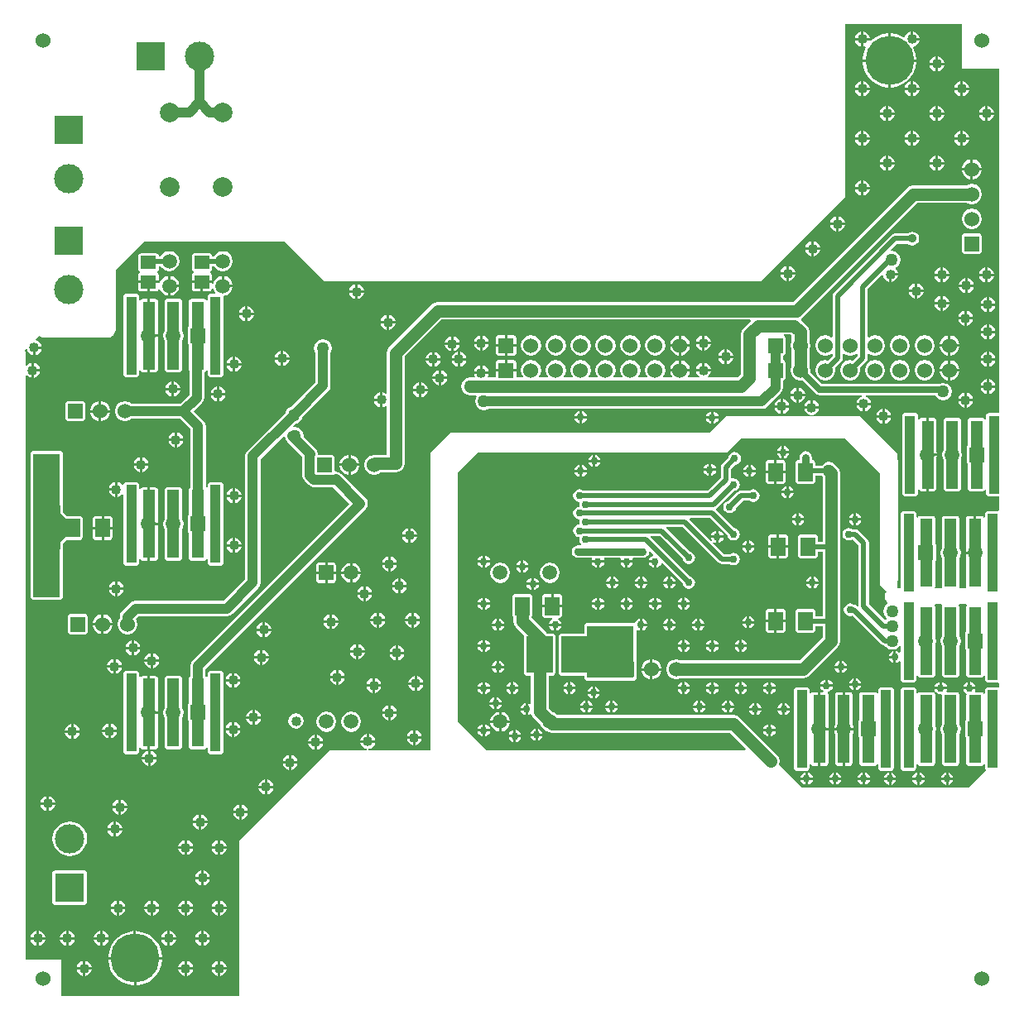
<source format=gbr>
G04 Layer_Physical_Order=1*
G04 Layer_Color=255*
%FSLAX25Y25*%
%MOIN*%
%TF.FileFunction,Copper,L1,Top,Signal*%
%TF.Part,Single*%
G01*
G75*
%TA.AperFunction,SMDPad,CuDef*%
%ADD10R,0.05905X0.07480*%
%ADD11R,0.10709X0.14843*%
%ADD12R,0.04882X0.27559*%
%ADD13R,0.04331X0.31496*%
%TA.AperFunction,ConnectorPad*%
%ADD14R,0.04882X0.27559*%
%ADD15R,0.04331X0.31496*%
%TA.AperFunction,SMDPad,CuDef*%
%ADD16R,0.05905X0.05512*%
%TA.AperFunction,Conductor*%
%ADD17C,0.05000*%
%ADD18C,0.02500*%
%ADD19C,0.04000*%
%ADD20C,0.02000*%
%ADD21C,0.03000*%
%ADD22R,0.19000X0.21000*%
%ADD23R,0.11000X0.19500*%
%ADD24R,0.11000X0.21000*%
%TA.AperFunction,WasherPad*%
%ADD25C,0.06000*%
%TA.AperFunction,ViaPad*%
%ADD26C,0.19685*%
%TA.AperFunction,ComponentPad*%
%ADD27R,0.11811X0.11811*%
%ADD28C,0.11811*%
%ADD29R,0.11811X0.11811*%
%ADD30C,0.05905*%
%ADD31R,0.05905X0.05905*%
%ADD32C,0.06000*%
%ADD33R,0.06000X0.06000*%
%ADD34R,0.06000X0.06000*%
%ADD35R,0.05905X0.05905*%
%ADD36C,0.07874*%
%TA.AperFunction,ViaPad*%
%ADD37C,0.04000*%
%ADD38C,0.05000*%
%ADD39C,0.03000*%
%ADD40C,0.03500*%
G36*
X344600Y183800D02*
Y138918D01*
X347225Y136293D01*
X347143Y136094D01*
X346990Y135942D01*
X346661Y135145D01*
Y134930D01*
X346578Y134731D01*
Y133869D01*
X346661Y133670D01*
Y133455D01*
X346990Y132658D01*
X347143Y132506D01*
X347225Y132307D01*
X347695Y131838D01*
X347710Y131328D01*
X347674Y131223D01*
X347077Y130823D01*
X346303Y129666D01*
X346031Y128300D01*
X346303Y126934D01*
X347077Y125777D01*
X347416Y125550D01*
Y125050D01*
X347077Y124823D01*
X347049Y124782D01*
X346551Y124733D01*
X340139Y131145D01*
Y155800D01*
X339984Y156580D01*
X339542Y157242D01*
X336042Y160742D01*
X335380Y161184D01*
X334600Y161339D01*
X333548D01*
X333075Y161655D01*
X332100Y161849D01*
X331124Y161655D01*
X330298Y161102D01*
X329745Y160275D01*
X329551Y159300D01*
X329745Y158325D01*
X330298Y157498D01*
X331124Y156945D01*
X332100Y156751D01*
X333075Y156945D01*
X333548Y157261D01*
X333755D01*
X336061Y154955D01*
Y130430D01*
X335615Y130169D01*
X335542Y130242D01*
X334880Y130684D01*
X334100Y130839D01*
X334048D01*
X333576Y131155D01*
X332600Y131349D01*
X331625Y131155D01*
X330798Y130602D01*
X330245Y129776D01*
X330051Y128800D01*
X330245Y127824D01*
X330798Y126998D01*
X331625Y126445D01*
X332600Y126251D01*
X333572Y126444D01*
X345158Y114858D01*
X345820Y114416D01*
X346600Y114261D01*
X346753D01*
X347077Y113777D01*
X348234Y113003D01*
X349600Y112731D01*
X350966Y113003D01*
X352123Y113777D01*
X352403Y114196D01*
X352903Y114044D01*
Y111714D01*
X352425Y111569D01*
X352402Y111602D01*
X351575Y112155D01*
X351100Y112250D01*
Y109800D01*
Y107351D01*
X351575Y107445D01*
X352402Y107998D01*
X352425Y108031D01*
X352903Y107886D01*
Y100593D01*
X353220Y99828D01*
X353986Y99511D01*
X358316D01*
X359082Y99828D01*
X359399Y100593D01*
Y102065D01*
X359899Y102164D01*
X360051Y101796D01*
X360816Y101479D01*
X365698D01*
X366464Y101796D01*
X366781Y102562D01*
Y114735D01*
X366823Y114799D01*
X367130Y116341D01*
X366823Y117884D01*
X366781Y117947D01*
Y130121D01*
X366603Y130551D01*
X366937Y131051D01*
X369421D01*
X369755Y130551D01*
X369577Y130121D01*
Y118183D01*
X369376Y117884D01*
X369070Y116341D01*
X369376Y114799D01*
X369577Y114499D01*
Y102562D01*
X369894Y101796D01*
X370659Y101479D01*
X375541D01*
X376306Y101796D01*
X376623Y102562D01*
Y114499D01*
X376823Y114799D01*
X377130Y116341D01*
X376823Y117884D01*
X376623Y118183D01*
Y130121D01*
X376445Y130551D01*
X376779Y131051D01*
X379263D01*
X379597Y130551D01*
X379419Y130121D01*
Y120075D01*
X379382Y120059D01*
X379065Y119294D01*
Y113389D01*
X379382Y112623D01*
X379419Y112608D01*
Y102562D01*
X379736Y101796D01*
X380501Y101479D01*
X385383D01*
X386149Y101796D01*
X386301Y102164D01*
X386801Y102065D01*
Y100593D01*
X387118Y99828D01*
X387883Y99511D01*
X392214D01*
X392600Y99253D01*
Y97888D01*
X392214Y97630D01*
X387883D01*
X387118Y97313D01*
X386801Y96548D01*
Y95077D01*
X386301Y94977D01*
X386149Y95345D01*
X385383Y95662D01*
X383043D01*
X382807Y96103D01*
X382955Y96324D01*
X383050Y96800D01*
X378151D01*
X378245Y96324D01*
X378798Y95498D01*
X379582Y94973D01*
X379419Y94579D01*
Y84534D01*
X379382Y84518D01*
X379065Y83753D01*
Y77847D01*
X379382Y77082D01*
X379419Y77066D01*
Y67020D01*
X379736Y66255D01*
X380501Y65938D01*
X385383D01*
X386149Y66255D01*
X386301Y66623D01*
X386801Y66523D01*
Y65052D01*
X387118Y64287D01*
X380131Y57300D01*
X313100D01*
X303908Y66492D01*
X304169Y67800D01*
X303897Y69166D01*
X303123Y70323D01*
X288123Y85323D01*
X286966Y86097D01*
X285600Y86369D01*
X214671D01*
X214550Y86550D01*
X213242Y87423D01*
X212969Y87478D01*
X211200Y89247D01*
Y102296D01*
X212986D01*
X213751Y102613D01*
X214068Y103379D01*
Y118221D01*
X213751Y118987D01*
X212986Y119304D01*
X210414D01*
X210155Y119692D01*
X204189Y125658D01*
X204216Y125794D01*
X204533Y126560D01*
Y134040D01*
X204216Y134806D01*
X203450Y135123D01*
X197545D01*
X196780Y134806D01*
X196463Y134040D01*
Y126560D01*
X196780Y125794D01*
X196929Y125733D01*
Y124302D01*
X197201Y122937D01*
X197974Y121779D01*
X201294Y118460D01*
X201195Y118221D01*
Y103379D01*
X201512Y102613D01*
X202277Y102296D01*
X204063D01*
Y91193D01*
X203622Y90957D01*
X203326Y91155D01*
X202850Y91250D01*
Y88800D01*
Y86351D01*
X203326Y86445D01*
X203759Y86735D01*
X204314Y86505D01*
X204335Y86403D01*
X205108Y85245D01*
X207922Y82431D01*
X207977Y82158D01*
X208850Y80850D01*
X210158Y79977D01*
X210682Y79872D01*
X211234Y79503D01*
X212600Y79231D01*
X284122D01*
X290591Y72762D01*
X290400Y72300D01*
X186100D01*
X174600Y83800D01*
X174600Y184300D01*
X182600Y192300D01*
X283100Y192300D01*
X288600Y197800D01*
X330600Y197800D01*
X344600Y183800D01*
D02*
G37*
G36*
X377600Y346800D02*
X392600D01*
X392600Y208130D01*
X388484D01*
X387718Y207813D01*
X387401Y207048D01*
Y205577D01*
X386901Y205477D01*
X386749Y205845D01*
X385984Y206162D01*
X381102D01*
X380336Y205845D01*
X380019Y205080D01*
Y195034D01*
X379982Y195018D01*
X379665Y194253D01*
Y188347D01*
X379982Y187582D01*
X380019Y187566D01*
Y177521D01*
X380336Y176755D01*
X381102Y176438D01*
X385984D01*
X386749Y176755D01*
X386901Y177123D01*
X387401Y177023D01*
Y175552D01*
X387718Y174787D01*
X388484Y174470D01*
X392600D01*
Y168905D01*
X392100Y168630D01*
X387883D01*
X387118Y168313D01*
X386801Y167548D01*
Y166077D01*
X386301Y165977D01*
X386148Y166345D01*
X385383Y166662D01*
X383442D01*
Y151800D01*
X383100D01*
Y151300D01*
X379169D01*
X379376Y150258D01*
X379419Y150194D01*
Y138049D01*
X379398Y137899D01*
X379164Y137549D01*
X376878D01*
X376600Y137965D01*
X376623Y138021D01*
Y149958D01*
X376823Y150258D01*
X377130Y151800D01*
X376823Y153342D01*
X376623Y153642D01*
Y165579D01*
X376306Y166345D01*
X375540Y166662D01*
X370659D01*
X369893Y166345D01*
X369576Y165579D01*
Y153642D01*
X369376Y153342D01*
X369069Y151800D01*
X369376Y150258D01*
X369576Y149958D01*
Y138049D01*
X369555Y137899D01*
X369321Y137549D01*
X367035D01*
X366757Y137965D01*
X366780Y138021D01*
Y148066D01*
X366818Y148082D01*
X367135Y148847D01*
Y154753D01*
X366818Y155518D01*
X366780Y155534D01*
Y165579D01*
X366463Y166345D01*
X365698Y166662D01*
X360816D01*
X360051Y166345D01*
X359898Y165977D01*
X359399Y166077D01*
Y167548D01*
X359082Y168313D01*
X358316Y168630D01*
X353985D01*
X353220Y168313D01*
X352903Y167548D01*
Y137549D01*
X351600D01*
Y140052D01*
X351767Y140455D01*
Y140670D01*
X351849Y140869D01*
Y141300D01*
Y188800D01*
X351849Y188800D01*
X351850Y189012D01*
X351807Y189115D01*
X351829Y189224D01*
X351746Y189643D01*
X351684Y189735D01*
Y189846D01*
X351600Y190050D01*
Y191800D01*
X336600Y206800D01*
X317446D01*
X317396Y207300D01*
X318270Y207474D01*
X319263Y208137D01*
X319926Y209130D01*
X320059Y209800D01*
X314141D01*
X314274Y209130D01*
X314937Y208137D01*
X315930Y207474D01*
X316804Y207300D01*
X316754Y206800D01*
X282600Y206800D01*
X276100Y200300D01*
X171600D01*
X163600Y192300D01*
X163600Y72300D01*
X138746Y72300D01*
X138696Y72800D01*
X139570Y72974D01*
X140563Y73637D01*
X141226Y74629D01*
X141359Y75300D01*
X135441D01*
X135574Y74629D01*
X136237Y73637D01*
X137230Y72974D01*
X138104Y72800D01*
X138054Y72300D01*
X123100D01*
X86600Y35800D01*
Y-26700D01*
X15100D01*
Y-12200D01*
X600D01*
Y223230D01*
X1078Y223375D01*
X1237Y223137D01*
X2230Y222474D01*
X2900Y222341D01*
Y225300D01*
Y228259D01*
X2230Y228126D01*
X1237Y227463D01*
X1078Y227225D01*
X600Y227370D01*
Y232800D01*
X100Y233300D01*
X709Y233909D01*
X1188Y233764D01*
X1274Y233330D01*
X1937Y232337D01*
X2929Y231674D01*
X3600Y231541D01*
Y234500D01*
X4100D01*
Y235000D01*
X7059D01*
X6926Y235670D01*
X6263Y236663D01*
X5271Y237326D01*
X4836Y237412D01*
X4691Y237891D01*
X6052Y239253D01*
X6107Y239198D01*
X6306Y239115D01*
X6458Y238963D01*
X7255Y238633D01*
X7470D01*
X7669Y238551D01*
X33600D01*
X34031Y238551D01*
X34230Y238633D01*
X34445D01*
X35242Y238963D01*
X35394Y239115D01*
X35593Y239198D01*
X35695Y239300D01*
X36100D01*
Y239705D01*
X36202Y239807D01*
X36285Y240006D01*
X36437Y240158D01*
X36767Y240955D01*
Y241170D01*
X36849Y241369D01*
X36849Y241800D01*
X36849Y265454D01*
X48446Y277051D01*
X75100D01*
X75531Y277051D01*
X75730Y277133D01*
X75945D01*
X76349Y277300D01*
X105100D01*
X121100Y261300D01*
X296600Y261300D01*
X330600Y295300D01*
X330600Y364800D01*
X377600D01*
Y346800D01*
D02*
G37*
%LPC*%
G36*
X335100Y101250D02*
Y99300D01*
X337050D01*
X336955Y99775D01*
X336402Y100602D01*
X335576Y101155D01*
X335100Y101250D01*
D02*
G37*
G36*
X334100D02*
X333625Y101155D01*
X332798Y100602D01*
X332245Y99775D01*
X332151Y99300D01*
X334100D01*
Y101250D01*
D02*
G37*
G36*
X252100Y104300D02*
X248621D01*
X248832Y103239D01*
X249716Y101916D01*
X251039Y101032D01*
X252100Y100821D01*
Y104300D01*
D02*
G37*
G36*
X256579D02*
X253100D01*
Y100821D01*
X254161Y101032D01*
X255484Y101916D01*
X256368Y103239D01*
X256579Y104300D01*
D02*
G37*
G36*
X368600Y99749D02*
X368125Y99655D01*
X367298Y99102D01*
X366745Y98276D01*
X366651Y97800D01*
X368600D01*
Y99749D01*
D02*
G37*
G36*
X369600D02*
Y97800D01*
X371550D01*
X371455Y98276D01*
X370902Y99102D01*
X370075Y99655D01*
X369600Y99749D01*
D02*
G37*
G36*
X380100D02*
X379625Y99655D01*
X378798Y99102D01*
X378245Y98276D01*
X378151Y97800D01*
X380100D01*
Y99749D01*
D02*
G37*
G36*
X289100D02*
Y97800D01*
X291050D01*
X290955Y98276D01*
X290402Y99102D01*
X289576Y99655D01*
X289100Y99749D01*
D02*
G37*
G36*
X299600D02*
X299125Y99655D01*
X298298Y99102D01*
X297745Y98276D01*
X297651Y97800D01*
X299600D01*
Y99749D01*
D02*
G37*
G36*
X300600D02*
Y97800D01*
X302550D01*
X302455Y98276D01*
X301902Y99102D01*
X301076Y99655D01*
X300600Y99749D01*
D02*
G37*
G36*
X381100D02*
Y97800D01*
X383050D01*
X382955Y98276D01*
X382402Y99102D01*
X381575Y99655D01*
X381100Y99749D01*
D02*
G37*
G36*
X322600Y100750D02*
X322125Y100655D01*
X321298Y100102D01*
X320745Y99275D01*
X320651Y98800D01*
X322600D01*
Y100750D01*
D02*
G37*
G36*
X323600D02*
Y98800D01*
X325550D01*
X325455Y99275D01*
X324902Y100102D01*
X324076Y100655D01*
X323600Y100750D01*
D02*
G37*
G36*
X350100Y109300D02*
X348150D01*
X348245Y108825D01*
X348798Y107998D01*
X349624Y107445D01*
X350100Y107351D01*
Y109300D01*
D02*
G37*
G36*
X331299Y105300D02*
X329350D01*
Y103350D01*
X329825Y103445D01*
X330652Y103998D01*
X331205Y104824D01*
X331299Y105300D01*
D02*
G37*
G36*
X190350D02*
X188400D01*
X188495Y104824D01*
X189048Y103998D01*
X189874Y103445D01*
X190350Y103350D01*
Y105300D01*
D02*
G37*
G36*
X193299D02*
X191350D01*
Y103350D01*
X191825Y103445D01*
X192652Y103998D01*
X193205Y104824D01*
X193299Y105300D01*
D02*
G37*
G36*
X328350D02*
X326400D01*
X326495Y104824D01*
X327048Y103998D01*
X327874Y103445D01*
X328350Y103350D01*
Y105300D01*
D02*
G37*
G36*
X191350Y108249D02*
Y106300D01*
X193299D01*
X193205Y106775D01*
X192652Y107602D01*
X191825Y108155D01*
X191350Y108249D01*
D02*
G37*
G36*
X328350D02*
X327874Y108155D01*
X327048Y107602D01*
X326495Y106775D01*
X326400Y106300D01*
X328350D01*
Y108249D01*
D02*
G37*
G36*
X329350D02*
Y106300D01*
X331299D01*
X331205Y106775D01*
X330652Y107602D01*
X329825Y108155D01*
X329350Y108249D01*
D02*
G37*
G36*
X252100Y108779D02*
X251039Y108568D01*
X249716Y107684D01*
X248832Y106361D01*
X248621Y105300D01*
X252100D01*
Y108779D01*
D02*
G37*
G36*
X253100D02*
Y105300D01*
X256579D01*
X256368Y106361D01*
X255484Y107684D01*
X254161Y108568D01*
X253100Y108779D01*
D02*
G37*
G36*
X190350Y108249D02*
X189874Y108155D01*
X189048Y107602D01*
X188495Y106775D01*
X188400Y106300D01*
X190350D01*
Y108249D01*
D02*
G37*
G36*
X187549Y96800D02*
X185600D01*
Y94850D01*
X186075Y94945D01*
X186902Y95498D01*
X187455Y96324D01*
X187549Y96800D01*
D02*
G37*
G36*
X196100D02*
X194150D01*
X194245Y96324D01*
X194798Y95498D01*
X195624Y94945D01*
X196100Y94850D01*
Y96800D01*
D02*
G37*
G36*
X199049D02*
X197100D01*
Y94850D01*
X197575Y94945D01*
X198402Y95498D01*
X198955Y96324D01*
X199049Y96800D01*
D02*
G37*
G36*
X228798Y94998D02*
X226848D01*
X226943Y94522D01*
X227495Y93695D01*
X228322Y93143D01*
X228798Y93048D01*
Y94998D01*
D02*
G37*
G36*
X231747D02*
X229798D01*
Y93048D01*
X230273Y93143D01*
X231100Y93695D01*
X231653Y94522D01*
X231747Y94998D01*
D02*
G37*
G36*
X184600Y96800D02*
X182650D01*
X182745Y96324D01*
X183298Y95498D01*
X184125Y94945D01*
X184600Y94850D01*
Y96800D01*
D02*
G37*
G36*
X268050D02*
X266100D01*
Y94850D01*
X266576Y94945D01*
X267402Y95498D01*
X267955Y96324D01*
X268050Y96800D01*
D02*
G37*
G36*
X276600D02*
X274651D01*
X274745Y96324D01*
X275298Y95498D01*
X276125Y94945D01*
X276600Y94850D01*
Y96800D01*
D02*
G37*
G36*
X279550D02*
X277600D01*
Y94850D01*
X278076Y94945D01*
X278902Y95498D01*
X279455Y96324D01*
X279550Y96800D01*
D02*
G37*
G36*
X219100D02*
X217150D01*
X217245Y96324D01*
X217798Y95498D01*
X218624Y94945D01*
X219100Y94850D01*
Y96800D01*
D02*
G37*
G36*
X222049D02*
X220100D01*
Y94850D01*
X220575Y94945D01*
X221402Y95498D01*
X221955Y96324D01*
X222049Y96800D01*
D02*
G37*
G36*
X265100D02*
X263151D01*
X263245Y96324D01*
X263798Y95498D01*
X264625Y94945D01*
X265100Y94850D01*
Y96800D01*
D02*
G37*
G36*
X190375Y93604D02*
Y91655D01*
X192324D01*
X192229Y92130D01*
X191677Y92957D01*
X190850Y93510D01*
X190375Y93604D01*
D02*
G37*
G36*
X225850Y92250D02*
X225375Y92155D01*
X224548Y91602D01*
X223995Y90776D01*
X223901Y90300D01*
X225850D01*
Y92250D01*
D02*
G37*
G36*
X226850D02*
Y90300D01*
X228800D01*
X228705Y90776D01*
X228152Y91602D01*
X227326Y92155D01*
X226850Y92250D01*
D02*
G37*
G36*
X236000D02*
X235525Y92155D01*
X234698Y91602D01*
X234145Y90776D01*
X234050Y90300D01*
X236000D01*
Y92250D01*
D02*
G37*
G36*
X294850Y91250D02*
Y89300D01*
X296799D01*
X296705Y89776D01*
X296152Y90602D01*
X295325Y91155D01*
X294850Y91250D01*
D02*
G37*
G36*
X305350D02*
X304874Y91155D01*
X304048Y90602D01*
X303495Y89776D01*
X303400Y89300D01*
X305350D01*
Y91250D01*
D02*
G37*
G36*
X306350D02*
Y89300D01*
X308299D01*
X308205Y89776D01*
X307652Y90602D01*
X306825Y91155D01*
X306350Y91250D01*
D02*
G37*
G36*
X282850Y92250D02*
X282375Y92155D01*
X281548Y91602D01*
X280995Y90776D01*
X280901Y90300D01*
X282850D01*
Y92250D01*
D02*
G37*
G36*
X283850D02*
Y90300D01*
X285800D01*
X285705Y90776D01*
X285152Y91602D01*
X284326Y92155D01*
X283850Y92250D01*
D02*
G37*
G36*
X189374Y93604D02*
X188899Y93510D01*
X188072Y92957D01*
X187520Y92130D01*
X187425Y91655D01*
X189374D01*
Y93604D01*
D02*
G37*
G36*
X237000Y92250D02*
Y90300D01*
X238949D01*
X238855Y90776D01*
X238302Y91602D01*
X237475Y92155D01*
X237000Y92250D01*
D02*
G37*
G36*
X271350D02*
X270875Y92155D01*
X270048Y91602D01*
X269495Y90776D01*
X269401Y90300D01*
X271350D01*
Y92250D01*
D02*
G37*
G36*
X272350D02*
Y90300D01*
X274300D01*
X274205Y90776D01*
X273652Y91602D01*
X272826Y92155D01*
X272350Y92250D01*
D02*
G37*
G36*
X288100Y96800D02*
X286151D01*
X286245Y96324D01*
X286798Y95498D01*
X287625Y94945D01*
X288100Y94850D01*
Y96800D01*
D02*
G37*
G36*
X196100Y99749D02*
X195624Y99655D01*
X194798Y99102D01*
X194245Y98276D01*
X194150Y97800D01*
X196100D01*
Y99749D01*
D02*
G37*
G36*
X197100D02*
Y97800D01*
X199049D01*
X198955Y98276D01*
X198402Y99102D01*
X197575Y99655D01*
X197100Y99749D01*
D02*
G37*
G36*
X219100D02*
X218624Y99655D01*
X217798Y99102D01*
X217245Y98276D01*
X217150Y97800D01*
X219100D01*
Y99749D01*
D02*
G37*
G36*
X184600D02*
X184125Y99655D01*
X183298Y99102D01*
X182745Y98276D01*
X182650Y97800D01*
X184600D01*
Y99749D01*
D02*
G37*
G36*
X185600D02*
Y97800D01*
X187549D01*
X187455Y98276D01*
X186902Y99102D01*
X186075Y99655D01*
X185600Y99749D01*
D02*
G37*
G36*
X276600D02*
X276125Y99655D01*
X275298Y99102D01*
X274745Y98276D01*
X274651Y97800D01*
X276600D01*
Y99749D01*
D02*
G37*
G36*
X277600D02*
Y97800D01*
X279550D01*
X279455Y98276D01*
X278902Y99102D01*
X278076Y99655D01*
X277600Y99749D01*
D02*
G37*
G36*
X288100D02*
X287625Y99655D01*
X286798Y99102D01*
X286245Y98276D01*
X286151Y97800D01*
X288100D01*
Y99749D01*
D02*
G37*
G36*
X220100D02*
Y97800D01*
X222049D01*
X221955Y98276D01*
X221402Y99102D01*
X220575Y99655D01*
X220100Y99749D01*
D02*
G37*
G36*
X265100D02*
X264625Y99655D01*
X263798Y99102D01*
X263245Y98276D01*
X263151Y97800D01*
X265100D01*
Y99749D01*
D02*
G37*
G36*
X266100D02*
Y97800D01*
X268050D01*
X267955Y98276D01*
X267402Y99102D01*
X266576Y99655D01*
X266100Y99749D01*
D02*
G37*
G36*
X349214Y97630D02*
X344884D01*
X344118Y97313D01*
X343801Y96548D01*
Y95077D01*
X343301Y94977D01*
X343149Y95345D01*
X342384Y95662D01*
X337502D01*
X336736Y95345D01*
X336419Y94579D01*
Y84534D01*
X336382Y84518D01*
X336065Y83753D01*
Y77847D01*
X336382Y77082D01*
X336419Y77066D01*
Y67020D01*
X336736Y66255D01*
X337502Y65938D01*
X342384D01*
X343149Y66255D01*
X343301Y66623D01*
X343801Y66523D01*
Y65052D01*
X344118Y64287D01*
X344884Y63970D01*
X349214D01*
X349980Y64287D01*
X350297Y65052D01*
Y96548D01*
X349980Y97313D01*
X349214Y97630D01*
D02*
G37*
G36*
X291050Y96800D02*
X289100D01*
Y94850D01*
X289576Y94945D01*
X290402Y95498D01*
X290955Y96324D01*
X291050Y96800D01*
D02*
G37*
G36*
X299600D02*
X297651D01*
X297745Y96324D01*
X298298Y95498D01*
X299125Y94945D01*
X299600Y94850D01*
Y96800D01*
D02*
G37*
G36*
X302550D02*
X300600D01*
Y94850D01*
X301076Y94945D01*
X301902Y95498D01*
X302455Y96324D01*
X302550Y96800D01*
D02*
G37*
G36*
X334100Y98300D02*
X332151D01*
X332245Y97825D01*
X332798Y96998D01*
X333625Y96445D01*
X334100Y96351D01*
Y98300D01*
D02*
G37*
G36*
X337050D02*
X335100D01*
Y96351D01*
X335576Y96445D01*
X336402Y96998D01*
X336955Y97825D01*
X337050Y98300D01*
D02*
G37*
G36*
X228798Y97947D02*
X228322Y97852D01*
X227495Y97300D01*
X226943Y96473D01*
X226848Y95998D01*
X228798D01*
Y97947D01*
D02*
G37*
G36*
X229798D02*
Y95998D01*
X231747D01*
X231653Y96473D01*
X231100Y97300D01*
X230273Y97852D01*
X229798Y97947D01*
D02*
G37*
G36*
X350100Y112250D02*
X349624Y112155D01*
X348798Y111602D01*
X348245Y110775D01*
X348150Y110300D01*
X350100D01*
Y112250D01*
D02*
G37*
G36*
X301998Y129122D02*
X299545D01*
X298780Y128805D01*
X298463Y128040D01*
Y124800D01*
X301998D01*
Y129122D01*
D02*
G37*
G36*
X305450D02*
X302998D01*
Y124800D01*
X306533D01*
Y128040D01*
X306216Y128805D01*
X305450Y129122D01*
D02*
G37*
G36*
X230600Y130800D02*
X228650D01*
X228745Y130324D01*
X229298Y129498D01*
X230124Y128945D01*
X230600Y128850D01*
Y130800D01*
D02*
G37*
G36*
X233549D02*
X231600D01*
Y128850D01*
X232076Y128945D01*
X232902Y129498D01*
X233455Y130324D01*
X233549Y130800D01*
D02*
G37*
G36*
X242100D02*
X240150D01*
X240245Y130324D01*
X240798Y129498D01*
X241624Y128945D01*
X242100Y128850D01*
Y130800D01*
D02*
G37*
G36*
X184600D02*
X182650D01*
X182745Y130324D01*
X183298Y129498D01*
X184125Y128945D01*
X184600Y128850D01*
Y130800D01*
D02*
G37*
G36*
X187549D02*
X185600D01*
Y128850D01*
X186075Y128945D01*
X186902Y129498D01*
X187455Y130324D01*
X187549Y130800D01*
D02*
G37*
G36*
X248850Y125250D02*
Y123300D01*
X250799D01*
X250705Y123775D01*
X250152Y124602D01*
X249325Y125155D01*
X248850Y125250D01*
D02*
G37*
G36*
X259350D02*
X258875Y125155D01*
X258048Y124602D01*
X257495Y123775D01*
X257400Y123300D01*
X259350D01*
Y125250D01*
D02*
G37*
G36*
X260350D02*
Y123300D01*
X262299D01*
X262205Y123775D01*
X261652Y124602D01*
X260825Y125155D01*
X260350Y125250D01*
D02*
G37*
G36*
X190350D02*
X189874Y125155D01*
X189048Y124602D01*
X188495Y123775D01*
X188400Y123300D01*
X190350D01*
Y125250D01*
D02*
G37*
G36*
X191350D02*
Y123300D01*
X193299D01*
X193205Y123775D01*
X192652Y124602D01*
X191825Y125155D01*
X191350Y125250D01*
D02*
G37*
G36*
X216738Y129800D02*
X212702D01*
X208667D01*
Y126560D01*
X208984Y125794D01*
X209750Y125478D01*
X212457D01*
X212609Y124978D01*
X212048Y124602D01*
X211495Y123775D01*
X211401Y123300D01*
X216300D01*
X216205Y123775D01*
X215652Y124602D01*
X215091Y124978D01*
X215243Y125478D01*
X215655D01*
X216421Y125794D01*
X216738Y126560D01*
Y129800D01*
D02*
G37*
G36*
X291100Y126250D02*
X290624Y126155D01*
X289798Y125602D01*
X289245Y124776D01*
X289151Y124300D01*
X291100D01*
Y126250D01*
D02*
G37*
G36*
X292100D02*
Y124300D01*
X294050D01*
X293955Y124776D01*
X293402Y125602D01*
X292576Y126155D01*
X292100Y126250D01*
D02*
G37*
G36*
X270850Y125250D02*
X270374Y125155D01*
X269548Y124602D01*
X268995Y123775D01*
X268900Y123300D01*
X270850D01*
Y125250D01*
D02*
G37*
G36*
X271850D02*
Y123300D01*
X273799D01*
X273705Y123775D01*
X273152Y124602D01*
X272325Y125155D01*
X271850Y125250D01*
D02*
G37*
G36*
X266100Y133749D02*
Y131800D01*
X268050D01*
X267955Y132275D01*
X267402Y133102D01*
X266576Y133655D01*
X266100Y133749D01*
D02*
G37*
G36*
X253600D02*
X253124Y133655D01*
X252298Y133102D01*
X251745Y132275D01*
X251651Y131800D01*
X253600D01*
Y133749D01*
D02*
G37*
G36*
X254600D02*
Y131800D01*
X256550D01*
X256455Y132275D01*
X255902Y133102D01*
X255076Y133655D01*
X254600Y133749D01*
D02*
G37*
G36*
X265100D02*
X264625Y133655D01*
X263798Y133102D01*
X263245Y132275D01*
X263151Y131800D01*
X265100D01*
Y133749D01*
D02*
G37*
G36*
X243100D02*
Y131800D01*
X245050D01*
X244955Y132275D01*
X244402Y133102D01*
X243576Y133655D01*
X243100Y133749D01*
D02*
G37*
G36*
X265100Y130800D02*
X263151D01*
X263245Y130324D01*
X263798Y129498D01*
X264625Y128945D01*
X265100Y128850D01*
Y130800D01*
D02*
G37*
G36*
X268050D02*
X266100D01*
Y128850D01*
X266576Y128945D01*
X267402Y129498D01*
X267955Y130324D01*
X268050Y130800D01*
D02*
G37*
G36*
X212202Y135123D02*
X209750D01*
X208984Y134806D01*
X208667Y134040D01*
Y130800D01*
X212202D01*
Y135123D01*
D02*
G37*
G36*
X245050Y130800D02*
X243100D01*
Y128850D01*
X243576Y128945D01*
X244402Y129498D01*
X244955Y130324D01*
X245050Y130800D01*
D02*
G37*
G36*
X253600D02*
X251651D01*
X251745Y130324D01*
X252298Y129498D01*
X253124Y128945D01*
X253600Y128850D01*
Y130800D01*
D02*
G37*
G36*
X256550D02*
X254600D01*
Y128850D01*
X255076Y128945D01*
X255902Y129498D01*
X256455Y130324D01*
X256550Y130800D01*
D02*
G37*
G36*
X230600Y133749D02*
X230124Y133655D01*
X229298Y133102D01*
X228745Y132275D01*
X228650Y131800D01*
X230600D01*
Y133749D01*
D02*
G37*
G36*
X231600D02*
Y131800D01*
X233549D01*
X233455Y132275D01*
X232902Y133102D01*
X232076Y133655D01*
X231600Y133749D01*
D02*
G37*
G36*
X242100D02*
X241624Y133655D01*
X240798Y133102D01*
X240245Y132275D01*
X240150Y131800D01*
X242100D01*
Y133749D01*
D02*
G37*
G36*
X215655Y135123D02*
X213202D01*
Y130800D01*
X216738D01*
Y134040D01*
X216421Y134806D01*
X215655Y135123D01*
D02*
G37*
G36*
X184600Y133749D02*
X184125Y133655D01*
X183298Y133102D01*
X182745Y132275D01*
X182650Y131800D01*
X184600D01*
Y133749D01*
D02*
G37*
G36*
X185600D02*
Y131800D01*
X187549D01*
X187455Y132275D01*
X186902Y133102D01*
X186075Y133655D01*
X185600Y133749D01*
D02*
G37*
G36*
X184600Y116750D02*
X184125Y116655D01*
X183298Y116102D01*
X182745Y115276D01*
X182650Y114800D01*
X184600D01*
Y116750D01*
D02*
G37*
G36*
X185600D02*
Y114800D01*
X187549D01*
X187455Y115276D01*
X186902Y116102D01*
X186075Y116655D01*
X185600Y116750D01*
D02*
G37*
G36*
X265100D02*
X264625Y116655D01*
X263798Y116102D01*
X263245Y115276D01*
X263151Y114800D01*
X265100D01*
Y116750D01*
D02*
G37*
G36*
X288100D02*
X287625Y116655D01*
X286798Y116102D01*
X286245Y115276D01*
X286151Y114800D01*
X288100D01*
Y116750D01*
D02*
G37*
G36*
X289100D02*
Y114800D01*
X291050D01*
X290955Y115276D01*
X290402Y116102D01*
X289576Y116655D01*
X289100Y116750D01*
D02*
G37*
G36*
X266100D02*
Y114800D01*
X268050D01*
X267955Y115276D01*
X267402Y116102D01*
X266576Y116655D01*
X266100Y116750D01*
D02*
G37*
G36*
X276600D02*
X276125Y116655D01*
X275298Y116102D01*
X274745Y115276D01*
X274651Y114800D01*
X276600D01*
Y116750D01*
D02*
G37*
G36*
X277600D02*
Y114800D01*
X279550D01*
X279455Y115276D01*
X278902Y116102D01*
X278076Y116655D01*
X277600Y116750D01*
D02*
G37*
G36*
X187549Y113800D02*
X185600D01*
Y111851D01*
X186075Y111945D01*
X186902Y112498D01*
X187455Y113324D01*
X187549Y113800D01*
D02*
G37*
G36*
X265100D02*
X263151D01*
X263245Y113324D01*
X263798Y112498D01*
X264625Y111945D01*
X265100Y111851D01*
Y113800D01*
D02*
G37*
G36*
X268050D02*
X266100D01*
Y111851D01*
X266576Y111945D01*
X267402Y112498D01*
X267955Y113324D01*
X268050Y113800D01*
D02*
G37*
G36*
X184600D02*
X182650D01*
X182745Y113324D01*
X183298Y112498D01*
X184125Y111945D01*
X184600Y111851D01*
Y113800D01*
D02*
G37*
G36*
X291050D02*
X289100D01*
Y111851D01*
X289576Y111945D01*
X290402Y112498D01*
X290955Y113324D01*
X291050Y113800D01*
D02*
G37*
G36*
X276600D02*
X274651D01*
X274745Y113324D01*
X275298Y112498D01*
X276125Y111945D01*
X276600Y111851D01*
Y113800D01*
D02*
G37*
G36*
X279550D02*
X277600D01*
Y111851D01*
X278076Y111945D01*
X278902Y112498D01*
X279455Y113324D01*
X279550Y113800D01*
D02*
G37*
G36*
X288100D02*
X286151D01*
X286245Y113324D01*
X286798Y112498D01*
X287625Y111945D01*
X288100Y111851D01*
Y113800D01*
D02*
G37*
G36*
X262299Y122300D02*
X260350D01*
Y120351D01*
X260825Y120445D01*
X261652Y120998D01*
X262205Y121825D01*
X262299Y122300D01*
D02*
G37*
G36*
X270850D02*
X268900D01*
X268995Y121825D01*
X269548Y120998D01*
X270374Y120445D01*
X270850Y120351D01*
Y122300D01*
D02*
G37*
G36*
X273799D02*
X271850D01*
Y120351D01*
X272325Y120445D01*
X273152Y120998D01*
X273705Y121825D01*
X273799Y122300D01*
D02*
G37*
G36*
X291100Y123300D02*
X289151D01*
X289245Y122825D01*
X289798Y121998D01*
X290624Y121445D01*
X291100Y121351D01*
Y123300D01*
D02*
G37*
G36*
X294050D02*
X292100D01*
Y121351D01*
X292576Y121445D01*
X293402Y121998D01*
X293955Y122825D01*
X294050Y123300D01*
D02*
G37*
G36*
X259350Y122300D02*
X257400D01*
X257495Y121825D01*
X258048Y120998D01*
X258875Y120445D01*
X259350Y120351D01*
Y122300D01*
D02*
G37*
G36*
X301998Y123800D02*
X298463D01*
Y120560D01*
X298780Y119794D01*
X299545Y119477D01*
X301998D01*
Y123800D01*
D02*
G37*
G36*
X306533D02*
X302998D01*
Y119477D01*
X305450D01*
X306216Y119794D01*
X306533Y120560D01*
Y123800D01*
D02*
G37*
G36*
X216300Y122300D02*
X214350D01*
Y120351D01*
X214826Y120445D01*
X215652Y120998D01*
X216205Y121825D01*
X216300Y122300D01*
D02*
G37*
G36*
X247850Y125250D02*
X247375Y125155D01*
X246548Y124602D01*
X245995Y123775D01*
X245955Y123572D01*
X245600Y123382D01*
X226600D01*
X225835Y123065D01*
X225518Y122300D01*
Y119304D01*
X216214D01*
X215449Y118987D01*
X215132Y118221D01*
Y103379D01*
X215449Y102613D01*
X216214Y102296D01*
X225518D01*
Y101300D01*
X225835Y100535D01*
X226600Y100218D01*
X245600D01*
X246365Y100535D01*
X246682Y101300D01*
Y120377D01*
X247123Y120613D01*
X247375Y120445D01*
X247850Y120351D01*
Y122800D01*
Y125250D01*
D02*
G37*
G36*
X250799Y122300D02*
X248850D01*
Y120351D01*
X249325Y120445D01*
X250152Y120998D01*
X250705Y121825D01*
X250799Y122300D01*
D02*
G37*
G36*
X190350D02*
X188400D01*
X188495Y121825D01*
X189048Y120998D01*
X189874Y120445D01*
X190350Y120351D01*
Y122300D01*
D02*
G37*
G36*
X193299D02*
X191350D01*
Y120351D01*
X191825Y120445D01*
X192652Y120998D01*
X193205Y121825D01*
X193299Y122300D01*
D02*
G37*
G36*
X213350D02*
X211401D01*
X211495Y121825D01*
X212048Y120998D01*
X212875Y120445D01*
X213350Y120351D01*
Y122300D01*
D02*
G37*
G36*
X293850Y91250D02*
X293374Y91155D01*
X292548Y90602D01*
X291995Y89776D01*
X291900Y89300D01*
X293850D01*
Y91250D01*
D02*
G37*
G36*
X371125Y60205D02*
X369175D01*
X369270Y59730D01*
X369822Y58903D01*
X370649Y58350D01*
X371125Y58256D01*
Y60205D01*
D02*
G37*
G36*
X374074D02*
X372125D01*
Y58256D01*
X372600Y58350D01*
X373427Y58903D01*
X373979Y59730D01*
X374074Y60205D01*
D02*
G37*
G36*
X314600Y60300D02*
X312650D01*
X312745Y59825D01*
X313298Y58998D01*
X314124Y58445D01*
X314600Y58350D01*
Y60300D01*
D02*
G37*
G36*
X351074Y60205D02*
X349125D01*
Y58256D01*
X349600Y58350D01*
X350427Y58903D01*
X350979Y59730D01*
X351074Y60205D01*
D02*
G37*
G36*
X359625D02*
X357675D01*
X357770Y59730D01*
X358322Y58903D01*
X359149Y58350D01*
X359625Y58256D01*
Y60205D01*
D02*
G37*
G36*
X362574D02*
X360625D01*
Y58256D01*
X361100Y58350D01*
X361927Y58903D01*
X362479Y59730D01*
X362574Y60205D01*
D02*
G37*
G36*
X337600Y60300D02*
X335650D01*
X335745Y59825D01*
X336298Y58998D01*
X337124Y58445D01*
X337600Y58350D01*
Y60300D01*
D02*
G37*
G36*
X340549D02*
X338600D01*
Y58350D01*
X339075Y58445D01*
X339902Y58998D01*
X340455Y59825D01*
X340549Y60300D01*
D02*
G37*
G36*
X348125Y63155D02*
X347649Y63060D01*
X346822Y62508D01*
X346270Y61681D01*
X346175Y61205D01*
X348125D01*
Y63155D01*
D02*
G37*
G36*
X317549Y60300D02*
X315600D01*
Y58350D01*
X316075Y58445D01*
X316902Y58998D01*
X317455Y59825D01*
X317549Y60300D01*
D02*
G37*
G36*
X326100D02*
X324150D01*
X324245Y59825D01*
X324798Y58998D01*
X325624Y58445D01*
X326100Y58350D01*
Y60300D01*
D02*
G37*
G36*
X329049D02*
X327100D01*
Y58350D01*
X327575Y58445D01*
X328402Y58998D01*
X328955Y59825D01*
X329049Y60300D01*
D02*
G37*
G36*
X348125Y60205D02*
X346175D01*
X346270Y59730D01*
X346822Y58903D01*
X347649Y58350D01*
X348125Y58256D01*
Y60205D01*
D02*
G37*
G36*
X299600Y82749D02*
X299125Y82655D01*
X298298Y82102D01*
X297745Y81275D01*
X297651Y80800D01*
X299600D01*
Y82749D01*
D02*
G37*
G36*
X300600D02*
Y80800D01*
X302550D01*
X302455Y81275D01*
X301902Y82102D01*
X301076Y82655D01*
X300600Y82749D01*
D02*
G37*
G36*
X184600D02*
X184125Y82655D01*
X183298Y82102D01*
X182745Y81275D01*
X182650Y80800D01*
X184600D01*
Y82749D01*
D02*
G37*
G36*
X185600D02*
Y80800D01*
X187549D01*
X187455Y81275D01*
X186902Y82102D01*
X186075Y82655D01*
X185600Y82749D01*
D02*
G37*
G36*
X332541Y95662D02*
X330600D01*
Y81300D01*
X334031D01*
X333824Y82342D01*
X333624Y82642D01*
Y94579D01*
X333307Y95345D01*
X332541Y95662D01*
D02*
G37*
G36*
X325550Y97800D02*
X320651D01*
X320745Y97325D01*
X321298Y96498D01*
X321800Y96162D01*
X321648Y95662D01*
X320758D01*
Y81300D01*
X324031D01*
X323824Y82342D01*
X323781Y82406D01*
Y94579D01*
X323476Y95316D01*
X323467Y95361D01*
X323566Y95844D01*
X324076Y95945D01*
X324902Y96498D01*
X325455Y97325D01*
X325550Y97800D01*
D02*
G37*
G36*
X329600Y95662D02*
X327659D01*
X326894Y95345D01*
X326577Y94579D01*
Y82642D01*
X326377Y82342D01*
X326169Y81300D01*
X329600D01*
Y95662D01*
D02*
G37*
G36*
X198075Y80395D02*
Y78445D01*
X200025D01*
X199930Y78921D01*
X199378Y79747D01*
X198551Y80300D01*
X198075Y80395D01*
D02*
G37*
G36*
X205798Y80947D02*
X205322Y80853D01*
X204495Y80300D01*
X203943Y79473D01*
X203848Y78998D01*
X205798D01*
Y80947D01*
D02*
G37*
G36*
X206798D02*
Y78998D01*
X208747D01*
X208653Y79473D01*
X208100Y80300D01*
X207273Y80853D01*
X206798Y80947D01*
D02*
G37*
G36*
X299600Y79800D02*
X297651D01*
X297745Y79325D01*
X298298Y78498D01*
X299125Y77945D01*
X299600Y77851D01*
Y79800D01*
D02*
G37*
G36*
X302550D02*
X300600D01*
Y77851D01*
X301076Y77945D01*
X301902Y78498D01*
X302455Y79325D01*
X302550Y79800D01*
D02*
G37*
G36*
X197075Y80395D02*
X196600Y80300D01*
X195773Y79747D01*
X195220Y78921D01*
X195126Y78445D01*
X197075D01*
Y80395D01*
D02*
G37*
G36*
X195631Y83200D02*
X192200D01*
Y79769D01*
X193242Y79977D01*
X194550Y80850D01*
X195423Y82158D01*
X195631Y83200D01*
D02*
G37*
G36*
X191200D02*
X187769D01*
X187977Y82158D01*
X188850Y80850D01*
X190158Y79977D01*
X191200Y79769D01*
Y83200D01*
D02*
G37*
G36*
X274300Y89300D02*
X272350D01*
Y87350D01*
X272826Y87445D01*
X273652Y87998D01*
X274205Y88824D01*
X274300Y89300D01*
D02*
G37*
G36*
X282850D02*
X280901D01*
X280995Y88824D01*
X281548Y87998D01*
X282375Y87445D01*
X282850Y87350D01*
Y89300D01*
D02*
G37*
G36*
X285800D02*
X283850D01*
Y87350D01*
X284326Y87445D01*
X285152Y87998D01*
X285705Y88824D01*
X285800Y89300D01*
D02*
G37*
G36*
X236000D02*
X234050D01*
X234145Y88824D01*
X234698Y87998D01*
X235525Y87445D01*
X236000Y87350D01*
Y89300D01*
D02*
G37*
G36*
X238949D02*
X237000D01*
Y87350D01*
X237475Y87445D01*
X238302Y87998D01*
X238855Y88824D01*
X238949Y89300D01*
D02*
G37*
G36*
X271350D02*
X269401D01*
X269495Y88824D01*
X270048Y87998D01*
X270875Y87445D01*
X271350Y87350D01*
Y89300D01*
D02*
G37*
G36*
X189374Y90655D02*
X187425D01*
X187520Y90180D01*
X188072Y89353D01*
X188899Y88800D01*
X189374Y88705D01*
Y90655D01*
D02*
G37*
G36*
X192324D02*
X190375D01*
Y88705D01*
X190850Y88800D01*
X191677Y89353D01*
X192229Y90180D01*
X192324Y90655D01*
D02*
G37*
G36*
X201850Y91250D02*
X201375Y91155D01*
X200548Y90602D01*
X199995Y89776D01*
X199900Y89300D01*
X201850D01*
Y91250D01*
D02*
G37*
G36*
X228800Y89300D02*
X226850D01*
Y87350D01*
X227326Y87445D01*
X228152Y87998D01*
X228705Y88824D01*
X228800Y89300D01*
D02*
G37*
G36*
X191200Y87631D02*
X190158Y87423D01*
X188850Y86550D01*
X187977Y85242D01*
X187769Y84200D01*
X191200D01*
Y87631D01*
D02*
G37*
G36*
X192200D02*
Y84200D01*
X195631D01*
X195423Y85242D01*
X194550Y86550D01*
X193242Y87423D01*
X192200Y87631D01*
D02*
G37*
G36*
X305350Y88300D02*
X303400D01*
X303495Y87824D01*
X304048Y86998D01*
X304874Y86445D01*
X305350Y86351D01*
Y88300D01*
D02*
G37*
G36*
X308299D02*
X306350D01*
Y86351D01*
X306825Y86445D01*
X307652Y86998D01*
X308205Y87824D01*
X308299Y88300D01*
D02*
G37*
G36*
X225850Y89300D02*
X223901D01*
X223995Y88824D01*
X224548Y87998D01*
X225375Y87445D01*
X225850Y87350D01*
Y89300D01*
D02*
G37*
G36*
X201850Y88300D02*
X199900D01*
X199995Y87824D01*
X200548Y86998D01*
X201375Y86445D01*
X201850Y86351D01*
Y88300D01*
D02*
G37*
G36*
X293850D02*
X291900D01*
X291995Y87824D01*
X292548Y86998D01*
X293374Y86445D01*
X293850Y86351D01*
Y88300D01*
D02*
G37*
G36*
X296799D02*
X294850D01*
Y86351D01*
X295325Y86445D01*
X296152Y86998D01*
X296705Y87824D01*
X296799Y88300D01*
D02*
G37*
G36*
X334031Y80300D02*
X330600D01*
Y65938D01*
X332541D01*
X333307Y66255D01*
X333624Y67020D01*
Y78958D01*
X333824Y79258D01*
X334031Y80300D01*
D02*
G37*
G36*
X358316Y97630D02*
X353986D01*
X353220Y97313D01*
X352903Y96548D01*
Y65052D01*
X353220Y64287D01*
X353986Y63970D01*
X358316D01*
X359082Y64287D01*
X359399Y65052D01*
Y66523D01*
X359899Y66623D01*
X360051Y66255D01*
X360816Y65938D01*
X365698D01*
X366464Y66255D01*
X366781Y67020D01*
Y79194D01*
X366823Y79258D01*
X367130Y80800D01*
X366823Y82342D01*
X366781Y82406D01*
Y94579D01*
X366464Y95345D01*
X365698Y95662D01*
X360816D01*
X360051Y95345D01*
X359899Y94977D01*
X359399Y95077D01*
Y96548D01*
X359082Y97313D01*
X358316Y97630D01*
D02*
G37*
G36*
X371550Y96800D02*
X366651D01*
X366745Y96324D01*
X367298Y95498D01*
X368125Y94945D01*
X369100Y94751D01*
X369152Y94761D01*
X369577Y94336D01*
Y82642D01*
X369376Y82342D01*
X369070Y80800D01*
X369376Y79258D01*
X369577Y78958D01*
Y67020D01*
X369894Y66255D01*
X370659Y65938D01*
X375541D01*
X376306Y66255D01*
X376623Y67020D01*
Y78958D01*
X376823Y79258D01*
X377130Y80800D01*
X376823Y82342D01*
X376623Y82642D01*
Y94579D01*
X376306Y95345D01*
X375541Y95662D01*
X371543D01*
X371307Y96103D01*
X371455Y96324D01*
X371550Y96800D01*
D02*
G37*
G36*
X315317Y97630D02*
X310986D01*
X310221Y97313D01*
X309904Y96548D01*
Y65052D01*
X310221Y64287D01*
X310986Y63970D01*
X315317D01*
X316082Y64287D01*
X316399Y65052D01*
Y66523D01*
X316899Y66623D01*
X317051Y66255D01*
X317817Y65938D01*
X319758D01*
Y80800D01*
Y95662D01*
X317817D01*
X317051Y95345D01*
X316899Y94977D01*
X316399Y95077D01*
Y96548D01*
X316082Y97313D01*
X315317Y97630D01*
D02*
G37*
G36*
X324031Y80300D02*
X320758D01*
Y65938D01*
X322699D01*
X323464Y66255D01*
X323781Y67020D01*
Y79194D01*
X323824Y79258D01*
X324031Y80300D01*
D02*
G37*
G36*
X329600D02*
X326169D01*
X326377Y79258D01*
X326577Y78958D01*
Y67020D01*
X326894Y66255D01*
X327659Y65938D01*
X329600D01*
Y80300D01*
D02*
G37*
G36*
X371125Y63155D02*
X370649Y63060D01*
X369822Y62508D01*
X369270Y61681D01*
X369175Y61205D01*
X371125D01*
Y63155D01*
D02*
G37*
G36*
X372125D02*
Y61205D01*
X374074D01*
X373979Y61681D01*
X373427Y62508D01*
X372600Y63060D01*
X372125Y63155D01*
D02*
G37*
G36*
X314600Y63249D02*
X314124Y63155D01*
X313298Y62602D01*
X312745Y61775D01*
X312650Y61300D01*
X314600D01*
Y63249D01*
D02*
G37*
G36*
X349125Y63155D02*
Y61205D01*
X351074D01*
X350979Y61681D01*
X350427Y62508D01*
X349600Y63060D01*
X349125Y63155D01*
D02*
G37*
G36*
X359625D02*
X359149Y63060D01*
X358322Y62508D01*
X357770Y61681D01*
X357675Y61205D01*
X359625D01*
Y63155D01*
D02*
G37*
G36*
X360625D02*
Y61205D01*
X362574D01*
X362479Y61681D01*
X361927Y62508D01*
X361100Y63060D01*
X360625Y63155D01*
D02*
G37*
G36*
X337600Y63249D02*
X337124Y63155D01*
X336298Y62602D01*
X335745Y61775D01*
X335650Y61300D01*
X337600D01*
Y63249D01*
D02*
G37*
G36*
X338600D02*
Y61300D01*
X340549D01*
X340455Y61775D01*
X339902Y62602D01*
X339075Y63155D01*
X338600Y63249D01*
D02*
G37*
G36*
X315600D02*
Y61300D01*
X317549D01*
X317455Y61775D01*
X316902Y62602D01*
X316075Y63155D01*
X315600Y63249D01*
D02*
G37*
G36*
X326100D02*
X325624Y63155D01*
X324798Y62602D01*
X324245Y61775D01*
X324150Y61300D01*
X326100D01*
Y63249D01*
D02*
G37*
G36*
X327100D02*
Y61300D01*
X329049D01*
X328955Y61775D01*
X328402Y62602D01*
X327575Y63155D01*
X327100Y63249D01*
D02*
G37*
G36*
X184600Y79800D02*
X182650D01*
X182745Y79325D01*
X183298Y78498D01*
X184125Y77945D01*
X184600Y77851D01*
Y79800D01*
D02*
G37*
G36*
X187549D02*
X185600D01*
Y77851D01*
X186075Y77945D01*
X186902Y78498D01*
X187455Y79325D01*
X187549Y79800D01*
D02*
G37*
G36*
X208747Y77998D02*
X206798D01*
Y76048D01*
X207273Y76143D01*
X208100Y76695D01*
X208653Y77522D01*
X208747Y77998D01*
D02*
G37*
G36*
X205798D02*
X203848D01*
X203943Y77522D01*
X204495Y76695D01*
X205322Y76143D01*
X205798Y76048D01*
Y77998D01*
D02*
G37*
G36*
X197075Y77445D02*
X195126D01*
X195220Y76970D01*
X195773Y76143D01*
X196600Y75590D01*
X197075Y75495D01*
Y77445D01*
D02*
G37*
G36*
X200025D02*
X198075D01*
Y75495D01*
X198551Y75590D01*
X199378Y76143D01*
X199930Y76970D01*
X200025Y77445D01*
D02*
G37*
G36*
X292100Y156749D02*
Y154800D01*
X294050D01*
X293955Y155275D01*
X293402Y156102D01*
X292576Y156655D01*
X292100Y156749D01*
D02*
G37*
G36*
X306450Y159123D02*
X303998D01*
Y154800D01*
X307533D01*
Y158040D01*
X307216Y158806D01*
X306450Y159123D01*
D02*
G37*
G36*
X278600Y160749D02*
X278124Y160655D01*
X277298Y160102D01*
X276745Y159275D01*
X276651Y158800D01*
X278600D01*
Y160749D01*
D02*
G37*
G36*
X279600D02*
Y158800D01*
X281550D01*
X281455Y159275D01*
X280902Y160102D01*
X280076Y160655D01*
X279600Y160749D01*
D02*
G37*
G36*
X281550Y157800D02*
X279600D01*
Y155851D01*
X280076Y155945D01*
X280902Y156498D01*
X281455Y157325D01*
X281550Y157800D01*
D02*
G37*
G36*
X314702Y192747D02*
X313727Y192553D01*
X312900Y192000D01*
X312347Y191173D01*
X312153Y190198D01*
Y189091D01*
X311750D01*
X310984Y188774D01*
X310667Y188009D01*
Y180528D01*
X310984Y179763D01*
X311750Y179446D01*
X317655D01*
X318421Y179763D01*
X318738Y180528D01*
Y182761D01*
X321253D01*
X321531Y182344D01*
Y156339D01*
X319738D01*
Y158040D01*
X319421Y158806D01*
X318655Y159123D01*
X312750D01*
X311984Y158806D01*
X311667Y158040D01*
Y150560D01*
X311984Y149794D01*
X312750Y149478D01*
X318655D01*
X319421Y149794D01*
X319738Y150560D01*
Y152261D01*
X321531D01*
Y126339D01*
X318738D01*
Y128040D01*
X318421Y128805D01*
X317655Y129122D01*
X311750D01*
X310984Y128805D01*
X310667Y128040D01*
Y120560D01*
X310984Y119794D01*
X311750Y119477D01*
X317655D01*
X318421Y119794D01*
X318738Y120560D01*
Y122261D01*
X321531D01*
Y117778D01*
X312122Y108369D01*
X264459D01*
X264161Y108568D01*
X262600Y108878D01*
X261039Y108568D01*
X259716Y107684D01*
X258832Y106361D01*
X258522Y104800D01*
X258832Y103239D01*
X259716Y101916D01*
X261039Y101032D01*
X262600Y100722D01*
X264161Y101032D01*
X264459Y101231D01*
X313600D01*
X314966Y101503D01*
X316123Y102277D01*
X327623Y113777D01*
X328397Y114934D01*
X328669Y116300D01*
Y124300D01*
Y154300D01*
Y183800D01*
X328397Y185166D01*
X327623Y186323D01*
X326623Y187323D01*
X325466Y188097D01*
X324100Y188369D01*
X322734Y188097D01*
X321577Y187323D01*
X321253Y186839D01*
X318738D01*
Y188009D01*
X318421Y188774D01*
X317655Y189091D01*
X317251D01*
Y190198D01*
X317057Y191173D01*
X316505Y192000D01*
X315678Y192553D01*
X314702Y192747D01*
D02*
G37*
G36*
X291100Y156749D02*
X290624Y156655D01*
X289798Y156102D01*
X289245Y155275D01*
X289151Y154800D01*
X291100D01*
Y156749D01*
D02*
G37*
G36*
X185600Y150750D02*
Y148800D01*
X187549D01*
X187455Y149276D01*
X186902Y150102D01*
X186075Y150655D01*
X185600Y150750D01*
D02*
G37*
G36*
X302998Y153800D02*
X299463D01*
Y150560D01*
X299780Y149794D01*
X300545Y149478D01*
X302998D01*
Y153800D01*
D02*
G37*
G36*
X307533D02*
X303998D01*
Y149478D01*
X306450D01*
X307216Y149794D01*
X307533Y150560D01*
Y153800D01*
D02*
G37*
G36*
X184600Y150750D02*
X184125Y150655D01*
X183298Y150102D01*
X182745Y149276D01*
X182650Y148800D01*
X184600D01*
Y150750D01*
D02*
G37*
G36*
X294050Y153800D02*
X292100D01*
Y151850D01*
X292576Y151945D01*
X293402Y152498D01*
X293955Y153324D01*
X294050Y153800D01*
D02*
G37*
G36*
X302998Y159123D02*
X300545D01*
X299780Y158806D01*
X299463Y158040D01*
Y154800D01*
X302998D01*
Y159123D01*
D02*
G37*
G36*
X291100Y153800D02*
X289151D01*
X289245Y153324D01*
X289798Y152498D01*
X290624Y151945D01*
X291100Y151850D01*
Y153800D01*
D02*
G37*
G36*
X306919Y175698D02*
X304969D01*
X305064Y175222D01*
X305616Y174395D01*
X306443Y173843D01*
X306919Y173748D01*
Y175698D01*
D02*
G37*
G36*
X309868D02*
X307919D01*
Y173748D01*
X308394Y173843D01*
X309221Y174395D01*
X309774Y175222D01*
X309868Y175698D01*
D02*
G37*
G36*
X293600Y177349D02*
X292624Y177155D01*
X292152Y176839D01*
X288635D01*
X287855Y176684D01*
X287194Y176242D01*
X283682Y172730D01*
X283124Y172619D01*
X282298Y172067D01*
X281745Y171240D01*
X281551Y170264D01*
X281745Y169289D01*
X282298Y168462D01*
X283124Y167910D01*
X284100Y167716D01*
X285075Y167910D01*
X285902Y168462D01*
X286455Y169289D01*
X286566Y169846D01*
X289480Y172761D01*
X292152D01*
X292624Y172445D01*
X293600Y172251D01*
X294576Y172445D01*
X295402Y172998D01*
X295955Y173825D01*
X296149Y174800D01*
X295955Y175776D01*
X295402Y176602D01*
X294576Y177155D01*
X293600Y177349D01*
D02*
G37*
G36*
X306919Y178647D02*
X306443Y178553D01*
X305616Y178000D01*
X305064Y177173D01*
X304969Y176698D01*
X306919D01*
Y178647D01*
D02*
G37*
G36*
X335100Y167750D02*
Y165800D01*
X337050D01*
X336955Y166276D01*
X336402Y167102D01*
X335576Y167655D01*
X335100Y167750D01*
D02*
G37*
G36*
X311100Y164800D02*
X309151D01*
X309245Y164324D01*
X309798Y163498D01*
X310625Y162945D01*
X311100Y162850D01*
Y164800D01*
D02*
G37*
G36*
X314050D02*
X312100D01*
Y162850D01*
X312576Y162945D01*
X313402Y163498D01*
X313955Y164324D01*
X314050Y164800D01*
D02*
G37*
G36*
X311100Y167750D02*
X310625Y167655D01*
X309798Y167102D01*
X309245Y166276D01*
X309151Y165800D01*
X311100D01*
Y167750D01*
D02*
G37*
G36*
X312100D02*
Y165800D01*
X314050D01*
X313955Y166276D01*
X313402Y167102D01*
X312576Y167655D01*
X312100Y167750D01*
D02*
G37*
G36*
X334100D02*
X333625Y167655D01*
X332798Y167102D01*
X332245Y166276D01*
X332151Y165800D01*
X334100D01*
Y167750D01*
D02*
G37*
G36*
Y164800D02*
X332151D01*
X332245Y164324D01*
X332798Y163498D01*
X333625Y162945D01*
X334100Y162850D01*
Y164800D01*
D02*
G37*
G36*
X337050D02*
X335100D01*
Y162850D01*
X335576Y162945D01*
X336402Y163498D01*
X336955Y164324D01*
X337050Y164800D01*
D02*
G37*
G36*
X191700Y147730D02*
X190158Y147423D01*
X188850Y146550D01*
X187977Y145242D01*
X187670Y143700D01*
X187977Y142158D01*
X188850Y140850D01*
X190158Y139977D01*
X191700Y139670D01*
X193242Y139977D01*
X194550Y140850D01*
X195423Y142158D01*
X195730Y143700D01*
X195423Y145242D01*
X194550Y146550D01*
X193242Y147423D01*
X191700Y147730D01*
D02*
G37*
G36*
X211700D02*
X210158Y147423D01*
X208850Y146550D01*
X207977Y145242D01*
X207670Y143700D01*
X207977Y142158D01*
X208850Y140850D01*
X210158Y139977D01*
X211700Y139670D01*
X213242Y139977D01*
X214550Y140850D01*
X215423Y142158D01*
X215730Y143700D01*
X215423Y145242D01*
X214550Y146550D01*
X213242Y147423D01*
X211700Y147730D01*
D02*
G37*
G36*
X205299Y141750D02*
Y139800D01*
X207249D01*
X207154Y140276D01*
X206602Y141102D01*
X205775Y141655D01*
X205299Y141750D01*
D02*
G37*
G36*
X236350Y142250D02*
X235875Y142155D01*
X235048Y141602D01*
X234495Y140776D01*
X234401Y140300D01*
X236350D01*
Y142250D01*
D02*
G37*
G36*
X237350D02*
Y140300D01*
X239300D01*
X239205Y140776D01*
X238652Y141602D01*
X237825Y142155D01*
X237350Y142250D01*
D02*
G37*
G36*
X204299Y141750D02*
X203824Y141655D01*
X202997Y141102D01*
X202445Y140276D01*
X202350Y139800D01*
X204299D01*
Y141750D01*
D02*
G37*
G36*
X236350Y139300D02*
X234401D01*
X234495Y138824D01*
X235048Y137998D01*
X235875Y137445D01*
X236350Y137350D01*
Y139300D01*
D02*
G37*
G36*
X239300D02*
X237350D01*
Y137350D01*
X237825Y137445D01*
X238652Y137998D01*
X239205Y138824D01*
X239300Y139300D01*
D02*
G37*
G36*
X247850D02*
X245901D01*
X245995Y138824D01*
X246548Y137998D01*
X247375Y137445D01*
X247850Y137350D01*
Y139300D01*
D02*
G37*
G36*
X204299Y138800D02*
X202350D01*
X202445Y138324D01*
X202997Y137498D01*
X203824Y136945D01*
X204299Y136851D01*
Y138800D01*
D02*
G37*
G36*
X207249D02*
X205299D01*
Y136851D01*
X205775Y136945D01*
X206602Y137498D01*
X207154Y138324D01*
X207249Y138800D01*
D02*
G37*
G36*
X316850Y139300D02*
X314900D01*
X314995Y138824D01*
X315548Y137998D01*
X316374Y137445D01*
X316850Y137350D01*
Y139300D01*
D02*
G37*
G36*
X319799D02*
X317850D01*
Y137350D01*
X318325Y137445D01*
X319152Y137998D01*
X319705Y138824D01*
X319799Y139300D01*
D02*
G37*
G36*
X250799D02*
X248850D01*
Y137350D01*
X249325Y137445D01*
X250152Y137998D01*
X250705Y138824D01*
X250799Y139300D01*
D02*
G37*
G36*
X259350D02*
X257400D01*
X257495Y138824D01*
X258048Y137998D01*
X258875Y137445D01*
X259350Y137350D01*
Y139300D01*
D02*
G37*
G36*
X262299D02*
X260350D01*
Y137350D01*
X260825Y137445D01*
X261652Y137998D01*
X262205Y138824D01*
X262299Y139300D01*
D02*
G37*
G36*
X230600Y147800D02*
X228650D01*
X228745Y147325D01*
X229298Y146498D01*
X230124Y145945D01*
X230600Y145851D01*
Y147800D01*
D02*
G37*
G36*
X233549D02*
X231600D01*
Y145851D01*
X232076Y145945D01*
X232902Y146498D01*
X233455Y147325D01*
X233549Y147800D01*
D02*
G37*
G36*
X242100D02*
X240150D01*
X240245Y147325D01*
X240798Y146498D01*
X241624Y145945D01*
X242100Y145851D01*
Y147800D01*
D02*
G37*
G36*
X184600D02*
X182650D01*
X182745Y147325D01*
X183298Y146498D01*
X184125Y145945D01*
X184600Y145851D01*
Y147800D01*
D02*
G37*
G36*
X187549D02*
X185600D01*
Y145851D01*
X186075Y145945D01*
X186902Y146498D01*
X187455Y147325D01*
X187549Y147800D01*
D02*
G37*
G36*
X201100Y148749D02*
Y146800D01*
X203049D01*
X202955Y147275D01*
X202402Y148102D01*
X201575Y148655D01*
X201100Y148749D01*
D02*
G37*
G36*
X245050Y147800D02*
X243100D01*
Y145851D01*
X243576Y145945D01*
X244402Y146498D01*
X244955Y147325D01*
X245050Y147800D01*
D02*
G37*
G36*
X253600D02*
X251651D01*
X251745Y147325D01*
X252298Y146498D01*
X253124Y145945D01*
X253600Y145851D01*
Y147800D01*
D02*
G37*
G36*
X200100Y148749D02*
X199625Y148655D01*
X198798Y148102D01*
X198245Y147275D01*
X198151Y146800D01*
X200100D01*
Y148749D01*
D02*
G37*
G36*
X260350Y142250D02*
Y140300D01*
X262299D01*
X262205Y140776D01*
X261652Y141602D01*
X260825Y142155D01*
X260350Y142250D01*
D02*
G37*
G36*
X316850D02*
X316374Y142155D01*
X315548Y141602D01*
X314995Y140776D01*
X314900Y140300D01*
X316850D01*
Y142250D01*
D02*
G37*
G36*
X317850D02*
Y140300D01*
X319799D01*
X319705Y140776D01*
X319152Y141602D01*
X318325Y142155D01*
X317850Y142250D01*
D02*
G37*
G36*
X247850D02*
X247375Y142155D01*
X246548Y141602D01*
X245995Y140776D01*
X245901Y140300D01*
X247850D01*
Y142250D01*
D02*
G37*
G36*
X248850D02*
Y140300D01*
X250799D01*
X250705Y140776D01*
X250152Y141602D01*
X249325Y142155D01*
X248850Y142250D01*
D02*
G37*
G36*
X259350D02*
X258875Y142155D01*
X258048Y141602D01*
X257495Y140776D01*
X257400Y140300D01*
X259350D01*
Y142250D01*
D02*
G37*
G36*
X200100Y145800D02*
X198151D01*
X198245Y145325D01*
X198798Y144498D01*
X199625Y143945D01*
X200100Y143851D01*
Y145800D01*
D02*
G37*
G36*
X203049D02*
X201100D01*
Y143851D01*
X201575Y143945D01*
X202402Y144498D01*
X202955Y145325D01*
X203049Y145800D01*
D02*
G37*
G36*
X307919Y178647D02*
Y176698D01*
X309868D01*
X309774Y177173D01*
X309221Y178000D01*
X308394Y178553D01*
X307919Y178647D01*
D02*
G37*
G36*
X223600Y187250D02*
X223125Y187155D01*
X222298Y186602D01*
X221745Y185775D01*
X221651Y185300D01*
X223600D01*
Y187250D01*
D02*
G37*
G36*
X224600D02*
Y185300D01*
X226550D01*
X226455Y185775D01*
X225902Y186602D01*
X225076Y187155D01*
X224600Y187250D01*
D02*
G37*
G36*
X291600D02*
X291125Y187155D01*
X290298Y186602D01*
X289745Y185775D01*
X289651Y185300D01*
X291600D01*
Y187250D01*
D02*
G37*
G36*
X301998Y189091D02*
X299545D01*
X298780Y188774D01*
X298463Y188009D01*
Y184768D01*
X301998D01*
Y189091D01*
D02*
G37*
G36*
X305450D02*
X302998D01*
Y184768D01*
X306533D01*
Y188009D01*
X306216Y188774D01*
X305450Y189091D01*
D02*
G37*
G36*
X229100Y188300D02*
X227151D01*
X227245Y187824D01*
X227798Y186998D01*
X228625Y186445D01*
X229100Y186351D01*
Y188300D01*
D02*
G37*
G36*
X232049D02*
X230100D01*
Y186351D01*
X230575Y186445D01*
X231402Y186998D01*
X231955Y187824D01*
X232049Y188300D01*
D02*
G37*
G36*
X292600Y187250D02*
Y185300D01*
X294549D01*
X294455Y185775D01*
X293902Y186602D01*
X293075Y187155D01*
X292600Y187250D01*
D02*
G37*
G36*
X275600Y187750D02*
X275125Y187655D01*
X274298Y187102D01*
X273745Y186275D01*
X273651Y185800D01*
X275600D01*
Y187750D01*
D02*
G37*
G36*
X276600D02*
Y185800D01*
X278550D01*
X278455Y186275D01*
X277902Y187102D01*
X277076Y187655D01*
X276600Y187750D01*
D02*
G37*
G36*
X306533Y183768D02*
X302998D01*
Y179446D01*
X305450D01*
X306216Y179763D01*
X306533Y180528D01*
Y183768D01*
D02*
G37*
G36*
X223600Y184300D02*
X221651D01*
X221745Y183825D01*
X222298Y182998D01*
X223125Y182445D01*
X223600Y182351D01*
Y184300D01*
D02*
G37*
G36*
X226550D02*
X224600D01*
Y182351D01*
X225076Y182445D01*
X225902Y182998D01*
X226455Y183825D01*
X226550Y184300D01*
D02*
G37*
G36*
X286100Y192349D02*
X285124Y192155D01*
X284298Y191602D01*
X283745Y190776D01*
X283634Y190218D01*
X281158Y187742D01*
X280716Y187080D01*
X280561Y186300D01*
Y182145D01*
X275255Y176839D01*
X225048D01*
X224575Y177155D01*
X223600Y177349D01*
X222624Y177155D01*
X221798Y176602D01*
X221245Y175776D01*
X221051Y174800D01*
X221245Y173825D01*
X221798Y172998D01*
X222624Y172445D01*
X223282Y172314D01*
X223600Y172251D01*
X223645Y171771D01*
X223551Y171300D01*
X223645Y170829D01*
X223600Y170349D01*
X223282Y170286D01*
X222624Y170155D01*
X221798Y169602D01*
X221245Y168775D01*
X221051Y167800D01*
X221245Y166824D01*
X221798Y165998D01*
X222624Y165445D01*
X223282Y165314D01*
X223600Y165251D01*
X223645Y164771D01*
X223551Y164300D01*
X223672Y163692D01*
X223609Y163270D01*
X223309Y163149D01*
X222624Y163013D01*
X221798Y162460D01*
X221245Y161633D01*
X221051Y160658D01*
X221245Y159682D01*
X221798Y158855D01*
X222624Y158303D01*
X223600Y158109D01*
X223652Y157628D01*
X223551Y157122D01*
X223745Y156147D01*
X224278Y155349D01*
X224210Y155032D01*
X224155Y154849D01*
X223100D01*
X222125Y154655D01*
X221298Y154102D01*
X220745Y153276D01*
X220551Y152300D01*
X220745Y151324D01*
X221298Y150498D01*
X222125Y149945D01*
X223100Y149751D01*
X228488D01*
X228745Y149339D01*
X228740Y149251D01*
X228650Y148800D01*
X233549D01*
X233460Y149251D01*
X233455Y149339D01*
X233712Y149751D01*
X239988D01*
X240245Y149339D01*
X240240Y149251D01*
X240150Y148800D01*
X245050D01*
X244960Y149251D01*
X244955Y149339D01*
X245212Y149751D01*
X249100D01*
X250076Y149945D01*
X250902Y150498D01*
X251455Y151324D01*
X251626Y152183D01*
X252096Y152420D01*
X253364Y151152D01*
X253219Y150674D01*
X253124Y150655D01*
X252298Y150102D01*
X251745Y149276D01*
X251651Y148800D01*
X254100D01*
Y148300D01*
X254600D01*
Y145851D01*
X255076Y145945D01*
X255902Y146498D01*
X256455Y147325D01*
X256474Y147419D01*
X256952Y147564D01*
X265134Y139382D01*
X265245Y138824D01*
X265798Y137998D01*
X266624Y137445D01*
X267600Y137251D01*
X268576Y137445D01*
X269402Y137998D01*
X269955Y138824D01*
X270149Y139800D01*
X269955Y140776D01*
X269402Y141602D01*
X268576Y142155D01*
X268018Y142266D01*
X252165Y158119D01*
X252372Y158619D01*
X255897D01*
X265134Y149382D01*
X265245Y148825D01*
X265798Y147998D01*
X266624Y147445D01*
X267600Y147251D01*
X268576Y147445D01*
X269402Y147998D01*
X269955Y148825D01*
X270149Y149800D01*
X269955Y150776D01*
X269402Y151602D01*
X268576Y152155D01*
X268018Y152266D01*
X258523Y161761D01*
X258730Y162261D01*
X265139D01*
X279542Y147858D01*
X280204Y147416D01*
X280984Y147261D01*
X284152D01*
X284625Y146945D01*
X285600Y146751D01*
X286576Y146945D01*
X287402Y147498D01*
X287955Y148325D01*
X288149Y149300D01*
X287955Y150276D01*
X287402Y151102D01*
X286576Y151655D01*
X285600Y151849D01*
X284625Y151655D01*
X284152Y151339D01*
X281828D01*
X277219Y155949D01*
X277537Y156337D01*
X278124Y155945D01*
X278600Y155851D01*
Y157800D01*
X276651D01*
X276745Y157325D01*
X277137Y156737D01*
X276749Y156419D01*
X267907Y165261D01*
X268114Y165761D01*
X276255D01*
X283134Y158882D01*
X283245Y158325D01*
X283798Y157498D01*
X284625Y156945D01*
X285600Y156751D01*
X286576Y156945D01*
X287402Y157498D01*
X287955Y158325D01*
X288149Y159300D01*
X287955Y160275D01*
X287402Y161102D01*
X286576Y161655D01*
X286018Y161766D01*
X278733Y169051D01*
X278743Y169613D01*
X278781Y169684D01*
X279042Y169858D01*
X286018Y176834D01*
X286576Y176945D01*
X287402Y177498D01*
X287955Y178324D01*
X288149Y179300D01*
X287955Y180275D01*
X287402Y181102D01*
X286576Y181655D01*
X285600Y181849D01*
X285026Y181735D01*
X284639Y182052D01*
Y185455D01*
X286518Y187334D01*
X287075Y187445D01*
X287902Y187998D01*
X288455Y188824D01*
X288649Y189800D01*
X288455Y190776D01*
X287902Y191602D01*
X287075Y192155D01*
X286100Y192349D01*
D02*
G37*
G36*
X301998Y183768D02*
X298463D01*
Y180528D01*
X298780Y179763D01*
X299545Y179446D01*
X301998D01*
Y183768D01*
D02*
G37*
G36*
X278550Y184800D02*
X276600D01*
Y182851D01*
X277076Y182945D01*
X277902Y183498D01*
X278455Y184325D01*
X278550Y184800D01*
D02*
G37*
G36*
X291600Y184300D02*
X289651D01*
X289745Y183825D01*
X290298Y182998D01*
X291125Y182445D01*
X291600Y182351D01*
Y184300D01*
D02*
G37*
G36*
X294549D02*
X292600D01*
Y182351D01*
X293075Y182445D01*
X293902Y182998D01*
X294455Y183825D01*
X294549Y184300D01*
D02*
G37*
G36*
X275600Y184800D02*
X273651D01*
X273745Y184325D01*
X274298Y183498D01*
X275125Y182945D01*
X275600Y182851D01*
Y184800D01*
D02*
G37*
G36*
X230100Y191250D02*
Y189300D01*
X232049D01*
X231955Y189776D01*
X231402Y190602D01*
X230575Y191155D01*
X230100Y191250D01*
D02*
G37*
G36*
X305100Y191839D02*
X303151D01*
X303245Y191364D01*
X303798Y190537D01*
X304625Y189984D01*
X305100Y189890D01*
Y191839D01*
D02*
G37*
G36*
X308050D02*
X306100D01*
Y189890D01*
X306575Y189984D01*
X307402Y190537D01*
X307955Y191364D01*
X308050Y191839D01*
D02*
G37*
G36*
X229100Y191250D02*
X228625Y191155D01*
X227798Y190602D01*
X227245Y189776D01*
X227151Y189300D01*
X229100D01*
Y191250D01*
D02*
G37*
G36*
X305100Y194789D02*
X304625Y194694D01*
X303798Y194142D01*
X303245Y193315D01*
X303151Y192839D01*
X305100D01*
Y194789D01*
D02*
G37*
G36*
X306100D02*
Y192839D01*
X308050D01*
X307955Y193315D01*
X307402Y194142D01*
X306575Y194694D01*
X306100Y194789D01*
D02*
G37*
G36*
X157200Y102059D02*
X156529Y101926D01*
X155537Y101263D01*
X154874Y100270D01*
X154741Y99600D01*
X157200D01*
Y102059D01*
D02*
G37*
G36*
X158200D02*
Y99600D01*
X160659D01*
X160526Y100270D01*
X159863Y101263D01*
X158870Y101926D01*
X158200Y102059D01*
D02*
G37*
G36*
X125600Y104559D02*
X124929Y104426D01*
X123937Y103763D01*
X123274Y102770D01*
X123141Y102100D01*
X125600D01*
Y104559D01*
D02*
G37*
G36*
X126600D02*
Y102100D01*
X129059D01*
X128926Y102770D01*
X128263Y103763D01*
X127270Y104426D01*
X126600Y104559D01*
D02*
G37*
G36*
X35800Y105500D02*
X33341D01*
X33474Y104830D01*
X34137Y103837D01*
X35129Y103174D01*
X35800Y103041D01*
Y105500D01*
D02*
G37*
G36*
X83635Y103312D02*
X82965Y103179D01*
X81972Y102516D01*
X81309Y101523D01*
X81176Y100853D01*
X83635D01*
Y103312D01*
D02*
G37*
G36*
X84635D02*
Y100853D01*
X87095D01*
X86961Y101523D01*
X86298Y102516D01*
X85306Y103179D01*
X84635Y103312D01*
D02*
G37*
G36*
X141300Y101159D02*
Y98700D01*
X143759D01*
X143626Y99370D01*
X142963Y100363D01*
X141971Y101026D01*
X141300Y101159D01*
D02*
G37*
G36*
X125600Y101100D02*
X123141D01*
X123274Y100429D01*
X123937Y99437D01*
X124929Y98774D01*
X125600Y98641D01*
Y101100D01*
D02*
G37*
G36*
X129059D02*
X126600D01*
Y98641D01*
X127270Y98774D01*
X128263Y99437D01*
X128926Y100429D01*
X129059Y101100D01*
D02*
G37*
G36*
X140300Y101159D02*
X139629Y101026D01*
X138637Y100363D01*
X137974Y99370D01*
X137841Y98700D01*
X140300D01*
Y101159D01*
D02*
G37*
G36*
X39259Y105500D02*
X36800D01*
Y103041D01*
X37470Y103174D01*
X38463Y103837D01*
X39126Y104830D01*
X39259Y105500D01*
D02*
G37*
G36*
X149600Y110900D02*
X147141D01*
X147274Y110230D01*
X147937Y109237D01*
X148930Y108574D01*
X149600Y108441D01*
Y110900D01*
D02*
G37*
G36*
X153059D02*
X150600D01*
Y108441D01*
X151270Y108574D01*
X152263Y109237D01*
X152926Y110230D01*
X153059Y110900D01*
D02*
G37*
G36*
X36800Y108959D02*
Y106500D01*
X39259D01*
X39126Y107170D01*
X38463Y108163D01*
X37470Y108826D01*
X36800Y108959D01*
D02*
G37*
G36*
X95100Y109100D02*
X92641D01*
X92774Y108430D01*
X93437Y107437D01*
X94429Y106774D01*
X95100Y106641D01*
Y109100D01*
D02*
G37*
G36*
X98559D02*
X96100D01*
Y106641D01*
X96771Y106774D01*
X97763Y107437D01*
X98426Y108430D01*
X98559Y109100D01*
D02*
G37*
G36*
X137159Y111400D02*
X134700D01*
Y108941D01*
X135371Y109074D01*
X136363Y109737D01*
X137026Y110730D01*
X137159Y111400D01*
D02*
G37*
G36*
X95100Y112559D02*
X94429Y112426D01*
X93437Y111763D01*
X92774Y110770D01*
X92641Y110100D01*
X95100D01*
Y112559D01*
D02*
G37*
G36*
X96100D02*
Y110100D01*
X98559D01*
X98426Y110770D01*
X97763Y111763D01*
X96771Y112426D01*
X96100Y112559D01*
D02*
G37*
G36*
X50900Y111159D02*
X50230Y111026D01*
X49237Y110363D01*
X48574Y109371D01*
X48441Y108700D01*
X50900D01*
Y111159D01*
D02*
G37*
G36*
X51900D02*
Y108700D01*
X54359D01*
X54226Y109371D01*
X53563Y110363D01*
X52570Y111026D01*
X51900Y111159D01*
D02*
G37*
G36*
X133700Y111400D02*
X131241D01*
X131374Y110730D01*
X132037Y109737D01*
X133029Y109074D01*
X133700Y108941D01*
Y111400D01*
D02*
G37*
G36*
X35800Y108959D02*
X35129Y108826D01*
X34137Y108163D01*
X33474Y107170D01*
X33341Y106500D01*
X35800D01*
Y108959D01*
D02*
G37*
G36*
X50900Y107700D02*
X48441D01*
X48574Y107029D01*
X49237Y106037D01*
X50230Y105374D01*
X50900Y105241D01*
Y107700D01*
D02*
G37*
G36*
X54359D02*
X51900D01*
Y105241D01*
X52570Y105374D01*
X53563Y106037D01*
X54226Y107029D01*
X54359Y107700D01*
D02*
G37*
G36*
X87095Y99853D02*
X84635D01*
Y97393D01*
X85306Y97527D01*
X86298Y98190D01*
X86961Y99182D01*
X87095Y99853D01*
D02*
G37*
G36*
X83635D02*
X81176D01*
X81309Y99182D01*
X81972Y98190D01*
X82965Y97527D01*
X83635Y97393D01*
Y99853D01*
D02*
G37*
G36*
X140300Y97700D02*
X137841D01*
X137974Y97030D01*
X138637Y96037D01*
X139629Y95374D01*
X140300Y95241D01*
Y97700D01*
D02*
G37*
G36*
X143759D02*
X141300D01*
Y95241D01*
X141971Y95374D01*
X142963Y96037D01*
X143626Y97030D01*
X143759Y97700D01*
D02*
G37*
G36*
X160659Y98600D02*
X158200D01*
Y96141D01*
X158870Y96274D01*
X159863Y96937D01*
X160526Y97930D01*
X160659Y98600D01*
D02*
G37*
G36*
X157200D02*
X154741D01*
X154874Y97930D01*
X155537Y96937D01*
X156529Y96274D01*
X157200Y96141D01*
Y98600D01*
D02*
G37*
G36*
X141800Y127559D02*
X141130Y127426D01*
X140137Y126763D01*
X139474Y125770D01*
X139341Y125100D01*
X141800D01*
Y127559D01*
D02*
G37*
G36*
X142800D02*
Y125100D01*
X145259D01*
X145126Y125770D01*
X144463Y126763D01*
X143471Y127426D01*
X142800Y127559D01*
D02*
G37*
G36*
X155900D02*
X155229Y127426D01*
X154237Y126763D01*
X153574Y125770D01*
X153441Y125100D01*
X155900D01*
Y127559D01*
D02*
G37*
G36*
X124000Y126959D02*
Y124500D01*
X126459D01*
X126326Y125171D01*
X125663Y126163D01*
X124671Y126826D01*
X124000Y126959D01*
D02*
G37*
G36*
X156900Y127559D02*
Y125100D01*
X159359D01*
X159226Y125770D01*
X158563Y126763D01*
X157571Y127426D01*
X156900Y127559D01*
D02*
G37*
G36*
X123000Y126959D02*
X122329Y126826D01*
X121337Y126163D01*
X120674Y125171D01*
X120541Y124500D01*
X123000D01*
Y126959D01*
D02*
G37*
G36*
X32084Y126979D02*
Y123500D01*
X35563D01*
X35352Y124561D01*
X34468Y125884D01*
X33145Y126768D01*
X32084Y126979D01*
D02*
G37*
G36*
X31084Y126979D02*
X30024Y126768D01*
X28700Y125884D01*
X27816Y124561D01*
X27605Y123500D01*
X31084D01*
Y126979D01*
D02*
G37*
G36*
X136600Y134700D02*
X134141D01*
X134274Y134029D01*
X134937Y133037D01*
X135930Y132374D01*
X136600Y132241D01*
Y134700D01*
D02*
G37*
G36*
X140059D02*
X137600D01*
Y132241D01*
X138270Y132374D01*
X139263Y133037D01*
X139926Y134029D01*
X140059Y134700D01*
D02*
G37*
G36*
X150600Y138000D02*
X148141D01*
X148274Y137329D01*
X148937Y136337D01*
X149929Y135674D01*
X150600Y135541D01*
Y138000D01*
D02*
G37*
G36*
X154059D02*
X151600D01*
Y135541D01*
X152270Y135674D01*
X153263Y136337D01*
X153926Y137329D01*
X154059Y138000D01*
D02*
G37*
G36*
X136600Y138159D02*
X135930Y138026D01*
X134937Y137363D01*
X134274Y136371D01*
X134141Y135700D01*
X136600D01*
Y138159D01*
D02*
G37*
G36*
X14600Y192882D02*
X3600D01*
X2835Y192565D01*
X2518Y191800D01*
Y170800D01*
Y153300D01*
X2518Y153300D01*
Y133800D01*
X2835Y133035D01*
X3600Y132718D01*
X14600D01*
X15365Y133035D01*
X15682Y133800D01*
Y153300D01*
Y155667D01*
X16993Y156977D01*
X22450D01*
X23216Y157294D01*
X23533Y158060D01*
Y165540D01*
X23216Y166305D01*
X22450Y166622D01*
X17308D01*
X15682Y168248D01*
X15682Y170800D01*
Y191800D01*
X15365Y192565D01*
X14600Y192882D01*
D02*
G37*
G36*
X36600Y136800D02*
X34141D01*
X34274Y136129D01*
X34937Y135137D01*
X35930Y134474D01*
X36600Y134341D01*
Y136800D01*
D02*
G37*
G36*
X40059D02*
X37600D01*
Y134341D01*
X38271Y134474D01*
X39263Y135137D01*
X39926Y136129D01*
X40059Y136800D01*
D02*
G37*
G36*
X159359Y124100D02*
X156900D01*
Y121641D01*
X157571Y121774D01*
X158563Y122437D01*
X159226Y123430D01*
X159359Y124100D01*
D02*
G37*
G36*
X134700Y114859D02*
Y112400D01*
X137159D01*
X137026Y113070D01*
X136363Y114063D01*
X135371Y114726D01*
X134700Y114859D01*
D02*
G37*
G36*
X43300Y116359D02*
X42630Y116226D01*
X41637Y115563D01*
X40974Y114570D01*
X40841Y113900D01*
X43300D01*
Y116359D01*
D02*
G37*
G36*
X44300D02*
Y113900D01*
X46759D01*
X46626Y114570D01*
X45963Y115563D01*
X44971Y116226D01*
X44300Y116359D01*
D02*
G37*
G36*
X96000Y120300D02*
X93541D01*
X93674Y119630D01*
X94337Y118637D01*
X95329Y117974D01*
X96000Y117841D01*
Y120300D01*
D02*
G37*
G36*
X133700Y114859D02*
X133029Y114726D01*
X132037Y114063D01*
X131374Y113070D01*
X131241Y112400D01*
X133700D01*
Y114859D01*
D02*
G37*
G36*
X43300Y112900D02*
X40841D01*
X40974Y112230D01*
X41637Y111237D01*
X42630Y110574D01*
X43300Y110441D01*
Y112900D01*
D02*
G37*
G36*
X46759D02*
X44300D01*
Y110441D01*
X44971Y110574D01*
X45963Y111237D01*
X46626Y112230D01*
X46759Y112900D01*
D02*
G37*
G36*
X149600Y114359D02*
X148930Y114226D01*
X147937Y113563D01*
X147274Y112571D01*
X147141Y111900D01*
X149600D01*
Y114359D01*
D02*
G37*
G36*
X150600D02*
Y111900D01*
X153059D01*
X152926Y112571D01*
X152263Y113563D01*
X151270Y114226D01*
X150600Y114359D01*
D02*
G37*
G36*
X123000Y123500D02*
X120541D01*
X120674Y122829D01*
X121337Y121837D01*
X122329Y121174D01*
X123000Y121041D01*
Y123500D01*
D02*
G37*
G36*
X126459D02*
X124000D01*
Y121041D01*
X124671Y121174D01*
X125663Y121837D01*
X126326Y122829D01*
X126459Y123500D01*
D02*
G37*
G36*
X96000Y123759D02*
X95329Y123626D01*
X94337Y122963D01*
X93674Y121970D01*
X93541Y121300D01*
X96000D01*
Y123759D01*
D02*
G37*
G36*
X141800Y124100D02*
X139341D01*
X139474Y123430D01*
X140137Y122437D01*
X141130Y121774D01*
X141800Y121641D01*
Y124100D01*
D02*
G37*
G36*
X145259D02*
X142800D01*
Y121641D01*
X143471Y121774D01*
X144463Y122437D01*
X145126Y123430D01*
X145259Y124100D01*
D02*
G37*
G36*
X155900D02*
X153441D01*
X153574Y123430D01*
X154237Y122437D01*
X155229Y121774D01*
X155900Y121641D01*
Y124100D01*
D02*
G37*
G36*
X97000Y123759D02*
Y121300D01*
X99459D01*
X99326Y121970D01*
X98663Y122963D01*
X97671Y123626D01*
X97000Y123759D01*
D02*
G37*
G36*
X31084Y122500D02*
X27605D01*
X27816Y121439D01*
X28700Y120116D01*
X30024Y119232D01*
X31084Y119021D01*
Y122500D01*
D02*
G37*
G36*
X99459Y120300D02*
X97000D01*
Y117841D01*
X97671Y117974D01*
X98663Y118637D01*
X99326Y119630D01*
X99459Y120300D01*
D02*
G37*
G36*
X24584Y127082D02*
X18584D01*
X17819Y126765D01*
X17502Y126000D01*
Y120000D01*
X17819Y119235D01*
X18584Y118918D01*
X24584D01*
X25350Y119235D01*
X25667Y120000D01*
Y126000D01*
X25350Y126765D01*
X24584Y127082D01*
D02*
G37*
G36*
X35563Y122500D02*
X32084D01*
Y119021D01*
X33145Y119232D01*
X34468Y120116D01*
X35352Y121439D01*
X35563Y122500D01*
D02*
G37*
G36*
X70400Y42800D02*
X67941D01*
X68074Y42129D01*
X68737Y41137D01*
X69730Y40474D01*
X70400Y40341D01*
Y42800D01*
D02*
G37*
G36*
X73859D02*
X71400D01*
Y40341D01*
X72070Y40474D01*
X73063Y41137D01*
X73726Y42129D01*
X73859Y42800D01*
D02*
G37*
G36*
X36000Y43459D02*
X35329Y43326D01*
X34337Y42663D01*
X33674Y41671D01*
X33541Y41000D01*
X36000D01*
Y43459D01*
D02*
G37*
G36*
X79100Y35959D02*
Y33500D01*
X81559D01*
X81426Y34170D01*
X80763Y35163D01*
X79770Y35826D01*
X79100Y35959D01*
D02*
G37*
G36*
X36000Y40000D02*
X33541D01*
X33674Y39329D01*
X34337Y38337D01*
X35329Y37674D01*
X36000Y37541D01*
Y40000D01*
D02*
G37*
G36*
X39459D02*
X37000D01*
Y37541D01*
X37670Y37674D01*
X38663Y38337D01*
X39326Y39329D01*
X39459Y40000D01*
D02*
G37*
G36*
X86600Y46800D02*
X84141D01*
X84274Y46130D01*
X84937Y45137D01*
X85930Y44474D01*
X86600Y44341D01*
Y46800D01*
D02*
G37*
G36*
X90059D02*
X87600D01*
Y44341D01*
X88270Y44474D01*
X89263Y45137D01*
X89926Y46130D01*
X90059Y46800D01*
D02*
G37*
G36*
X38000Y48800D02*
X35541D01*
X35674Y48129D01*
X36337Y47137D01*
X37330Y46474D01*
X38000Y46341D01*
Y48800D01*
D02*
G37*
G36*
X37000Y43459D02*
Y41000D01*
X39459D01*
X39326Y41671D01*
X38663Y42663D01*
X37670Y43326D01*
X37000Y43459D01*
D02*
G37*
G36*
X70400Y46259D02*
X69730Y46126D01*
X68737Y45463D01*
X68074Y44471D01*
X67941Y43800D01*
X70400D01*
Y46259D01*
D02*
G37*
G36*
X71400D02*
Y43800D01*
X73859D01*
X73726Y44471D01*
X73063Y45463D01*
X72070Y46126D01*
X71400Y46259D01*
D02*
G37*
G36*
X78100Y35959D02*
X77429Y35826D01*
X76437Y35163D01*
X75774Y34170D01*
X75641Y33500D01*
X78100D01*
Y35959D01*
D02*
G37*
G36*
X71300Y23759D02*
X70630Y23626D01*
X69637Y22963D01*
X68974Y21971D01*
X68841Y21300D01*
X71300D01*
Y23759D01*
D02*
G37*
G36*
X72300D02*
Y21300D01*
X74759D01*
X74626Y21971D01*
X73963Y22963D01*
X72970Y23626D01*
X72300Y23759D01*
D02*
G37*
G36*
X18400Y43508D02*
X16597Y43270D01*
X14917Y42575D01*
X13475Y41468D01*
X12368Y40025D01*
X11672Y38345D01*
X11435Y36542D01*
X11672Y34740D01*
X12368Y33060D01*
X13475Y31618D01*
X14917Y30511D01*
X16597Y29815D01*
X18400Y29577D01*
X20203Y29815D01*
X21883Y30511D01*
X23325Y31618D01*
X24432Y33060D01*
X25128Y34740D01*
X25365Y36542D01*
X25128Y38345D01*
X24432Y40025D01*
X23325Y41468D01*
X21883Y42575D01*
X20203Y43270D01*
X18400Y43508D01*
D02*
G37*
G36*
X24306Y23845D02*
X12494D01*
X11729Y23528D01*
X11412Y22763D01*
Y10952D01*
X11729Y10187D01*
X12494Y9870D01*
X24306D01*
X25071Y10187D01*
X25388Y10952D01*
Y22763D01*
X25071Y23528D01*
X24306Y23845D01*
D02*
G37*
G36*
X71300Y20300D02*
X68841D01*
X68974Y19629D01*
X69637Y18637D01*
X70630Y17974D01*
X71300Y17841D01*
Y20300D01*
D02*
G37*
G36*
X74759D02*
X72300D01*
Y17841D01*
X72970Y17974D01*
X73963Y18637D01*
X74626Y19629D01*
X74759Y20300D01*
D02*
G37*
G36*
X81559Y32500D02*
X79100D01*
Y30041D01*
X79770Y30174D01*
X80763Y30837D01*
X81426Y31830D01*
X81559Y32500D01*
D02*
G37*
G36*
X64500Y35959D02*
X63829Y35826D01*
X62837Y35163D01*
X62174Y34170D01*
X62041Y33500D01*
X64500D01*
Y35959D01*
D02*
G37*
G36*
X65500D02*
Y33500D01*
X67959D01*
X67826Y34170D01*
X67163Y35163D01*
X66171Y35826D01*
X65500Y35959D01*
D02*
G37*
G36*
X64500Y32500D02*
X62041D01*
X62174Y31830D01*
X62837Y30837D01*
X63829Y30174D01*
X64500Y30041D01*
Y32500D01*
D02*
G37*
G36*
X67959D02*
X65500D01*
Y30041D01*
X66171Y30174D01*
X67163Y30837D01*
X67826Y31830D01*
X67959Y32500D01*
D02*
G37*
G36*
X78100D02*
X75641D01*
X75774Y31830D01*
X76437Y30837D01*
X77429Y30174D01*
X78100Y30041D01*
Y32500D01*
D02*
G37*
G36*
X41459Y48800D02*
X39000D01*
Y46341D01*
X39671Y46474D01*
X40663Y47137D01*
X41326Y48129D01*
X41459Y48800D01*
D02*
G37*
G36*
X87600Y50259D02*
Y47800D01*
X90059D01*
X89926Y48471D01*
X89263Y49463D01*
X88270Y50126D01*
X87600Y50259D01*
D02*
G37*
G36*
X38000Y52259D02*
X37330Y52126D01*
X36337Y51463D01*
X35674Y50471D01*
X35541Y49800D01*
X38000D01*
Y52259D01*
D02*
G37*
G36*
X39000D02*
Y49800D01*
X41459D01*
X41326Y50471D01*
X40663Y51463D01*
X39671Y52126D01*
X39000Y52259D01*
D02*
G37*
G36*
X9100Y50200D02*
X6641D01*
X6774Y49529D01*
X7437Y48537D01*
X8429Y47874D01*
X9100Y47741D01*
Y50200D01*
D02*
G37*
G36*
X12559D02*
X10100D01*
Y47741D01*
X10770Y47874D01*
X11763Y48537D01*
X12426Y49529D01*
X12559Y50200D01*
D02*
G37*
G36*
X86600Y50259D02*
X85930Y50126D01*
X84937Y49463D01*
X84274Y48471D01*
X84141Y47800D01*
X86600D01*
Y50259D01*
D02*
G37*
G36*
X100359Y56900D02*
X97900D01*
Y54441D01*
X98571Y54574D01*
X99563Y55237D01*
X100226Y56230D01*
X100359Y56900D01*
D02*
G37*
G36*
X96900Y60359D02*
X96229Y60226D01*
X95237Y59563D01*
X94574Y58570D01*
X94441Y57900D01*
X96900D01*
Y60359D01*
D02*
G37*
G36*
X97900D02*
Y57900D01*
X100359D01*
X100226Y58570D01*
X99563Y59563D01*
X98571Y60226D01*
X97900Y60359D01*
D02*
G37*
G36*
X9100Y53659D02*
X8429Y53526D01*
X7437Y52863D01*
X6774Y51871D01*
X6641Y51200D01*
X9100D01*
Y53659D01*
D02*
G37*
G36*
X10100D02*
Y51200D01*
X12559D01*
X12426Y51871D01*
X11763Y52863D01*
X10770Y53526D01*
X10100Y53659D01*
D02*
G37*
G36*
X96900Y56900D02*
X94441D01*
X94574Y56230D01*
X95237Y55237D01*
X96229Y54574D01*
X96900Y54441D01*
Y56900D01*
D02*
G37*
G36*
X16900Y-4100D02*
X14441D01*
X14574Y-4770D01*
X15237Y-5763D01*
X16229Y-6426D01*
X16900Y-6559D01*
Y-4100D01*
D02*
G37*
G36*
X20359D02*
X17900D01*
Y-6559D01*
X18571Y-6426D01*
X19563Y-5763D01*
X20226Y-4770D01*
X20359Y-4100D01*
D02*
G37*
G36*
X30500D02*
X28041D01*
X28174Y-4770D01*
X28837Y-5763D01*
X29829Y-6426D01*
X30500Y-6559D01*
Y-4100D01*
D02*
G37*
G36*
X79100Y-12841D02*
Y-15300D01*
X81559D01*
X81426Y-14629D01*
X80763Y-13637D01*
X79770Y-12974D01*
X79100Y-12841D01*
D02*
G37*
G36*
X5000Y-4100D02*
X2541D01*
X2674Y-4770D01*
X3337Y-5763D01*
X4329Y-6426D01*
X5000Y-6559D01*
Y-4100D01*
D02*
G37*
G36*
X8459D02*
X6000D01*
Y-6559D01*
X6671Y-6426D01*
X7663Y-5763D01*
X8326Y-4770D01*
X8459Y-4100D01*
D02*
G37*
G36*
X71300D02*
X68841D01*
X68974Y-4770D01*
X69637Y-5763D01*
X70630Y-6426D01*
X71300Y-6559D01*
Y-4100D01*
D02*
G37*
G36*
X74759D02*
X72300D01*
Y-6559D01*
X72970Y-6426D01*
X73963Y-5763D01*
X74626Y-4770D01*
X74759Y-4100D01*
D02*
G37*
G36*
X45100Y-641D02*
Y-3600D01*
X44100D01*
Y-641D01*
X43429Y-774D01*
X43323Y-845D01*
X41870Y-1037D01*
X39232Y-2129D01*
X36967Y-3867D01*
X35229Y-6132D01*
X34137Y-8770D01*
X33830Y-11100D01*
X55570D01*
X55263Y-8770D01*
X54171Y-6132D01*
X52433Y-3867D01*
X50168Y-2129D01*
X47530Y-1037D01*
X45828Y-812D01*
X45770Y-774D01*
X45100Y-641D01*
D02*
G37*
G36*
X33959Y-4100D02*
X31500D01*
Y-6559D01*
X32171Y-6426D01*
X33163Y-5763D01*
X33826Y-4770D01*
X33959Y-4100D01*
D02*
G37*
G36*
X57700D02*
X55241D01*
X55374Y-4770D01*
X56037Y-5763D01*
X57029Y-6426D01*
X57700Y-6559D01*
Y-4100D01*
D02*
G37*
G36*
X61159D02*
X58700D01*
Y-6559D01*
X59370Y-6426D01*
X60363Y-5763D01*
X61026Y-4770D01*
X61159Y-4100D01*
D02*
G37*
G36*
X78100Y-12841D02*
X77429Y-12974D01*
X76437Y-13637D01*
X75774Y-14629D01*
X75641Y-15300D01*
X78100D01*
Y-12841D01*
D02*
G37*
G36*
X27159Y-16300D02*
X24700D01*
Y-18759D01*
X25370Y-18626D01*
X26363Y-17963D01*
X27026Y-16971D01*
X27159Y-16300D01*
D02*
G37*
G36*
X64500D02*
X62041D01*
X62174Y-16971D01*
X62837Y-17963D01*
X63829Y-18626D01*
X64500Y-18759D01*
Y-16300D01*
D02*
G37*
G36*
X67959D02*
X65500D01*
Y-18759D01*
X66171Y-18626D01*
X67163Y-17963D01*
X67826Y-16971D01*
X67959Y-16300D01*
D02*
G37*
G36*
X44200Y-12100D02*
X33830D01*
X34137Y-14431D01*
X34776Y-15974D01*
X34974Y-16971D01*
X35637Y-17963D01*
X36209Y-18345D01*
X36967Y-19333D01*
X39232Y-21071D01*
X41870Y-22163D01*
X44200Y-22470D01*
Y-12100D01*
D02*
G37*
G36*
X55570D02*
X45200D01*
Y-22470D01*
X47530Y-22163D01*
X50168Y-21071D01*
X52433Y-19333D01*
X53402Y-18071D01*
X53563Y-17963D01*
X54093Y-17170D01*
X54171Y-17068D01*
X54188Y-17028D01*
X54226Y-16971D01*
X54239Y-16903D01*
X55263Y-14431D01*
X55570Y-12100D01*
D02*
G37*
G36*
X23700Y-16300D02*
X21241D01*
X21374Y-16971D01*
X22037Y-17963D01*
X23030Y-18626D01*
X23700Y-18759D01*
Y-16300D01*
D02*
G37*
G36*
X24700Y-12841D02*
Y-15300D01*
X27159D01*
X27026Y-14629D01*
X26363Y-13637D01*
X25370Y-12974D01*
X24700Y-12841D01*
D02*
G37*
G36*
X64500D02*
X63829Y-12974D01*
X62837Y-13637D01*
X62174Y-14629D01*
X62041Y-15300D01*
X64500D01*
Y-12841D01*
D02*
G37*
G36*
X65500D02*
Y-15300D01*
X67959D01*
X67826Y-14629D01*
X67163Y-13637D01*
X66171Y-12974D01*
X65500Y-12841D01*
D02*
G37*
G36*
X78100Y-16300D02*
X75641D01*
X75774Y-16971D01*
X76437Y-17963D01*
X77429Y-18626D01*
X78100Y-18759D01*
Y-16300D01*
D02*
G37*
G36*
X81559D02*
X79100D01*
Y-18759D01*
X79770Y-18626D01*
X80763Y-17963D01*
X81426Y-16971D01*
X81559Y-16300D01*
D02*
G37*
G36*
X23700Y-12841D02*
X23030Y-12974D01*
X22037Y-13637D01*
X21374Y-14629D01*
X21241Y-15300D01*
X23700D01*
Y-12841D01*
D02*
G37*
G36*
X5000Y-641D02*
X4329Y-774D01*
X3337Y-1437D01*
X2674Y-2430D01*
X2541Y-3100D01*
X5000D01*
Y-641D01*
D02*
G37*
G36*
X81559Y8100D02*
X79100D01*
Y5641D01*
X79770Y5774D01*
X80763Y6437D01*
X81426Y7429D01*
X81559Y8100D01*
D02*
G37*
G36*
X37300Y11559D02*
X36630Y11426D01*
X35637Y10763D01*
X34974Y9770D01*
X34841Y9100D01*
X37300D01*
Y11559D01*
D02*
G37*
G36*
X38300D02*
Y9100D01*
X40759D01*
X40626Y9770D01*
X39963Y10763D01*
X38971Y11426D01*
X38300Y11559D01*
D02*
G37*
G36*
X64500Y8100D02*
X62041D01*
X62174Y7429D01*
X62837Y6437D01*
X63829Y5774D01*
X64500Y5641D01*
Y8100D01*
D02*
G37*
G36*
X67959D02*
X65500D01*
Y5641D01*
X66171Y5774D01*
X67163Y6437D01*
X67826Y7429D01*
X67959Y8100D01*
D02*
G37*
G36*
X78100D02*
X75641D01*
X75774Y7429D01*
X76437Y6437D01*
X77429Y5774D01*
X78100Y5641D01*
Y8100D01*
D02*
G37*
G36*
X65500Y11559D02*
Y9100D01*
X67959D01*
X67826Y9770D01*
X67163Y10763D01*
X66171Y11426D01*
X65500Y11559D01*
D02*
G37*
G36*
X78100D02*
X77429Y11426D01*
X76437Y10763D01*
X75774Y9770D01*
X75641Y9100D01*
X78100D01*
Y11559D01*
D02*
G37*
G36*
X79100D02*
Y9100D01*
X81559D01*
X81426Y9770D01*
X80763Y10763D01*
X79770Y11426D01*
X79100Y11559D01*
D02*
G37*
G36*
X50900D02*
X50230Y11426D01*
X49237Y10763D01*
X48574Y9770D01*
X48441Y9100D01*
X50900D01*
Y11559D01*
D02*
G37*
G36*
X51900D02*
Y9100D01*
X54359D01*
X54226Y9770D01*
X53563Y10763D01*
X52570Y11426D01*
X51900Y11559D01*
D02*
G37*
G36*
X64500D02*
X63829Y11426D01*
X62837Y10763D01*
X62174Y9770D01*
X62041Y9100D01*
X64500D01*
Y11559D01*
D02*
G37*
G36*
X54359Y8100D02*
X51900D01*
Y5641D01*
X52570Y5774D01*
X53563Y6437D01*
X54226Y7429D01*
X54359Y8100D01*
D02*
G37*
G36*
X30500Y-641D02*
X29829Y-774D01*
X28837Y-1437D01*
X28174Y-2430D01*
X28041Y-3100D01*
X30500D01*
Y-641D01*
D02*
G37*
G36*
X31500D02*
Y-3100D01*
X33959D01*
X33826Y-2430D01*
X33163Y-1437D01*
X32171Y-774D01*
X31500Y-641D01*
D02*
G37*
G36*
X57700D02*
X57029Y-774D01*
X56037Y-1437D01*
X55374Y-2430D01*
X55241Y-3100D01*
X57700D01*
Y-641D01*
D02*
G37*
G36*
X6000D02*
Y-3100D01*
X8459D01*
X8326Y-2430D01*
X7663Y-1437D01*
X6671Y-774D01*
X6000Y-641D01*
D02*
G37*
G36*
X16900D02*
X16229Y-774D01*
X15237Y-1437D01*
X14574Y-2430D01*
X14441Y-3100D01*
X16900D01*
Y-641D01*
D02*
G37*
G36*
X17900D02*
Y-3100D01*
X20359D01*
X20226Y-2430D01*
X19563Y-1437D01*
X18571Y-774D01*
X17900Y-641D01*
D02*
G37*
G36*
X37300Y8100D02*
X34841D01*
X34974Y7429D01*
X35637Y6437D01*
X36630Y5774D01*
X37300Y5641D01*
Y8100D01*
D02*
G37*
G36*
X40759D02*
X38300D01*
Y5641D01*
X38971Y5774D01*
X39963Y6437D01*
X40626Y7429D01*
X40759Y8100D01*
D02*
G37*
G36*
X50900D02*
X48441D01*
X48574Y7429D01*
X49237Y6437D01*
X50230Y5774D01*
X50900Y5641D01*
Y8100D01*
D02*
G37*
G36*
X58700Y-641D02*
Y-3100D01*
X61159D01*
X61026Y-2430D01*
X60363Y-1437D01*
X59370Y-774D01*
X58700Y-641D01*
D02*
G37*
G36*
X71300D02*
X70630Y-774D01*
X69637Y-1437D01*
X68974Y-2430D01*
X68841Y-3100D01*
X71300D01*
Y-641D01*
D02*
G37*
G36*
X72300D02*
Y-3100D01*
X74759D01*
X74626Y-2430D01*
X73963Y-1437D01*
X72970Y-774D01*
X72300Y-641D01*
D02*
G37*
G36*
X109500Y87059D02*
X108329Y86826D01*
X107337Y86163D01*
X106674Y85171D01*
X106441Y84000D01*
X106674Y82829D01*
X107337Y81837D01*
X108329Y81174D01*
X109500Y80941D01*
X110670Y81174D01*
X111663Y81837D01*
X112326Y82829D01*
X112559Y84000D01*
X112326Y85171D01*
X111663Y86163D01*
X110670Y86826D01*
X109500Y87059D01*
D02*
G37*
G36*
X34800Y82959D02*
Y80500D01*
X37259D01*
X37126Y81170D01*
X36463Y82163D01*
X35471Y82826D01*
X34800Y82959D01*
D02*
G37*
G36*
X91900Y84900D02*
X89441D01*
X89574Y84229D01*
X90237Y83237D01*
X91229Y82574D01*
X91900Y82441D01*
Y84900D01*
D02*
G37*
G36*
X83635Y83529D02*
X82965Y83395D01*
X81972Y82732D01*
X81309Y81740D01*
X81176Y81070D01*
X83635D01*
Y83529D01*
D02*
G37*
G36*
X84635D02*
Y81070D01*
X87095D01*
X86961Y81740D01*
X86298Y82732D01*
X85306Y83395D01*
X84635Y83529D01*
D02*
G37*
G36*
X33800Y82959D02*
X33130Y82826D01*
X32137Y82163D01*
X31474Y81170D01*
X31341Y80500D01*
X33800D01*
Y82959D01*
D02*
G37*
G36*
X18800Y82759D02*
X18129Y82626D01*
X17137Y81963D01*
X16474Y80971D01*
X16341Y80300D01*
X18800D01*
Y82759D01*
D02*
G37*
G36*
X19800D02*
Y80300D01*
X22259D01*
X22126Y80971D01*
X21463Y81963D01*
X20470Y82626D01*
X19800Y82759D01*
D02*
G37*
G36*
X121700Y87730D02*
X120158Y87423D01*
X118850Y86550D01*
X117977Y85242D01*
X117670Y83700D01*
X117977Y82158D01*
X118850Y80850D01*
X120158Y79977D01*
X121700Y79670D01*
X123242Y79977D01*
X124550Y80850D01*
X125423Y82158D01*
X125730Y83700D01*
X125423Y85242D01*
X124550Y86550D01*
X123242Y87423D01*
X121700Y87730D01*
D02*
G37*
G36*
X131700D02*
X130158Y87423D01*
X128850Y86550D01*
X127977Y85242D01*
X127670Y83700D01*
X127977Y82158D01*
X128850Y80850D01*
X130158Y79977D01*
X131700Y79670D01*
X133242Y79977D01*
X134550Y80850D01*
X135423Y82158D01*
X135730Y83700D01*
X135423Y85242D01*
X134550Y86550D01*
X133242Y87423D01*
X131700Y87730D01*
D02*
G37*
G36*
X95359Y84900D02*
X92900D01*
Y82441D01*
X93571Y82574D01*
X94563Y83237D01*
X95226Y84229D01*
X95359Y84900D01*
D02*
G37*
G36*
X146600Y90259D02*
X145930Y90126D01*
X144937Y89463D01*
X144274Y88471D01*
X144141Y87800D01*
X146600D01*
Y90259D01*
D02*
G37*
G36*
X147600D02*
Y87800D01*
X150059D01*
X149926Y88471D01*
X149263Y89463D01*
X148270Y90126D01*
X147600Y90259D01*
D02*
G37*
G36*
X52699Y102262D02*
X50758D01*
Y87900D01*
X54031D01*
X53824Y88942D01*
X53781Y89006D01*
Y101180D01*
X53464Y101945D01*
X52699Y102262D01*
D02*
G37*
G36*
X150059Y86800D02*
X147600D01*
Y84341D01*
X148270Y84474D01*
X149263Y85137D01*
X149926Y86129D01*
X150059Y86800D01*
D02*
G37*
G36*
X91900Y88359D02*
X91229Y88226D01*
X90237Y87563D01*
X89574Y86571D01*
X89441Y85900D01*
X91900D01*
Y88359D01*
D02*
G37*
G36*
X92900D02*
Y85900D01*
X95359D01*
X95226Y86571D01*
X94563Y87563D01*
X93571Y88226D01*
X92900Y88359D01*
D02*
G37*
G36*
X146600Y86800D02*
X144141D01*
X144274Y86129D01*
X144937Y85137D01*
X145930Y84474D01*
X146600Y84341D01*
Y86800D01*
D02*
G37*
G36*
X107600Y70259D02*
Y67800D01*
X110059D01*
X109926Y68471D01*
X109263Y69463D01*
X108271Y70126D01*
X107600Y70259D01*
D02*
G37*
G36*
X49900Y71859D02*
X49229Y71726D01*
X48237Y71063D01*
X47574Y70070D01*
X47441Y69400D01*
X49900D01*
Y71859D01*
D02*
G37*
G36*
X50900D02*
Y69400D01*
X53359D01*
X53226Y70070D01*
X52563Y71063D01*
X51570Y71726D01*
X50900Y71859D01*
D02*
G37*
G36*
X49900Y68400D02*
X47441D01*
X47574Y67730D01*
X48237Y66737D01*
X49229Y66074D01*
X49900Y65941D01*
Y68400D01*
D02*
G37*
G36*
X53359D02*
X50900D01*
Y65941D01*
X51570Y66074D01*
X52563Y66737D01*
X53226Y67730D01*
X53359Y68400D01*
D02*
G37*
G36*
X106600Y70259D02*
X105930Y70126D01*
X104937Y69463D01*
X104274Y68471D01*
X104141Y67800D01*
X106600D01*
Y70259D01*
D02*
G37*
G36*
X110059Y66800D02*
X107600D01*
Y64341D01*
X108271Y64474D01*
X109263Y65137D01*
X109926Y66129D01*
X110059Y66800D01*
D02*
G37*
G36*
X106600D02*
X104141D01*
X104274Y66129D01*
X104937Y65137D01*
X105930Y64474D01*
X106600Y64341D01*
Y66800D01*
D02*
G37*
G36*
X120318Y237819D02*
X118953Y237547D01*
X117795Y236773D01*
X117022Y235616D01*
X116750Y234250D01*
X117022Y232884D01*
X117260Y232528D01*
Y220286D01*
X107655Y210681D01*
X107234Y210597D01*
X106077Y209823D01*
X105303Y208666D01*
X105219Y208245D01*
X89937Y192963D01*
X89274Y191971D01*
X89041Y190800D01*
Y140967D01*
X80433Y132359D01*
X44900D01*
X44900Y132359D01*
X43729Y132126D01*
X42737Y131463D01*
X39421Y128147D01*
X38758Y127155D01*
X38526Y125984D01*
Y125622D01*
X37816Y124561D01*
X37506Y123000D01*
X37816Y121439D01*
X38700Y120116D01*
X40023Y119232D01*
X41584Y118922D01*
X43145Y119232D01*
X44468Y120116D01*
X45352Y121439D01*
X45663Y123000D01*
X45352Y124561D01*
X45005Y125080D01*
X46167Y126241D01*
X81700D01*
X82871Y126474D01*
X83863Y127137D01*
X94263Y137537D01*
X94926Y138530D01*
X95159Y139700D01*
Y189533D01*
X104606Y198980D01*
X105056Y198724D01*
X105274Y197629D01*
X105937Y196637D01*
X111941Y190633D01*
Y182957D01*
X112174Y181787D01*
X112837Y180795D01*
X114594Y179037D01*
X115587Y178374D01*
X116757Y178141D01*
X124433D01*
X130974Y171600D01*
X67780Y108406D01*
X67117Y107413D01*
X66884Y106243D01*
Y102006D01*
X66736Y101945D01*
X66419Y101180D01*
Y91134D01*
X66382Y91118D01*
X66065Y90353D01*
Y84447D01*
X66382Y83682D01*
X66419Y83666D01*
Y73620D01*
X66736Y72855D01*
X67502Y72538D01*
X72384D01*
X73149Y72855D01*
X73301Y73223D01*
X73801Y73123D01*
Y71652D01*
X74118Y70887D01*
X74884Y70570D01*
X79214D01*
X79980Y70887D01*
X80297Y71652D01*
Y103148D01*
X79980Y103913D01*
X79214Y104230D01*
X74884D01*
X74118Y103913D01*
X73801Y103148D01*
Y101677D01*
X73301Y101577D01*
X73149Y101945D01*
X73001Y102006D01*
Y104976D01*
X137463Y169437D01*
X137463Y169437D01*
X138126Y170430D01*
X138359Y171600D01*
X138126Y172771D01*
X137463Y173763D01*
X127634Y183592D01*
X126642Y184255D01*
X125471Y184487D01*
X125469Y184487D01*
X125082Y184804D01*
Y190200D01*
X124765Y190965D01*
X124000Y191282D01*
X118604D01*
X118287Y191669D01*
X118288Y191671D01*
X118055Y192842D01*
X117392Y193834D01*
X117392Y193834D01*
X112628Y198598D01*
X112669Y198800D01*
X112397Y200166D01*
X111623Y201323D01*
X110466Y202097D01*
X109100Y202369D01*
X108602Y202270D01*
X108356Y202730D01*
X109545Y203919D01*
X109966Y204003D01*
X111123Y204777D01*
X111897Y205934D01*
X111981Y206355D01*
X122481Y216856D01*
X123144Y217848D01*
X123377Y219019D01*
Y232528D01*
X123615Y232884D01*
X123887Y234250D01*
X123615Y235616D01*
X122842Y236773D01*
X121684Y237547D01*
X120318Y237819D01*
D02*
G37*
G36*
X22259Y79300D02*
X19800D01*
Y76841D01*
X20470Y76974D01*
X21463Y77637D01*
X22126Y78629D01*
X22259Y79300D01*
D02*
G37*
G36*
X33800Y79500D02*
X31341D01*
X31474Y78829D01*
X32137Y77837D01*
X33130Y77174D01*
X33800Y77041D01*
Y79500D01*
D02*
G37*
G36*
X37259D02*
X34800D01*
Y77041D01*
X35471Y77174D01*
X36463Y77837D01*
X37126Y78829D01*
X37259Y79500D01*
D02*
G37*
G36*
X137900Y78759D02*
X137230Y78626D01*
X136237Y77963D01*
X135574Y76970D01*
X135441Y76300D01*
X137900D01*
Y78759D01*
D02*
G37*
G36*
X138900D02*
Y76300D01*
X141359D01*
X141226Y76970D01*
X140563Y77963D01*
X139570Y78626D01*
X138900Y78759D01*
D02*
G37*
G36*
X18800Y79300D02*
X16341D01*
X16474Y78629D01*
X17137Y77637D01*
X18129Y76974D01*
X18800Y76841D01*
Y79300D01*
D02*
G37*
G36*
X157600Y80259D02*
Y77800D01*
X160059D01*
X159926Y78470D01*
X159263Y79463D01*
X158271Y80126D01*
X157600Y80259D01*
D02*
G37*
G36*
X83635Y80070D02*
X81176D01*
X81309Y79399D01*
X81972Y78407D01*
X82965Y77744D01*
X83635Y77610D01*
Y80070D01*
D02*
G37*
G36*
X87095D02*
X84635D01*
Y77610D01*
X85306Y77744D01*
X86298Y78407D01*
X86961Y79399D01*
X87095Y80070D01*
D02*
G37*
G36*
X156600Y80259D02*
X155930Y80126D01*
X154937Y79463D01*
X154274Y78470D01*
X154141Y77800D01*
X156600D01*
Y80259D01*
D02*
G37*
G36*
X54031Y86900D02*
X50758D01*
Y72538D01*
X52699D01*
X53464Y72855D01*
X53781Y73620D01*
Y85794D01*
X53824Y85858D01*
X54031Y86900D01*
D02*
G37*
G36*
X62541Y102262D02*
X57659D01*
X56894Y101945D01*
X56577Y101180D01*
Y89242D01*
X56377Y88942D01*
X56070Y87400D01*
X56377Y85858D01*
X56577Y85558D01*
Y73620D01*
X56894Y72855D01*
X57659Y72538D01*
X62541D01*
X63306Y72855D01*
X63623Y73620D01*
Y85558D01*
X63824Y85858D01*
X64130Y87400D01*
X63824Y88942D01*
X63623Y89242D01*
Y101180D01*
X63306Y101945D01*
X62541Y102262D01*
D02*
G37*
G36*
X156600Y76800D02*
X154141D01*
X154274Y76130D01*
X154937Y75137D01*
X155930Y74474D01*
X156600Y74341D01*
Y76800D01*
D02*
G37*
G36*
X116800Y74900D02*
X114341D01*
X114474Y74230D01*
X115137Y73237D01*
X116130Y72574D01*
X116800Y72441D01*
Y74900D01*
D02*
G37*
G36*
X120259D02*
X117800D01*
Y72441D01*
X118471Y72574D01*
X119463Y73237D01*
X120126Y74230D01*
X120259Y74900D01*
D02*
G37*
G36*
X45317Y104230D02*
X40986D01*
X40221Y103913D01*
X39904Y103148D01*
Y71652D01*
X40221Y70887D01*
X40986Y70570D01*
X45317D01*
X46082Y70887D01*
X46399Y71652D01*
Y73123D01*
X46899Y73223D01*
X47051Y72855D01*
X47817Y72538D01*
X49758D01*
Y87400D01*
Y102262D01*
X47817D01*
X47051Y101945D01*
X46899Y101577D01*
X46399Y101677D01*
Y103148D01*
X46082Y103913D01*
X45317Y104230D01*
D02*
G37*
G36*
X116800Y78359D02*
X116130Y78226D01*
X115137Y77563D01*
X114474Y76570D01*
X114341Y75900D01*
X116800D01*
Y78359D01*
D02*
G37*
G36*
X117800D02*
Y75900D01*
X120259D01*
X120126Y76570D01*
X119463Y77563D01*
X118471Y78226D01*
X117800Y78359D01*
D02*
G37*
G36*
X160059Y76800D02*
X157600D01*
Y74341D01*
X158271Y74474D01*
X159263Y75137D01*
X159926Y76130D01*
X160059Y76800D01*
D02*
G37*
G36*
X273100Y239259D02*
X272429Y239126D01*
X271437Y238463D01*
X270774Y237471D01*
X270641Y236800D01*
X273100D01*
Y239259D01*
D02*
G37*
G36*
X274100D02*
Y236800D01*
X276559D01*
X276426Y237471D01*
X275763Y238463D01*
X274770Y239126D01*
X274100Y239259D01*
D02*
G37*
G36*
X387600Y240300D02*
X385141D01*
X385274Y239630D01*
X385937Y238637D01*
X386929Y237974D01*
X387600Y237841D01*
Y240300D01*
D02*
G37*
G36*
X172800Y238959D02*
Y236500D01*
X175259D01*
X175126Y237171D01*
X174463Y238163D01*
X173470Y238826D01*
X172800Y238959D01*
D02*
G37*
G36*
X183600Y239259D02*
X182930Y239126D01*
X181937Y238463D01*
X181274Y237471D01*
X181141Y236800D01*
X183600D01*
Y239259D01*
D02*
G37*
G36*
X184600D02*
Y236800D01*
X187059D01*
X186926Y237471D01*
X186263Y238463D01*
X185271Y239126D01*
X184600Y239259D01*
D02*
G37*
G36*
X388600Y243759D02*
Y241300D01*
X391059D01*
X390926Y241970D01*
X390263Y242963D01*
X389270Y243626D01*
X388600Y243759D01*
D02*
G37*
G36*
X146100Y244106D02*
X143641D01*
X143774Y243435D01*
X144437Y242443D01*
X145430Y241780D01*
X146100Y241646D01*
Y244106D01*
D02*
G37*
G36*
X149559D02*
X147100D01*
Y241646D01*
X147771Y241780D01*
X148763Y242443D01*
X149426Y243435D01*
X149559Y244106D01*
D02*
G37*
G36*
X391059Y240300D02*
X388600D01*
Y237841D01*
X389270Y237974D01*
X390263Y238637D01*
X390926Y239630D01*
X391059Y240300D01*
D02*
G37*
G36*
X52699Y254162D02*
X50758D01*
Y239800D01*
X54031D01*
X53824Y240842D01*
X53781Y240906D01*
Y253080D01*
X53464Y253845D01*
X52699Y254162D01*
D02*
G37*
G36*
X387600Y243759D02*
X386929Y243626D01*
X385937Y242963D01*
X385274Y241970D01*
X385141Y241300D01*
X387600D01*
Y243759D01*
D02*
G37*
G36*
X171800Y238959D02*
X171130Y238826D01*
X170137Y238163D01*
X169474Y237171D01*
X169341Y236500D01*
X171800D01*
Y238959D01*
D02*
G37*
G36*
X187059Y235800D02*
X184600D01*
Y233341D01*
X185271Y233474D01*
X186263Y234137D01*
X186926Y235129D01*
X187059Y235800D01*
D02*
G37*
G36*
X273100D02*
X270641D01*
X270774Y235129D01*
X271437Y234137D01*
X272429Y233474D01*
X273100Y233341D01*
Y235800D01*
D02*
G37*
G36*
X276559D02*
X274100D01*
Y233341D01*
X274770Y233474D01*
X275763Y234137D01*
X276426Y235129D01*
X276559Y235800D01*
D02*
G37*
G36*
X171800Y235500D02*
X169341D01*
X169474Y234829D01*
X170137Y233837D01*
X171130Y233174D01*
X171800Y233041D01*
Y235500D01*
D02*
G37*
G36*
X175259D02*
X172800D01*
Y233041D01*
X173470Y233174D01*
X174463Y233837D01*
X175126Y234829D01*
X175259Y235500D01*
D02*
G37*
G36*
X183600Y235800D02*
X181141D01*
X181274Y235129D01*
X181937Y234137D01*
X182930Y233474D01*
X183600Y233341D01*
Y235800D01*
D02*
G37*
G36*
X264600Y239279D02*
Y235800D01*
X268079D01*
X267868Y236861D01*
X266984Y238184D01*
X265661Y239068D01*
X264600Y239279D01*
D02*
G37*
G36*
X372100D02*
X371039Y239068D01*
X369716Y238184D01*
X368832Y236861D01*
X368621Y235800D01*
X372100D01*
Y239279D01*
D02*
G37*
G36*
X373100D02*
Y235800D01*
X376579D01*
X376368Y236861D01*
X375484Y238184D01*
X374161Y239068D01*
X373100Y239279D01*
D02*
G37*
G36*
X193600Y239382D02*
X191100D01*
X190335Y239065D01*
X190018Y238300D01*
Y235800D01*
X193600D01*
Y239382D01*
D02*
G37*
G36*
X197100D02*
X194600D01*
Y235800D01*
X198182D01*
Y238300D01*
X197865Y239065D01*
X197100Y239382D01*
D02*
G37*
G36*
X263600Y239279D02*
X262539Y239068D01*
X261216Y238184D01*
X260332Y236861D01*
X260121Y235800D01*
X263600D01*
Y239279D01*
D02*
G37*
G36*
X378600Y245800D02*
X376141D01*
X376274Y245129D01*
X376937Y244137D01*
X377929Y243474D01*
X378600Y243341D01*
Y245800D01*
D02*
G37*
G36*
X370100Y255259D02*
Y252800D01*
X372559D01*
X372426Y253470D01*
X371763Y254463D01*
X370771Y255126D01*
X370100Y255259D01*
D02*
G37*
G36*
X133400Y256500D02*
X130941D01*
X131074Y255830D01*
X131737Y254837D01*
X132729Y254174D01*
X133400Y254041D01*
Y256500D01*
D02*
G37*
G36*
X136859D02*
X134400D01*
Y254041D01*
X135071Y254174D01*
X136063Y254837D01*
X136726Y255830D01*
X136859Y256500D01*
D02*
G37*
G36*
X387600Y254759D02*
X386929Y254626D01*
X385937Y253963D01*
X385274Y252971D01*
X385141Y252300D01*
X387600D01*
Y254759D01*
D02*
G37*
G36*
X388600D02*
Y252300D01*
X391059D01*
X390926Y252971D01*
X390263Y253963D01*
X389270Y254626D01*
X388600Y254759D01*
D02*
G37*
G36*
X369100Y255259D02*
X368429Y255126D01*
X367437Y254463D01*
X366774Y253470D01*
X366641Y252800D01*
X369100D01*
Y255259D01*
D02*
G37*
G36*
X378800Y258900D02*
X376341D01*
X376474Y258229D01*
X377137Y257237D01*
X378130Y256574D01*
X378800Y256441D01*
Y258900D01*
D02*
G37*
G36*
X382259D02*
X379800D01*
Y256441D01*
X380470Y256574D01*
X381463Y257237D01*
X382126Y258229D01*
X382259Y258900D01*
D02*
G37*
G36*
X49600Y260363D02*
X46065D01*
Y258107D01*
X46382Y257342D01*
X47147Y257025D01*
X49600D01*
Y260363D01*
D02*
G37*
G36*
X358700Y256700D02*
X356241D01*
X356374Y256030D01*
X357037Y255037D01*
X358030Y254374D01*
X358700Y254241D01*
Y256700D01*
D02*
G37*
G36*
X362159D02*
X359700D01*
Y254241D01*
X360370Y254374D01*
X361363Y255037D01*
X362026Y256030D01*
X362159Y256700D01*
D02*
G37*
G36*
X62410Y258800D02*
X58979D01*
Y255369D01*
X60021Y255577D01*
X61329Y256450D01*
X62202Y257758D01*
X62410Y258800D01*
D02*
G37*
G36*
X372559Y251800D02*
X370100D01*
Y249341D01*
X370771Y249474D01*
X371763Y250137D01*
X372426Y251130D01*
X372559Y251800D01*
D02*
G37*
G36*
X89000Y247600D02*
X86541D01*
X86674Y246930D01*
X87337Y245937D01*
X88329Y245274D01*
X89000Y245141D01*
Y247600D01*
D02*
G37*
G36*
X92459D02*
X90000D01*
Y245141D01*
X90671Y245274D01*
X91663Y245937D01*
X92326Y246930D01*
X92459Y247600D01*
D02*
G37*
G36*
X378600Y249259D02*
X377929Y249126D01*
X376937Y248463D01*
X376274Y247470D01*
X376141Y246800D01*
X378600D01*
Y249259D01*
D02*
G37*
G36*
X382059Y245800D02*
X379600D01*
Y243341D01*
X380271Y243474D01*
X381263Y244137D01*
X381926Y245129D01*
X382059Y245800D01*
D02*
G37*
G36*
X146100Y247565D02*
X145430Y247431D01*
X144437Y246768D01*
X143774Y245776D01*
X143641Y245106D01*
X146100D01*
Y247565D01*
D02*
G37*
G36*
X147100D02*
Y245106D01*
X149559D01*
X149426Y245776D01*
X148763Y246768D01*
X147771Y247431D01*
X147100Y247565D01*
D02*
G37*
G36*
X387600Y251300D02*
X385141D01*
X385274Y250629D01*
X385937Y249637D01*
X386929Y248974D01*
X387600Y248841D01*
Y251300D01*
D02*
G37*
G36*
X391059D02*
X388600D01*
Y248841D01*
X389270Y248974D01*
X390263Y249637D01*
X390926Y250629D01*
X391059Y251300D01*
D02*
G37*
G36*
X369100Y251800D02*
X366641D01*
X366774Y251130D01*
X367437Y250137D01*
X368429Y249474D01*
X369100Y249341D01*
Y251800D01*
D02*
G37*
G36*
X379600Y249259D02*
Y246800D01*
X382059D01*
X381926Y247470D01*
X381263Y248463D01*
X380271Y249126D01*
X379600Y249259D01*
D02*
G37*
G36*
X89000Y251059D02*
X88329Y250926D01*
X87337Y250263D01*
X86674Y249271D01*
X86541Y248600D01*
X89000D01*
Y251059D01*
D02*
G37*
G36*
X90000D02*
Y248600D01*
X92459D01*
X92326Y249271D01*
X91663Y250263D01*
X90671Y250926D01*
X90000Y251059D01*
D02*
G37*
G36*
X174600Y229300D02*
X172141D01*
X172274Y228629D01*
X172937Y227637D01*
X173930Y226974D01*
X174600Y226841D01*
Y229300D01*
D02*
G37*
G36*
X178059D02*
X175600D01*
Y226841D01*
X176270Y226974D01*
X177263Y227637D01*
X177926Y228629D01*
X178059Y229300D01*
D02*
G37*
G36*
X387600D02*
X385141D01*
X385274Y228629D01*
X385937Y227637D01*
X386929Y226974D01*
X387600Y226841D01*
Y229300D01*
D02*
G37*
G36*
X373100Y229279D02*
Y225800D01*
X376579D01*
X376368Y226861D01*
X375484Y228184D01*
X374161Y229068D01*
X373100Y229279D01*
D02*
G37*
G36*
X164200Y229200D02*
X161741D01*
X161874Y228530D01*
X162537Y227537D01*
X163530Y226874D01*
X164200Y226741D01*
Y229200D01*
D02*
G37*
G36*
X167659D02*
X165200D01*
Y226741D01*
X165870Y226874D01*
X166863Y227537D01*
X167526Y228530D01*
X167659Y229200D01*
D02*
G37*
G36*
X282100Y230300D02*
X279641D01*
X279774Y229629D01*
X280437Y228637D01*
X281430Y227974D01*
X282100Y227841D01*
Y230300D01*
D02*
G37*
G36*
X285559D02*
X283100D01*
Y227841D01*
X283770Y227974D01*
X284763Y228637D01*
X285426Y229629D01*
X285559Y230300D01*
D02*
G37*
G36*
X84100Y230759D02*
X83429Y230626D01*
X82437Y229963D01*
X81774Y228971D01*
X81641Y228300D01*
X84100D01*
Y230759D01*
D02*
G37*
G36*
X391059Y229300D02*
X388600D01*
Y226841D01*
X389270Y226974D01*
X390263Y227637D01*
X390926Y228629D01*
X391059Y229300D01*
D02*
G37*
G36*
X103400Y229600D02*
X100941D01*
X101074Y228929D01*
X101737Y227937D01*
X102729Y227274D01*
X103400Y227141D01*
Y229600D01*
D02*
G37*
G36*
X106859D02*
X104400D01*
Y227141D01*
X105070Y227274D01*
X106063Y227937D01*
X106726Y228929D01*
X106859Y229600D01*
D02*
G37*
G36*
X372100Y229279D02*
X371039Y229068D01*
X369716Y228184D01*
X368832Y226861D01*
X368621Y225800D01*
X372100D01*
Y229279D01*
D02*
G37*
G36*
X84100Y227300D02*
X81641D01*
X81774Y226629D01*
X82437Y225637D01*
X83429Y224974D01*
X84100Y224841D01*
Y227300D01*
D02*
G37*
G36*
X87559D02*
X85100D01*
Y224841D01*
X85770Y224974D01*
X86763Y225637D01*
X87426Y226629D01*
X87559Y227300D01*
D02*
G37*
G36*
X3900Y228259D02*
Y225800D01*
X6359D01*
X6226Y226470D01*
X5563Y227463D01*
X4571Y228126D01*
X3900Y228259D01*
D02*
G37*
G36*
X62541Y254162D02*
X57659D01*
X56894Y253845D01*
X56577Y253080D01*
Y241142D01*
X56377Y240842D01*
X56070Y239300D01*
X56377Y237758D01*
X56577Y237458D01*
Y225520D01*
X56894Y224755D01*
X57659Y224438D01*
X62541D01*
X63306Y224755D01*
X63623Y225520D01*
Y237458D01*
X63824Y237758D01*
X64130Y239300D01*
X63824Y240842D01*
X63623Y241142D01*
Y253080D01*
X63306Y253845D01*
X62541Y254162D01*
D02*
G37*
G36*
X183600Y227259D02*
X182930Y227126D01*
X181937Y226463D01*
X181274Y225470D01*
X181141Y224800D01*
X183600D01*
Y227259D01*
D02*
G37*
G36*
X184600D02*
Y224800D01*
X187059D01*
X186926Y225470D01*
X186263Y226463D01*
X185271Y227126D01*
X184600Y227259D01*
D02*
G37*
G36*
X264600Y229279D02*
Y225800D01*
X268079D01*
X267868Y226861D01*
X266984Y228184D01*
X265661Y229068D01*
X264600Y229279D01*
D02*
G37*
G36*
X273100Y228259D02*
X272429Y228126D01*
X271437Y227463D01*
X270774Y226470D01*
X270641Y225800D01*
X273100D01*
Y228259D01*
D02*
G37*
G36*
X274100D02*
Y225800D01*
X276559D01*
X276426Y226470D01*
X275763Y227463D01*
X274770Y228126D01*
X274100Y228259D01*
D02*
G37*
G36*
X193600Y229382D02*
X191100D01*
X190335Y229065D01*
X190018Y228300D01*
Y225800D01*
X193600D01*
Y229382D01*
D02*
G37*
G36*
X197100D02*
X194600D01*
Y225800D01*
X198182D01*
Y228300D01*
X197865Y229065D01*
X197100Y229382D01*
D02*
G37*
G36*
X263600Y229279D02*
X262539Y229068D01*
X261216Y228184D01*
X260332Y226861D01*
X260121Y225800D01*
X263600D01*
Y229279D01*
D02*
G37*
G36*
X85100Y230759D02*
Y228300D01*
X87559D01*
X87426Y228971D01*
X86763Y229963D01*
X85770Y230626D01*
X85100Y230759D01*
D02*
G37*
G36*
X352600Y239378D02*
X351039Y239068D01*
X349716Y238184D01*
X348832Y236861D01*
X348522Y235300D01*
X348832Y233739D01*
X349716Y232416D01*
X351039Y231532D01*
X352600Y231222D01*
X354161Y231532D01*
X355484Y232416D01*
X356368Y233739D01*
X356678Y235300D01*
X356368Y236861D01*
X355484Y238184D01*
X354161Y239068D01*
X352600Y239378D01*
D02*
G37*
G36*
X362600D02*
X361039Y239068D01*
X359716Y238184D01*
X358832Y236861D01*
X358522Y235300D01*
X358832Y233739D01*
X359716Y232416D01*
X361039Y231532D01*
X362600Y231222D01*
X364161Y231532D01*
X365484Y232416D01*
X366368Y233739D01*
X366678Y235300D01*
X366368Y236861D01*
X365484Y238184D01*
X364161Y239068D01*
X362600Y239378D01*
D02*
G37*
G36*
X282100Y233759D02*
X281430Y233626D01*
X280437Y232963D01*
X279774Y231971D01*
X279641Y231300D01*
X282100D01*
Y233759D01*
D02*
G37*
G36*
X234100Y239378D02*
X232539Y239068D01*
X231216Y238184D01*
X230332Y236861D01*
X230022Y235300D01*
X230332Y233739D01*
X231216Y232416D01*
X232539Y231532D01*
X234100Y231222D01*
X235661Y231532D01*
X236984Y232416D01*
X237868Y233739D01*
X238178Y235300D01*
X237868Y236861D01*
X236984Y238184D01*
X235661Y239068D01*
X234100Y239378D01*
D02*
G37*
G36*
X244100D02*
X242539Y239068D01*
X241216Y238184D01*
X240332Y236861D01*
X240022Y235300D01*
X240332Y233739D01*
X241216Y232416D01*
X242539Y231532D01*
X244100Y231222D01*
X245661Y231532D01*
X246984Y232416D01*
X247868Y233739D01*
X248178Y235300D01*
X247868Y236861D01*
X246984Y238184D01*
X245661Y239068D01*
X244100Y239378D01*
D02*
G37*
G36*
X254100D02*
X252539Y239068D01*
X251216Y238184D01*
X250332Y236861D01*
X250022Y235300D01*
X250332Y233739D01*
X251216Y232416D01*
X252539Y231532D01*
X254100Y231222D01*
X255661Y231532D01*
X256984Y232416D01*
X257868Y233739D01*
X258178Y235300D01*
X257868Y236861D01*
X256984Y238184D01*
X255661Y239068D01*
X254100Y239378D01*
D02*
G37*
G36*
X372100Y234800D02*
X368621D01*
X368832Y233739D01*
X369716Y232416D01*
X371039Y231532D01*
X372100Y231321D01*
Y234800D01*
D02*
G37*
G36*
X376579D02*
X373100D01*
Y231321D01*
X374161Y231532D01*
X375484Y232416D01*
X376368Y233739D01*
X376579Y234800D01*
D02*
G37*
G36*
X7059Y234000D02*
X4600D01*
Y231541D01*
X5271Y231674D01*
X6263Y232337D01*
X6926Y233330D01*
X7059Y234000D01*
D02*
G37*
G36*
X283100Y233759D02*
Y231300D01*
X285559D01*
X285426Y231971D01*
X284763Y232963D01*
X283770Y233626D01*
X283100Y233759D01*
D02*
G37*
G36*
X263600Y234800D02*
X260121D01*
X260332Y233739D01*
X261216Y232416D01*
X262539Y231532D01*
X263600Y231321D01*
Y234800D01*
D02*
G37*
G36*
X268079D02*
X264600D01*
Y231321D01*
X265661Y231532D01*
X266984Y232416D01*
X267868Y233739D01*
X268079Y234800D01*
D02*
G37*
G36*
X224100Y239378D02*
X222539Y239068D01*
X221216Y238184D01*
X220332Y236861D01*
X220022Y235300D01*
X220332Y233739D01*
X221216Y232416D01*
X222539Y231532D01*
X224100Y231222D01*
X225661Y231532D01*
X226984Y232416D01*
X227868Y233739D01*
X228178Y235300D01*
X227868Y236861D01*
X226984Y238184D01*
X225661Y239068D01*
X224100Y239378D01*
D02*
G37*
G36*
X175600Y232759D02*
Y230300D01*
X178059D01*
X177926Y230971D01*
X177263Y231963D01*
X176270Y232626D01*
X175600Y232759D01*
D02*
G37*
G36*
X387600D02*
X386929Y232626D01*
X385937Y231963D01*
X385274Y230971D01*
X385141Y230300D01*
X387600D01*
Y232759D01*
D02*
G37*
G36*
X388600D02*
Y230300D01*
X391059D01*
X390926Y230971D01*
X390263Y231963D01*
X389270Y232626D01*
X388600Y232759D01*
D02*
G37*
G36*
X164200Y232659D02*
X163530Y232526D01*
X162537Y231863D01*
X161874Y230871D01*
X161741Y230200D01*
X164200D01*
Y232659D01*
D02*
G37*
G36*
X165200D02*
Y230200D01*
X167659D01*
X167526Y230871D01*
X166863Y231863D01*
X165870Y232526D01*
X165200Y232659D01*
D02*
G37*
G36*
X174600Y232759D02*
X173930Y232626D01*
X172937Y231963D01*
X172274Y230971D01*
X172141Y230300D01*
X174600D01*
Y232759D01*
D02*
G37*
G36*
X198182Y234800D02*
X194600D01*
Y231218D01*
X197100D01*
X197865Y231535D01*
X198182Y232300D01*
Y234800D01*
D02*
G37*
G36*
X204100Y239378D02*
X202539Y239068D01*
X201216Y238184D01*
X200332Y236861D01*
X200022Y235300D01*
X200332Y233739D01*
X201216Y232416D01*
X202539Y231532D01*
X204100Y231222D01*
X205661Y231532D01*
X206984Y232416D01*
X207868Y233739D01*
X208178Y235300D01*
X207868Y236861D01*
X206984Y238184D01*
X205661Y239068D01*
X204100Y239378D01*
D02*
G37*
G36*
X214100D02*
X212539Y239068D01*
X211216Y238184D01*
X210332Y236861D01*
X210022Y235300D01*
X210332Y233739D01*
X211216Y232416D01*
X212539Y231532D01*
X214100Y231222D01*
X215661Y231532D01*
X216984Y232416D01*
X217868Y233739D01*
X218178Y235300D01*
X217868Y236861D01*
X216984Y238184D01*
X215661Y239068D01*
X214100Y239378D01*
D02*
G37*
G36*
X103400Y233059D02*
X102729Y232926D01*
X101737Y232263D01*
X101074Y231271D01*
X100941Y230600D01*
X103400D01*
Y233059D01*
D02*
G37*
G36*
X104400D02*
Y230600D01*
X106859D01*
X106726Y231271D01*
X106063Y232263D01*
X105070Y232926D01*
X104400Y233059D01*
D02*
G37*
G36*
X193600Y234800D02*
X190018D01*
Y232300D01*
X190335Y231535D01*
X191100Y231218D01*
X193600D01*
Y234800D01*
D02*
G37*
G36*
X350559Y328300D02*
X348100D01*
Y325841D01*
X348770Y325974D01*
X349763Y326637D01*
X350426Y327629D01*
X350559Y328300D01*
D02*
G37*
G36*
X367100D02*
X364641D01*
X364774Y327629D01*
X365437Y326637D01*
X366429Y325974D01*
X367100Y325841D01*
Y328300D01*
D02*
G37*
G36*
X370559D02*
X368100D01*
Y325841D01*
X368771Y325974D01*
X369763Y326637D01*
X370426Y327629D01*
X370559Y328300D01*
D02*
G37*
G36*
X377100Y321759D02*
X376430Y321626D01*
X375437Y320963D01*
X374774Y319970D01*
X374641Y319300D01*
X377100D01*
Y321759D01*
D02*
G37*
G36*
X378100D02*
Y319300D01*
X380559D01*
X380426Y319970D01*
X379763Y320963D01*
X378770Y321626D01*
X378100Y321759D01*
D02*
G37*
G36*
X347100Y328300D02*
X344641D01*
X344774Y327629D01*
X345437Y326637D01*
X346429Y325974D01*
X347100Y325841D01*
Y328300D01*
D02*
G37*
G36*
X348100Y331759D02*
Y329300D01*
X350559D01*
X350426Y329971D01*
X349763Y330963D01*
X348770Y331626D01*
X348100Y331759D01*
D02*
G37*
G36*
X367100D02*
X366429Y331626D01*
X365437Y330963D01*
X364774Y329971D01*
X364641Y329300D01*
X367100D01*
Y331759D01*
D02*
G37*
G36*
X368100D02*
Y329300D01*
X370559D01*
X370426Y329971D01*
X369763Y330963D01*
X368771Y331626D01*
X368100Y331759D01*
D02*
G37*
G36*
X387100Y328300D02*
X384641D01*
X384774Y327629D01*
X385437Y326637D01*
X386430Y325974D01*
X387100Y325841D01*
Y328300D01*
D02*
G37*
G36*
X390559D02*
X388100D01*
Y325841D01*
X388771Y325974D01*
X389763Y326637D01*
X390426Y327629D01*
X390559Y328300D01*
D02*
G37*
G36*
X347100Y331759D02*
X346429Y331626D01*
X345437Y330963D01*
X344774Y329971D01*
X344641Y329300D01*
X347100D01*
Y331759D01*
D02*
G37*
G36*
X358100Y321759D02*
Y319300D01*
X360559D01*
X360426Y319970D01*
X359763Y320963D01*
X358770Y321626D01*
X358100Y321759D01*
D02*
G37*
G36*
X337100Y318300D02*
X334641D01*
X334774Y317630D01*
X335437Y316637D01*
X336430Y315974D01*
X337100Y315841D01*
Y318300D01*
D02*
G37*
G36*
X340559D02*
X338100D01*
Y315841D01*
X338771Y315974D01*
X339763Y316637D01*
X340426Y317630D01*
X340559Y318300D01*
D02*
G37*
G36*
X357100D02*
X354641D01*
X354774Y317630D01*
X355437Y316637D01*
X356430Y315974D01*
X357100Y315841D01*
Y318300D01*
D02*
G37*
G36*
X348100Y311759D02*
Y309300D01*
X350559D01*
X350426Y309970D01*
X349763Y310963D01*
X348770Y311626D01*
X348100Y311759D01*
D02*
G37*
G36*
X367100D02*
X366429Y311626D01*
X365437Y310963D01*
X364774Y309970D01*
X364641Y309300D01*
X367100D01*
Y311759D01*
D02*
G37*
G36*
X368100D02*
Y309300D01*
X370559D01*
X370426Y309970D01*
X369763Y310963D01*
X368771Y311626D01*
X368100Y311759D01*
D02*
G37*
G36*
X337100Y321759D02*
X336430Y321626D01*
X335437Y320963D01*
X334774Y319970D01*
X334641Y319300D01*
X337100D01*
Y321759D01*
D02*
G37*
G36*
X338100D02*
Y319300D01*
X340559D01*
X340426Y319970D01*
X339763Y320963D01*
X338771Y321626D01*
X338100Y321759D01*
D02*
G37*
G36*
X357100D02*
X356430Y321626D01*
X355437Y320963D01*
X354774Y319970D01*
X354641Y319300D01*
X357100D01*
Y321759D01*
D02*
G37*
G36*
X360559Y318300D02*
X358100D01*
Y315841D01*
X358770Y315974D01*
X359763Y316637D01*
X360426Y317630D01*
X360559Y318300D01*
D02*
G37*
G36*
X377100D02*
X374641D01*
X374774Y317630D01*
X375437Y316637D01*
X376430Y315974D01*
X377100Y315841D01*
Y318300D01*
D02*
G37*
G36*
X380559D02*
X378100D01*
Y315841D01*
X378770Y315974D01*
X379763Y316637D01*
X380426Y317630D01*
X380559Y318300D01*
D02*
G37*
G36*
X387100Y331759D02*
X386430Y331626D01*
X385437Y330963D01*
X384774Y329971D01*
X384641Y329300D01*
X387100D01*
Y331759D01*
D02*
G37*
G36*
X370559Y348300D02*
X368100D01*
Y345841D01*
X368771Y345974D01*
X369763Y346637D01*
X370426Y347629D01*
X370559Y348300D01*
D02*
G37*
G36*
X367100Y351759D02*
X366429Y351626D01*
X365437Y350963D01*
X364774Y349971D01*
X364641Y349300D01*
X367100D01*
Y351759D01*
D02*
G37*
G36*
X368100D02*
Y349300D01*
X370559D01*
X370426Y349971D01*
X369763Y350963D01*
X368771Y351626D01*
X368100Y351759D01*
D02*
G37*
G36*
X377100Y341759D02*
X376430Y341626D01*
X375437Y340963D01*
X374774Y339970D01*
X374641Y339300D01*
X377100D01*
Y341759D01*
D02*
G37*
G36*
X378100D02*
Y339300D01*
X380559D01*
X380426Y339970D01*
X379763Y340963D01*
X378770Y341626D01*
X378100Y341759D01*
D02*
G37*
G36*
X367100Y348300D02*
X364641D01*
X364774Y347629D01*
X365437Y346637D01*
X366429Y345974D01*
X367100Y345841D01*
Y348300D01*
D02*
G37*
G36*
X338100Y361759D02*
Y359300D01*
X340559D01*
X340426Y359970D01*
X339763Y360963D01*
X338771Y361626D01*
X338100Y361759D01*
D02*
G37*
G36*
X358100D02*
Y359300D01*
X360559D01*
X360426Y359970D01*
X359763Y360963D01*
X358770Y361626D01*
X358100Y361759D01*
D02*
G37*
G36*
X357100D02*
X356430Y361626D01*
X355437Y360963D01*
X354774Y359970D01*
X354694Y359566D01*
X354226Y359390D01*
X353921Y359624D01*
X351283Y360716D01*
X348953Y361023D01*
Y350653D01*
X359323D01*
X359016Y352983D01*
X358048Y355321D01*
X358314Y355883D01*
X358770Y355974D01*
X359763Y356637D01*
X360426Y357629D01*
X360559Y358300D01*
X357600D01*
Y358800D01*
X357100D01*
Y361759D01*
D02*
G37*
G36*
X337100Y358300D02*
X334641D01*
X334774Y357629D01*
X335437Y356637D01*
X336430Y355974D01*
X337100Y355841D01*
Y358300D01*
D02*
G37*
G36*
X347953Y361023D02*
X345622Y360716D01*
X342985Y359624D01*
X341035Y358128D01*
X340758Y358300D01*
X338100D01*
Y355841D01*
X338596Y355939D01*
X338764Y355800D01*
X338947Y355536D01*
X337889Y352983D01*
X337582Y350653D01*
X347953D01*
Y361023D01*
D02*
G37*
G36*
X337100Y361759D02*
X336430Y361626D01*
X335437Y360963D01*
X334774Y359970D01*
X334641Y359300D01*
X337100D01*
Y361759D01*
D02*
G37*
G36*
X358100Y341759D02*
Y339300D01*
X360559D01*
X360426Y339970D01*
X359763Y340963D01*
X358770Y341626D01*
X358100Y341759D01*
D02*
G37*
G36*
X357100Y338300D02*
X354641D01*
X354774Y337630D01*
X355437Y336637D01*
X356430Y335974D01*
X357100Y335841D01*
Y338300D01*
D02*
G37*
G36*
X360559D02*
X358100D01*
Y335841D01*
X358770Y335974D01*
X359763Y336637D01*
X360426Y337630D01*
X360559Y338300D01*
D02*
G37*
G36*
X377100D02*
X374641D01*
X374774Y337630D01*
X375437Y336637D01*
X376430Y335974D01*
X377100Y335841D01*
Y338300D01*
D02*
G37*
G36*
X388100Y331759D02*
Y329300D01*
X390559D01*
X390426Y329971D01*
X389763Y330963D01*
X388771Y331626D01*
X388100Y331759D01*
D02*
G37*
G36*
X337100Y338300D02*
X334641D01*
X334774Y337630D01*
X335437Y336637D01*
X336430Y335974D01*
X337100Y335841D01*
Y338300D01*
D02*
G37*
G36*
X340559D02*
X338100D01*
Y335841D01*
X338771Y335974D01*
X339763Y336637D01*
X340426Y337630D01*
X340559Y338300D01*
D02*
G37*
G36*
X337100Y341759D02*
X336430Y341626D01*
X335437Y340963D01*
X334774Y339970D01*
X334641Y339300D01*
X337100D01*
Y341759D01*
D02*
G37*
G36*
X338100D02*
Y339300D01*
X340559D01*
X340426Y339970D01*
X339763Y340963D01*
X338771Y341626D01*
X338100Y341759D01*
D02*
G37*
G36*
X357100D02*
X356430Y341626D01*
X355437Y340963D01*
X354774Y339970D01*
X354641Y339300D01*
X357100D01*
Y341759D01*
D02*
G37*
G36*
X380559Y338300D02*
X378100D01*
Y335841D01*
X378770Y335974D01*
X379763Y336637D01*
X380426Y337630D01*
X380559Y338300D01*
D02*
G37*
G36*
X347953Y349653D02*
X337582D01*
X337889Y347322D01*
X338982Y344685D01*
X340720Y342420D01*
X342985Y340682D01*
X345622Y339589D01*
X347953Y339282D01*
Y349653D01*
D02*
G37*
G36*
X359323D02*
X348953D01*
Y339282D01*
X351283Y339589D01*
X353921Y340682D01*
X356186Y342420D01*
X357924Y344685D01*
X359016Y347322D01*
X359323Y349653D01*
D02*
G37*
G36*
X307100Y263800D02*
X304641D01*
X304774Y263129D01*
X305437Y262137D01*
X306430Y261474D01*
X307100Y261341D01*
Y263800D01*
D02*
G37*
G36*
X310559D02*
X308100D01*
Y261341D01*
X308770Y261474D01*
X309763Y262137D01*
X310426Y263129D01*
X310559Y263800D01*
D02*
G37*
G36*
X369100Y266759D02*
X368429Y266626D01*
X367437Y265963D01*
X366774Y264970D01*
X366641Y264300D01*
X369100D01*
Y266759D01*
D02*
G37*
G36*
X387100Y263300D02*
X384641D01*
X384774Y262630D01*
X385437Y261637D01*
X386430Y260974D01*
X387100Y260841D01*
Y263300D01*
D02*
G37*
G36*
X390559D02*
X388100D01*
Y260841D01*
X388771Y260974D01*
X389763Y261637D01*
X390426Y262630D01*
X390559Y263300D01*
D02*
G37*
G36*
X351859Y263400D02*
X349400D01*
Y260941D01*
X350071Y261074D01*
X351063Y261737D01*
X351726Y262730D01*
X351859Y263400D01*
D02*
G37*
G36*
X307100Y267259D02*
X306430Y267126D01*
X305437Y266463D01*
X304774Y265471D01*
X304641Y264800D01*
X307100D01*
Y267259D01*
D02*
G37*
G36*
X308100D02*
Y264800D01*
X310559D01*
X310426Y265471D01*
X309763Y266463D01*
X308770Y267126D01*
X308100Y267259D01*
D02*
G37*
G36*
X58479Y273330D02*
X56936Y273023D01*
X55629Y272150D01*
X55087Y271339D01*
X54135D01*
Y271493D01*
X53818Y272258D01*
X53053Y272575D01*
X47147D01*
X46382Y272258D01*
X46065Y271493D01*
Y265981D01*
X46382Y265216D01*
X46732Y265071D01*
Y264529D01*
X46382Y264384D01*
X46065Y263619D01*
Y261363D01*
X54135D01*
Y263619D01*
X53818Y264384D01*
X53468Y264529D01*
Y265071D01*
X53818Y265216D01*
X54135Y265981D01*
Y267261D01*
X55087D01*
X55629Y266450D01*
X56936Y265577D01*
X58479Y265270D01*
X60021Y265577D01*
X61329Y266450D01*
X62202Y267758D01*
X62509Y269300D01*
X62202Y270842D01*
X61329Y272150D01*
X60021Y273023D01*
X58479Y273330D01*
D02*
G37*
G36*
X370100Y266759D02*
Y264300D01*
X372559D01*
X372426Y264970D01*
X371763Y265963D01*
X370771Y266626D01*
X370100Y266759D01*
D02*
G37*
G36*
X387100D02*
X386430Y266626D01*
X385437Y265963D01*
X384774Y264970D01*
X384641Y264300D01*
X387100D01*
Y266759D01*
D02*
G37*
G36*
X388100D02*
Y264300D01*
X390559D01*
X390426Y264970D01*
X389763Y265963D01*
X388771Y266626D01*
X388100Y266759D01*
D02*
G37*
G36*
X372559Y263300D02*
X370100D01*
Y260841D01*
X370771Y260974D01*
X371763Y261637D01*
X372426Y262630D01*
X372559Y263300D01*
D02*
G37*
G36*
X358700Y260159D02*
X358030Y260026D01*
X357037Y259363D01*
X356374Y258370D01*
X356241Y257700D01*
X358700D01*
Y260159D01*
D02*
G37*
G36*
X359700D02*
Y257700D01*
X362159D01*
X362026Y258370D01*
X361363Y259363D01*
X360370Y260026D01*
X359700Y260159D01*
D02*
G37*
G36*
X58979Y263231D02*
Y259800D01*
X62410D01*
X62202Y260842D01*
X61329Y262150D01*
X60021Y263023D01*
X58979Y263231D01*
D02*
G37*
G36*
X71100Y260363D02*
X67565D01*
Y258107D01*
X67882Y257342D01*
X68647Y257025D01*
X71100D01*
Y260363D01*
D02*
G37*
G36*
X133400Y259959D02*
X132729Y259826D01*
X131737Y259163D01*
X131074Y258171D01*
X130941Y257500D01*
X133400D01*
Y259959D01*
D02*
G37*
G36*
X134400D02*
Y257500D01*
X136859D01*
X136726Y258171D01*
X136063Y259163D01*
X135071Y259826D01*
X134400Y259959D01*
D02*
G37*
G36*
X57979Y263231D02*
X56936Y263023D01*
X55629Y262150D01*
X54755Y260842D01*
X54635Y260238D01*
X54135Y260287D01*
Y260363D01*
X50600D01*
Y257025D01*
X53053D01*
X53818Y257342D01*
X54135Y258107D01*
Y258313D01*
X54635Y258362D01*
X54755Y257758D01*
X55629Y256450D01*
X56936Y255577D01*
X57979Y255369D01*
Y259300D01*
Y263231D01*
D02*
G37*
G36*
X79479D02*
X78436Y263023D01*
X77129Y262150D01*
X76255Y260842D01*
X76135Y260238D01*
X75635Y260287D01*
Y260363D01*
X72100D01*
Y257025D01*
X74553D01*
X75318Y257342D01*
X75635Y258107D01*
Y258313D01*
X76135Y258362D01*
X76255Y257758D01*
X77009Y256630D01*
X76776Y256130D01*
X74884D01*
X74118Y255813D01*
X73801Y255048D01*
Y253577D01*
X73301Y253477D01*
X73149Y253845D01*
X72384Y254162D01*
X67502D01*
X66736Y253845D01*
X66419Y253080D01*
Y243034D01*
X66382Y243018D01*
X66065Y242253D01*
Y236347D01*
X66382Y235582D01*
X66419Y235566D01*
Y225520D01*
X66541Y225226D01*
Y215567D01*
X62833Y211859D01*
X43222D01*
X42161Y212568D01*
X40600Y212878D01*
X39039Y212568D01*
X37716Y211684D01*
X36832Y210361D01*
X36522Y208800D01*
X36832Y207239D01*
X37716Y205916D01*
X39039Y205032D01*
X40600Y204722D01*
X42161Y205032D01*
X43222Y205741D01*
X62833D01*
X67041Y201533D01*
Y178021D01*
X66736Y177895D01*
X66419Y177129D01*
Y167084D01*
X66382Y167068D01*
X66065Y166303D01*
Y160397D01*
X66382Y159632D01*
X66419Y159616D01*
Y149571D01*
X66736Y148805D01*
X67502Y148488D01*
X72384D01*
X73149Y148805D01*
X73301Y149173D01*
X73801Y149073D01*
Y147602D01*
X74118Y146837D01*
X74884Y146520D01*
X79214D01*
X79980Y146837D01*
X80297Y147602D01*
Y179098D01*
X79980Y179863D01*
X79214Y180180D01*
X74884D01*
X74118Y179863D01*
X73801Y179098D01*
Y178025D01*
X73301Y177832D01*
X73159Y177988D01*
Y202800D01*
X72926Y203970D01*
X72263Y204963D01*
X68426Y208800D01*
X71763Y212137D01*
X71763Y212137D01*
X72426Y213129D01*
X72659Y214300D01*
Y224552D01*
X73149Y224755D01*
X73301Y225123D01*
X73801Y225023D01*
Y223552D01*
X74118Y222787D01*
X74884Y222470D01*
X79214D01*
X79980Y222787D01*
X80297Y223552D01*
Y255048D01*
X80467Y255367D01*
X81521Y255577D01*
X82828Y256450D01*
X83702Y257758D01*
X83909Y258800D01*
X79979D01*
Y259300D01*
X79479D01*
Y263231D01*
D02*
G37*
G36*
X369100Y263300D02*
X366641D01*
X366774Y262630D01*
X367437Y261637D01*
X368429Y260974D01*
X369100Y260841D01*
Y263300D01*
D02*
G37*
G36*
X80479Y263231D02*
Y259800D01*
X83909D01*
X83702Y260842D01*
X82828Y262150D01*
X81521Y263023D01*
X80479Y263231D01*
D02*
G37*
G36*
X378800Y262359D02*
X378130Y262226D01*
X377137Y261563D01*
X376474Y260571D01*
X376341Y259900D01*
X378800D01*
Y262359D01*
D02*
G37*
G36*
X379800D02*
Y259900D01*
X382259D01*
X382126Y260571D01*
X381463Y261563D01*
X380470Y262226D01*
X379800Y262359D01*
D02*
G37*
G36*
X79979Y273330D02*
X78436Y273023D01*
X77129Y272150D01*
X76587Y271339D01*
X75635D01*
Y271493D01*
X75318Y272258D01*
X74553Y272575D01*
X68647D01*
X67882Y272258D01*
X67565Y271493D01*
Y265981D01*
X67882Y265216D01*
X68232Y265071D01*
Y264529D01*
X67882Y264384D01*
X67565Y263619D01*
Y261363D01*
X75635D01*
Y263619D01*
X75318Y264384D01*
X74968Y264529D01*
Y265071D01*
X75318Y265216D01*
X75635Y265981D01*
Y267261D01*
X76587D01*
X77129Y266450D01*
X78436Y265577D01*
X79979Y265270D01*
X81521Y265577D01*
X82828Y266450D01*
X83702Y267758D01*
X84009Y269300D01*
X83702Y270842D01*
X82828Y272150D01*
X81521Y273023D01*
X79979Y273330D01*
D02*
G37*
G36*
X381100Y305800D02*
X377621D01*
X377832Y304739D01*
X378716Y303416D01*
X380039Y302532D01*
X381100Y302321D01*
Y305800D01*
D02*
G37*
G36*
X385579D02*
X382100D01*
Y302321D01*
X383161Y302532D01*
X384484Y303416D01*
X385368Y304739D01*
X385579Y305800D01*
D02*
G37*
G36*
X347100Y308300D02*
X344641D01*
X344774Y307629D01*
X345437Y306637D01*
X346429Y305974D01*
X347100Y305841D01*
Y308300D01*
D02*
G37*
G36*
X340559Y298300D02*
X338100D01*
Y295841D01*
X338771Y295974D01*
X339763Y296637D01*
X340426Y297629D01*
X340559Y298300D01*
D02*
G37*
G36*
X337100Y301759D02*
X336430Y301626D01*
X335437Y300963D01*
X334774Y299971D01*
X334641Y299300D01*
X337100D01*
Y301759D01*
D02*
G37*
G36*
X338100D02*
Y299300D01*
X340559D01*
X340426Y299971D01*
X339763Y300963D01*
X338771Y301626D01*
X338100Y301759D01*
D02*
G37*
G36*
X381100Y310279D02*
X380039Y310068D01*
X378716Y309184D01*
X377832Y307861D01*
X377621Y306800D01*
X381100D01*
Y310279D01*
D02*
G37*
G36*
X382100D02*
Y306800D01*
X385579D01*
X385368Y307861D01*
X384484Y309184D01*
X383161Y310068D01*
X382100Y310279D01*
D02*
G37*
G36*
X347100Y311759D02*
X346429Y311626D01*
X345437Y310963D01*
X344774Y309970D01*
X344641Y309300D01*
X347100D01*
Y311759D01*
D02*
G37*
G36*
X350559Y308300D02*
X348100D01*
Y305841D01*
X348770Y305974D01*
X349763Y306637D01*
X350426Y307629D01*
X350559Y308300D01*
D02*
G37*
G36*
X367100D02*
X364641D01*
X364774Y307629D01*
X365437Y306637D01*
X366429Y305974D01*
X367100Y305841D01*
Y308300D01*
D02*
G37*
G36*
X370559D02*
X368100D01*
Y305841D01*
X368771Y305974D01*
X369763Y306637D01*
X370426Y307629D01*
X370559Y308300D01*
D02*
G37*
G36*
X337100Y298300D02*
X334641D01*
X334774Y297629D01*
X335437Y296637D01*
X336430Y295974D01*
X337100Y295841D01*
Y298300D01*
D02*
G37*
G36*
X317100Y277259D02*
X316429Y277126D01*
X315437Y276463D01*
X314774Y275470D01*
X314641Y274800D01*
X317100D01*
Y277259D01*
D02*
G37*
G36*
X318100D02*
Y274800D01*
X320559D01*
X320426Y275470D01*
X319763Y276463D01*
X318771Y277126D01*
X318100Y277259D01*
D02*
G37*
G36*
X357600Y281167D02*
X356527Y280953D01*
X355702Y280402D01*
X350663D01*
X349883Y280247D01*
X349221Y279805D01*
X326158Y256742D01*
X325716Y256080D01*
X325561Y255300D01*
Y238734D01*
X325061Y238467D01*
X324161Y239068D01*
X322600Y239378D01*
X321039Y239068D01*
X319716Y238184D01*
X318832Y236861D01*
X318522Y235300D01*
X318832Y233739D01*
X319716Y232416D01*
X321039Y231532D01*
X322600Y231222D01*
X324161Y231532D01*
X325061Y232134D01*
X325561Y231866D01*
Y231145D01*
X323596Y229180D01*
X322600Y229378D01*
X321039Y229068D01*
X319716Y228184D01*
X318832Y226861D01*
X318522Y225300D01*
X318832Y223739D01*
X319716Y222416D01*
X321039Y221532D01*
X322600Y221222D01*
X324161Y221532D01*
X325484Y222416D01*
X326368Y223739D01*
X326678Y225300D01*
X326480Y226296D01*
X329042Y228858D01*
X329484Y229520D01*
X329639Y230300D01*
Y231866D01*
X330139Y232134D01*
X331039Y231532D01*
X332600Y231222D01*
X334161Y231532D01*
X335061Y232134D01*
X335561Y231866D01*
Y231145D01*
X333596Y229180D01*
X332600Y229378D01*
X331039Y229068D01*
X329716Y228184D01*
X328832Y226861D01*
X328522Y225300D01*
X328832Y223739D01*
X329716Y222416D01*
X331039Y221532D01*
X332600Y221222D01*
X334161Y221532D01*
X335484Y222416D01*
X336368Y223739D01*
X336678Y225300D01*
X336480Y226296D01*
X339042Y228858D01*
X339484Y229520D01*
X339639Y230300D01*
Y231866D01*
X340139Y232134D01*
X341039Y231532D01*
X342600Y231222D01*
X344161Y231532D01*
X345484Y232416D01*
X346368Y233739D01*
X346678Y235300D01*
X346368Y236861D01*
X345484Y238184D01*
X344161Y239068D01*
X342600Y239378D01*
X341039Y239068D01*
X340139Y238467D01*
X339639Y238734D01*
Y257955D01*
X345373Y263689D01*
X345916Y263525D01*
X346074Y262730D01*
X346737Y261737D01*
X347729Y261074D01*
X348400Y260941D01*
Y263900D01*
X348900D01*
Y264400D01*
X351859D01*
X351726Y265071D01*
X351063Y266063D01*
X351030Y266085D01*
X351035Y266683D01*
X351923Y267277D01*
X352697Y268434D01*
X352969Y269800D01*
X352697Y271166D01*
X351923Y272323D01*
X350766Y273097D01*
X349400Y273369D01*
X349187Y273326D01*
X348951Y273767D01*
X351508Y276324D01*
X355702D01*
X356527Y275773D01*
X357600Y275559D01*
X358673Y275773D01*
X359583Y276380D01*
X360191Y277290D01*
X360404Y278363D01*
X360191Y279436D01*
X359583Y280346D01*
X358673Y280953D01*
X357600Y281167D01*
D02*
G37*
G36*
X317100Y273800D02*
X314641D01*
X314774Y273130D01*
X315437Y272137D01*
X316429Y271474D01*
X317100Y271341D01*
Y273800D01*
D02*
G37*
G36*
X320559D02*
X318100D01*
Y271341D01*
X318771Y271474D01*
X319763Y272137D01*
X320426Y273130D01*
X320559Y273800D01*
D02*
G37*
G36*
X384600Y280382D02*
X378600D01*
X377835Y280065D01*
X377518Y279300D01*
Y273300D01*
X377835Y272535D01*
X378600Y272218D01*
X384600D01*
X385365Y272535D01*
X385682Y273300D01*
Y279300D01*
X385365Y280065D01*
X384600Y280382D01*
D02*
G37*
G36*
X327100Y287259D02*
X326430Y287126D01*
X325437Y286463D01*
X324774Y285471D01*
X324641Y284800D01*
X327100D01*
Y287259D01*
D02*
G37*
G36*
X328100D02*
Y284800D01*
X330559D01*
X330426Y285471D01*
X329763Y286463D01*
X328770Y287126D01*
X328100Y287259D01*
D02*
G37*
G36*
X381600Y300378D02*
X380039Y300068D01*
X379741Y299869D01*
X358100D01*
X356734Y299597D01*
X355577Y298823D01*
X309622Y252869D01*
X166600D01*
X165234Y252597D01*
X164077Y251823D01*
X147077Y234823D01*
X146303Y233666D01*
X146031Y232300D01*
Y216214D01*
X145590Y215979D01*
X145071Y216326D01*
X144400Y216459D01*
Y213500D01*
Y210541D01*
X145071Y210674D01*
X145590Y211021D01*
X146031Y210786D01*
Y191306D01*
X141537D01*
X141200Y191239D01*
X141000Y191278D01*
X139439Y190968D01*
X138116Y190084D01*
X137232Y188761D01*
X136922Y187200D01*
X137232Y185639D01*
X138116Y184316D01*
X139439Y183432D01*
X141000Y183122D01*
X142561Y183432D01*
X143663Y184169D01*
X149600D01*
X150966Y184440D01*
X152123Y185214D01*
X152897Y186371D01*
X153169Y187737D01*
Y230822D01*
X168078Y245731D01*
X292331D01*
X292523Y245269D01*
X289577Y242323D01*
X288803Y241166D01*
X288531Y239800D01*
Y223778D01*
X287122Y222369D01*
X275513D01*
X275361Y222869D01*
X275763Y223137D01*
X276426Y224130D01*
X276559Y224800D01*
X270641D01*
X270774Y224130D01*
X271437Y223137D01*
X271839Y222869D01*
X271687Y222369D01*
X267553D01*
X267286Y222869D01*
X267868Y223739D01*
X268079Y224800D01*
X260121D01*
X260332Y223739D01*
X260914Y222869D01*
X260647Y222369D01*
X257553D01*
X257286Y222869D01*
X257868Y223739D01*
X258178Y225300D01*
X257868Y226861D01*
X256984Y228184D01*
X255661Y229068D01*
X254100Y229378D01*
X252539Y229068D01*
X251216Y228184D01*
X250332Y226861D01*
X250022Y225300D01*
X250332Y223739D01*
X250914Y222869D01*
X250647Y222369D01*
X247553D01*
X247286Y222869D01*
X247868Y223739D01*
X248178Y225300D01*
X247868Y226861D01*
X246984Y228184D01*
X245661Y229068D01*
X244100Y229378D01*
X242539Y229068D01*
X241216Y228184D01*
X240332Y226861D01*
X240022Y225300D01*
X240332Y223739D01*
X240914Y222869D01*
X240647Y222369D01*
X237553D01*
X237286Y222869D01*
X237868Y223739D01*
X238178Y225300D01*
X237868Y226861D01*
X236984Y228184D01*
X235661Y229068D01*
X234100Y229378D01*
X232539Y229068D01*
X231216Y228184D01*
X230332Y226861D01*
X230022Y225300D01*
X230332Y223739D01*
X230914Y222869D01*
X230647Y222369D01*
X227553D01*
X227286Y222869D01*
X227868Y223739D01*
X228178Y225300D01*
X227868Y226861D01*
X226984Y228184D01*
X225661Y229068D01*
X224100Y229378D01*
X222539Y229068D01*
X221216Y228184D01*
X220332Y226861D01*
X220022Y225300D01*
X220332Y223739D01*
X220914Y222869D01*
X220647Y222369D01*
X217553D01*
X217286Y222869D01*
X217868Y223739D01*
X218178Y225300D01*
X217868Y226861D01*
X216984Y228184D01*
X215661Y229068D01*
X214100Y229378D01*
X212539Y229068D01*
X211216Y228184D01*
X210332Y226861D01*
X210022Y225300D01*
X210332Y223739D01*
X210914Y222869D01*
X210647Y222369D01*
X207553D01*
X207286Y222869D01*
X207868Y223739D01*
X208178Y225300D01*
X207868Y226861D01*
X206984Y228184D01*
X205661Y229068D01*
X204100Y229378D01*
X202539Y229068D01*
X201216Y228184D01*
X200332Y226861D01*
X200022Y225300D01*
X200332Y223739D01*
X200914Y222869D01*
X200647Y222369D01*
X198182D01*
Y224800D01*
X190018D01*
Y222369D01*
X186948D01*
X186712Y222810D01*
X186926Y223130D01*
X187059Y223800D01*
X181141D01*
X181274Y223130D01*
X181488Y222810D01*
X181252Y222369D01*
X179600D01*
X178234Y222097D01*
X177077Y221323D01*
X176303Y220166D01*
X176031Y218800D01*
X176303Y217434D01*
X177077Y216277D01*
X178234Y215503D01*
X179600Y215231D01*
X181985D01*
X182221Y214791D01*
X181803Y214166D01*
X181531Y212800D01*
X181803Y211434D01*
X182577Y210277D01*
X183734Y209503D01*
X185100Y209231D01*
X186466Y209503D01*
X186822Y209741D01*
X297100D01*
X298271Y209974D01*
X299263Y210637D01*
X304763Y216137D01*
X304763Y216137D01*
X305426Y217129D01*
X305659Y218300D01*
Y221242D01*
X306365Y221535D01*
X306682Y222300D01*
Y228300D01*
X306365Y229065D01*
X305659Y229358D01*
Y231242D01*
X306365Y231535D01*
X306682Y232300D01*
Y238300D01*
X306365Y239065D01*
X305964Y239231D01*
X306064Y239731D01*
X308622D01*
X309031Y239322D01*
Y237159D01*
X308832Y236861D01*
X308522Y235300D01*
X308832Y233739D01*
X309031Y233441D01*
Y227159D01*
X308832Y226861D01*
X308522Y225300D01*
X308832Y223739D01*
X309716Y222416D01*
X311039Y221532D01*
X312600Y221222D01*
X313296Y221360D01*
X318778Y215878D01*
X319522Y215381D01*
X320400Y215206D01*
X337282D01*
X337332Y214706D01*
X336929Y214626D01*
X335937Y213963D01*
X335274Y212970D01*
X335141Y212300D01*
X341059D01*
X340926Y212970D01*
X340263Y213963D01*
X339270Y214626D01*
X338868Y214706D01*
X338918Y215206D01*
X366889D01*
X367577Y214177D01*
X368734Y213403D01*
X370100Y213131D01*
X371466Y213403D01*
X372623Y214177D01*
X373397Y215334D01*
X373669Y216700D01*
X373397Y218066D01*
X372623Y219223D01*
X371466Y219997D01*
X370100Y220269D01*
X368734Y219997D01*
X368431Y219794D01*
X321350D01*
X316540Y224604D01*
X316678Y225300D01*
X316368Y226861D01*
X316169Y227159D01*
Y233441D01*
X316368Y233739D01*
X316678Y235300D01*
X316368Y236861D01*
X316169Y237159D01*
Y240800D01*
X315897Y242166D01*
X315123Y243323D01*
X312813Y245634D01*
X312821Y246194D01*
X312860Y246267D01*
X313623Y246777D01*
X359578Y292731D01*
X379741D01*
X380039Y292532D01*
X381600Y292222D01*
X383161Y292532D01*
X384484Y293416D01*
X385368Y294739D01*
X385678Y296300D01*
X385368Y297861D01*
X384484Y299184D01*
X383161Y300068D01*
X381600Y300378D01*
D02*
G37*
G36*
X327100Y283800D02*
X324641D01*
X324774Y283130D01*
X325437Y282137D01*
X326430Y281474D01*
X327100Y281341D01*
Y283800D01*
D02*
G37*
G36*
X330559D02*
X328100D01*
Y281341D01*
X328770Y281474D01*
X329763Y282137D01*
X330426Y283130D01*
X330559Y283800D01*
D02*
G37*
G36*
X381600Y290378D02*
X380039Y290068D01*
X378716Y289184D01*
X377832Y287861D01*
X377522Y286300D01*
X377832Y284739D01*
X378716Y283416D01*
X380039Y282532D01*
X381600Y282222D01*
X383161Y282532D01*
X384484Y283416D01*
X385368Y284739D01*
X385678Y286300D01*
X385368Y287861D01*
X384484Y289184D01*
X383161Y290068D01*
X381600Y290378D01*
D02*
G37*
G36*
X54031Y238800D02*
X50758D01*
Y224438D01*
X52699D01*
X53464Y224755D01*
X53781Y225520D01*
Y237694D01*
X53824Y237758D01*
X54031Y238800D01*
D02*
G37*
G36*
X85100Y157759D02*
Y155300D01*
X87559D01*
X87426Y155971D01*
X86763Y156963D01*
X85770Y157626D01*
X85100Y157759D01*
D02*
G37*
G36*
X154700Y158200D02*
X152241D01*
X152374Y157529D01*
X153037Y156537D01*
X154030Y155874D01*
X154700Y155741D01*
Y158200D01*
D02*
G37*
G36*
X158159D02*
X155700D01*
Y155741D01*
X156370Y155874D01*
X157363Y156537D01*
X158026Y157529D01*
X158159Y158200D01*
D02*
G37*
G36*
X84100Y157759D02*
X83429Y157626D01*
X82437Y156963D01*
X81774Y155971D01*
X81641Y155300D01*
X84100D01*
Y157759D01*
D02*
G37*
G36*
X35737Y161300D02*
X32202D01*
Y156977D01*
X34655D01*
X35420Y157294D01*
X35737Y158060D01*
Y161300D01*
D02*
G37*
G36*
X31202D02*
X27667D01*
Y158060D01*
X27984Y157294D01*
X28750Y156977D01*
X31202D01*
Y161300D01*
D02*
G37*
G36*
X54031Y162850D02*
X50758D01*
Y148488D01*
X52699D01*
X53464Y148805D01*
X53781Y149571D01*
Y161744D01*
X53824Y161808D01*
X54031Y162850D01*
D02*
G37*
G36*
X62541Y178212D02*
X57659D01*
X56894Y177895D01*
X56577Y177129D01*
Y165192D01*
X56377Y164892D01*
X56070Y163350D01*
X56377Y161808D01*
X56577Y161508D01*
Y149571D01*
X56894Y148805D01*
X57659Y148488D01*
X62541D01*
X63306Y148805D01*
X63623Y149571D01*
Y161508D01*
X63824Y161808D01*
X64130Y163350D01*
X63824Y164892D01*
X63623Y165192D01*
Y177129D01*
X63306Y177895D01*
X62541Y178212D01*
D02*
G37*
G36*
X382442Y166662D02*
X380501D01*
X379736Y166345D01*
X379419Y165579D01*
Y153406D01*
X379376Y153342D01*
X379169Y152300D01*
X382442D01*
Y166662D01*
D02*
G37*
G36*
X84100Y154300D02*
X81641D01*
X81774Y153630D01*
X82437Y152637D01*
X83429Y151974D01*
X84100Y151841D01*
Y154300D01*
D02*
G37*
G36*
X87559D02*
X85100D01*
Y151841D01*
X85770Y151974D01*
X86763Y152637D01*
X87426Y153630D01*
X87559Y154300D01*
D02*
G37*
G36*
X36600Y176800D02*
X34141D01*
X34274Y176129D01*
X34937Y175137D01*
X35930Y174474D01*
X36600Y174341D01*
Y176800D01*
D02*
G37*
G36*
X84100Y174300D02*
X81641D01*
X81774Y173629D01*
X82437Y172637D01*
X83429Y171974D01*
X84100Y171841D01*
Y174300D01*
D02*
G37*
G36*
X87559D02*
X85100D01*
Y171841D01*
X85770Y171974D01*
X86763Y172637D01*
X87426Y173629D01*
X87559Y174300D01*
D02*
G37*
G36*
X367631Y190800D02*
X364358D01*
Y176438D01*
X366299D01*
X367064Y176755D01*
X367381Y177521D01*
Y189694D01*
X367424Y189758D01*
X367631Y190800D01*
D02*
G37*
G36*
X376141Y206162D02*
X371259D01*
X370494Y205845D01*
X370177Y205080D01*
Y193142D01*
X369977Y192842D01*
X369670Y191300D01*
X369977Y189758D01*
X370177Y189458D01*
Y177521D01*
X370494Y176755D01*
X371259Y176438D01*
X376141D01*
X376906Y176755D01*
X377223Y177521D01*
Y189458D01*
X377424Y189758D01*
X377730Y191300D01*
X377424Y192842D01*
X377223Y193142D01*
Y205080D01*
X376906Y205845D01*
X376141Y206162D01*
D02*
G37*
G36*
X84100Y177759D02*
X83429Y177626D01*
X82437Y176963D01*
X81774Y175970D01*
X81641Y175300D01*
X84100D01*
Y177759D01*
D02*
G37*
G36*
X85100D02*
Y175300D01*
X87559D01*
X87426Y175970D01*
X86763Y176963D01*
X85770Y177626D01*
X85100Y177759D01*
D02*
G37*
G36*
X358917Y208130D02*
X354586D01*
X353821Y207813D01*
X353503Y207048D01*
Y175552D01*
X353821Y174787D01*
X354586Y174470D01*
X358917D01*
X359682Y174787D01*
X359999Y175552D01*
Y177023D01*
X360499Y177123D01*
X360651Y176755D01*
X361417Y176438D01*
X363358D01*
Y191300D01*
Y206162D01*
X361417D01*
X360651Y205845D01*
X360499Y205477D01*
X359999Y205577D01*
Y207048D01*
X359682Y207813D01*
X358917Y208130D01*
D02*
G37*
G36*
X34655Y166622D02*
X32202D01*
Y162300D01*
X35737D01*
Y165540D01*
X35420Y166305D01*
X34655Y166622D01*
D02*
G37*
G36*
X154700Y161659D02*
X154030Y161526D01*
X153037Y160863D01*
X152374Y159871D01*
X152241Y159200D01*
X154700D01*
Y161659D01*
D02*
G37*
G36*
X155700D02*
Y159200D01*
X158159D01*
X158026Y159871D01*
X157363Y160863D01*
X156370Y161526D01*
X155700Y161659D01*
D02*
G37*
G36*
X31202Y166622D02*
X28750D01*
X27984Y166305D01*
X27667Y165540D01*
Y162300D01*
X31202D01*
Y166622D01*
D02*
G37*
G36*
X52699Y178212D02*
X50758D01*
Y163850D01*
X54031D01*
X53824Y164892D01*
X53781Y164956D01*
Y177129D01*
X53464Y177895D01*
X52699Y178212D01*
D02*
G37*
G36*
X37600Y180259D02*
Y177300D01*
Y174341D01*
X38271Y174474D01*
X39263Y175137D01*
X39425Y175380D01*
X39904Y175235D01*
Y147602D01*
X40221Y146837D01*
X40986Y146520D01*
X45317D01*
X46082Y146837D01*
X46399Y147602D01*
Y149073D01*
X46899Y149173D01*
X47051Y148805D01*
X47817Y148488D01*
X49758D01*
Y163350D01*
Y178212D01*
X47817D01*
X47051Y177895D01*
X46899Y177527D01*
X46399Y177627D01*
Y179098D01*
X46082Y179863D01*
X45317Y180180D01*
X40986D01*
X40221Y179863D01*
X39982Y179287D01*
X39442Y179195D01*
X39263Y179463D01*
X38271Y180126D01*
X37600Y180259D01*
D02*
G37*
G36*
X125735Y143200D02*
X122200D01*
Y139665D01*
X124653D01*
X125418Y139982D01*
X125735Y140747D01*
Y143200D01*
D02*
G37*
G36*
X150600Y141459D02*
X149929Y141326D01*
X148937Y140663D01*
X148274Y139671D01*
X148141Y139000D01*
X150600D01*
Y141459D01*
D02*
G37*
G36*
X151600D02*
Y139000D01*
X154059D01*
X153926Y139671D01*
X153263Y140663D01*
X152270Y141326D01*
X151600Y141459D01*
D02*
G37*
G36*
X121200Y143200D02*
X117665D01*
Y140747D01*
X117982Y139982D01*
X118747Y139665D01*
X121200D01*
Y143200D01*
D02*
G37*
G36*
X131200D02*
X127769D01*
X127977Y142158D01*
X128850Y140850D01*
X130158Y139977D01*
X131200Y139769D01*
Y143200D01*
D02*
G37*
G36*
X135631D02*
X132200D01*
Y139769D01*
X133242Y139977D01*
X134550Y140850D01*
X135423Y142158D01*
X135631Y143200D01*
D02*
G37*
G36*
X37600Y140259D02*
Y137800D01*
X40059D01*
X39926Y138470D01*
X39263Y139463D01*
X38271Y140126D01*
X37600Y140259D01*
D02*
G37*
G36*
X137600Y138159D02*
Y135700D01*
X140059D01*
X139926Y136371D01*
X139263Y137363D01*
X138270Y138026D01*
X137600Y138159D01*
D02*
G37*
G36*
X36600Y140259D02*
X35930Y140126D01*
X34937Y139463D01*
X34274Y138470D01*
X34141Y137800D01*
X36600D01*
Y140259D01*
D02*
G37*
G36*
X150059Y146800D02*
X147600D01*
Y144341D01*
X148270Y144474D01*
X149263Y145137D01*
X149926Y146130D01*
X150059Y146800D01*
D02*
G37*
G36*
X146600Y150259D02*
X145930Y150126D01*
X144937Y149463D01*
X144274Y148470D01*
X144141Y147800D01*
X146600D01*
Y150259D01*
D02*
G37*
G36*
X147600D02*
Y147800D01*
X150059D01*
X149926Y148470D01*
X149263Y149463D01*
X148270Y150126D01*
X147600Y150259D01*
D02*
G37*
G36*
X146600Y146800D02*
X144141D01*
X144274Y146130D01*
X144937Y145137D01*
X145930Y144474D01*
X146600Y144341D01*
Y146800D01*
D02*
G37*
G36*
X131200Y147631D02*
X130158Y147423D01*
X128850Y146550D01*
X127977Y145242D01*
X127769Y144200D01*
X131200D01*
Y147631D01*
D02*
G37*
G36*
X124653Y147735D02*
X122200D01*
Y144200D01*
X125735D01*
Y146653D01*
X125418Y147418D01*
X124653Y147735D01*
D02*
G37*
G36*
X132200Y147631D02*
Y144200D01*
X135631D01*
X135423Y145242D01*
X134550Y146550D01*
X133242Y147423D01*
X132200Y147631D01*
D02*
G37*
G36*
X121200Y147735D02*
X118747D01*
X117982Y147418D01*
X117665Y146653D01*
Y144200D01*
X121200D01*
Y147735D01*
D02*
G37*
G36*
X305600Y213759D02*
Y211300D01*
X308059D01*
X307926Y211970D01*
X307263Y212963D01*
X306271Y213626D01*
X305600Y213759D01*
D02*
G37*
G36*
X311100Y214800D02*
X308641D01*
X308774Y214129D01*
X309437Y213137D01*
X310430Y212474D01*
X311100Y212341D01*
Y214800D01*
D02*
G37*
G36*
X314559D02*
X312100D01*
Y212341D01*
X312771Y212474D01*
X313763Y213137D01*
X314426Y214129D01*
X314559Y214800D01*
D02*
G37*
G36*
X316600Y213259D02*
X315930Y213126D01*
X314937Y212463D01*
X314274Y211471D01*
X314141Y210800D01*
X316600D01*
Y213259D01*
D02*
G37*
G36*
X317600D02*
Y210800D01*
X320059D01*
X319926Y211471D01*
X319263Y212463D01*
X318270Y213126D01*
X317600Y213259D01*
D02*
G37*
G36*
X304600Y213759D02*
X303929Y213626D01*
X302937Y212963D01*
X302274Y211970D01*
X302141Y211300D01*
X304600D01*
Y213759D01*
D02*
G37*
G36*
X379600Y216259D02*
Y213800D01*
X382059D01*
X381926Y214471D01*
X381263Y215463D01*
X380271Y216126D01*
X379600Y216259D01*
D02*
G37*
G36*
X143400Y216459D02*
X142729Y216326D01*
X141737Y215663D01*
X141074Y214670D01*
X140941Y214000D01*
X143400D01*
Y216459D01*
D02*
G37*
G36*
X159000Y216900D02*
X156541D01*
X156674Y216230D01*
X157337Y215237D01*
X158329Y214574D01*
X159000Y214441D01*
Y216900D01*
D02*
G37*
G36*
X77600Y215300D02*
X75141D01*
X75274Y214630D01*
X75937Y213637D01*
X76929Y212974D01*
X77600Y212841D01*
Y215300D01*
D02*
G37*
G36*
X81059D02*
X78600D01*
Y212841D01*
X79270Y212974D01*
X80263Y213637D01*
X80926Y214630D01*
X81059Y215300D01*
D02*
G37*
G36*
X378600Y216259D02*
X377929Y216126D01*
X376937Y215463D01*
X376274Y214471D01*
X376141Y213800D01*
X378600D01*
Y216259D01*
D02*
G37*
G36*
X143400Y213000D02*
X140941D01*
X141074Y212330D01*
X141737Y211337D01*
X142729Y210674D01*
X143400Y210541D01*
Y213000D01*
D02*
G37*
G36*
X346600Y209759D02*
Y207300D01*
X349059D01*
X348926Y207970D01*
X348263Y208963D01*
X347270Y209626D01*
X346600Y209759D01*
D02*
G37*
G36*
X304600Y210300D02*
X302141D01*
X302274Y209630D01*
X302937Y208637D01*
X303929Y207974D01*
X304600Y207841D01*
Y210300D01*
D02*
G37*
G36*
X308059D02*
X305600D01*
Y207841D01*
X306271Y207974D01*
X307263Y208637D01*
X307926Y209630D01*
X308059Y210300D01*
D02*
G37*
G36*
X223600Y208903D02*
X223125Y208808D01*
X222298Y208256D01*
X221745Y207429D01*
X221651Y206954D01*
X223600D01*
Y208903D01*
D02*
G37*
G36*
X224600D02*
Y206954D01*
X226550D01*
X226455Y207429D01*
X225902Y208256D01*
X225076Y208808D01*
X224600Y208903D01*
D02*
G37*
G36*
X345600Y209759D02*
X344930Y209626D01*
X343937Y208963D01*
X343274Y207970D01*
X343141Y207300D01*
X345600D01*
Y209759D01*
D02*
G37*
G36*
X31100Y212779D02*
Y209300D01*
X34579D01*
X34368Y210361D01*
X33484Y211684D01*
X32161Y212568D01*
X31100Y212779D01*
D02*
G37*
G36*
X378600Y212800D02*
X376141D01*
X376274Y212129D01*
X376937Y211137D01*
X377929Y210474D01*
X378600Y210341D01*
Y212800D01*
D02*
G37*
G36*
X382059D02*
X379600D01*
Y210341D01*
X380271Y210474D01*
X381263Y211137D01*
X381926Y212129D01*
X382059Y212800D01*
D02*
G37*
G36*
X337600Y211300D02*
X335141D01*
X335274Y210630D01*
X335937Y209637D01*
X336929Y208974D01*
X337600Y208841D01*
Y211300D01*
D02*
G37*
G36*
X341059D02*
X338600D01*
Y208841D01*
X339270Y208974D01*
X340263Y209637D01*
X340926Y210630D01*
X341059Y211300D01*
D02*
G37*
G36*
X30100Y212779D02*
X29039Y212568D01*
X27716Y211684D01*
X26832Y210361D01*
X26621Y209300D01*
X30100D01*
Y212779D01*
D02*
G37*
G36*
X162459Y216900D02*
X160000D01*
Y214441D01*
X160670Y214574D01*
X161663Y215237D01*
X162326Y216230D01*
X162459Y216900D01*
D02*
G37*
G36*
X342600Y229378D02*
X341039Y229068D01*
X339716Y228184D01*
X338832Y226861D01*
X338522Y225300D01*
X338832Y223739D01*
X339716Y222416D01*
X341039Y221532D01*
X342600Y221222D01*
X344161Y221532D01*
X345484Y222416D01*
X346368Y223739D01*
X346678Y225300D01*
X346368Y226861D01*
X345484Y228184D01*
X344161Y229068D01*
X342600Y229378D01*
D02*
G37*
G36*
X352600D02*
X351039Y229068D01*
X349716Y228184D01*
X348832Y226861D01*
X348522Y225300D01*
X348832Y223739D01*
X349716Y222416D01*
X351039Y221532D01*
X352600Y221222D01*
X354161Y221532D01*
X355484Y222416D01*
X356368Y223739D01*
X356678Y225300D01*
X356368Y226861D01*
X355484Y228184D01*
X354161Y229068D01*
X352600Y229378D01*
D02*
G37*
G36*
X362600D02*
X361039Y229068D01*
X359716Y228184D01*
X358832Y226861D01*
X358522Y225300D01*
X358832Y223739D01*
X359716Y222416D01*
X361039Y221532D01*
X362600Y221222D01*
X364161Y221532D01*
X365484Y222416D01*
X366368Y223739D01*
X366678Y225300D01*
X366368Y226861D01*
X365484Y228184D01*
X364161Y229068D01*
X362600Y229378D01*
D02*
G37*
G36*
X170259Y221700D02*
X167800D01*
Y219241D01*
X168471Y219374D01*
X169463Y220037D01*
X170126Y221029D01*
X170259Y221700D01*
D02*
G37*
G36*
X387600Y221759D02*
X386929Y221626D01*
X385937Y220963D01*
X385274Y219970D01*
X385141Y219300D01*
X387600D01*
Y221759D01*
D02*
G37*
G36*
X388600D02*
Y219300D01*
X391059D01*
X390926Y219970D01*
X390263Y220963D01*
X389270Y221626D01*
X388600Y221759D01*
D02*
G37*
G36*
X166800Y225159D02*
X166130Y225026D01*
X165137Y224363D01*
X164474Y223371D01*
X164341Y222700D01*
X166800D01*
Y225159D01*
D02*
G37*
G36*
X167800D02*
Y222700D01*
X170259D01*
X170126Y223371D01*
X169463Y224363D01*
X168471Y225026D01*
X167800Y225159D01*
D02*
G37*
G36*
X45317Y256130D02*
X40986D01*
X40221Y255813D01*
X39904Y255048D01*
Y223552D01*
X40221Y222787D01*
X40986Y222470D01*
X45317D01*
X46082Y222787D01*
X46399Y223552D01*
Y225023D01*
X46899Y225123D01*
X47051Y224755D01*
X47817Y224438D01*
X49758D01*
Y239300D01*
Y254162D01*
X47817D01*
X47051Y253845D01*
X46899Y253477D01*
X46399Y253577D01*
Y255048D01*
X46082Y255813D01*
X45317Y256130D01*
D02*
G37*
G36*
X372100Y224800D02*
X368621D01*
X368832Y223739D01*
X369716Y222416D01*
X371039Y221532D01*
X372100Y221321D01*
Y224800D01*
D02*
G37*
G36*
X376579D02*
X373100D01*
Y221321D01*
X374161Y221532D01*
X375484Y222416D01*
X376368Y223739D01*
X376579Y224800D01*
D02*
G37*
G36*
X6359D02*
X3900D01*
Y222341D01*
X4571Y222474D01*
X5563Y223137D01*
X6226Y224130D01*
X6359Y224800D01*
D02*
G37*
G36*
X166800Y221700D02*
X164341D01*
X164474Y221029D01*
X165137Y220037D01*
X166130Y219374D01*
X166800Y219241D01*
Y221700D01*
D02*
G37*
G36*
X312100Y218259D02*
Y215800D01*
X314559D01*
X314426Y216471D01*
X313763Y217463D01*
X312771Y218126D01*
X312100Y218259D01*
D02*
G37*
G36*
X387600Y218300D02*
X385141D01*
X385274Y217630D01*
X385937Y216637D01*
X386929Y215974D01*
X387600Y215841D01*
Y218300D01*
D02*
G37*
G36*
X391059D02*
X388600D01*
Y215841D01*
X389270Y215974D01*
X390263Y216637D01*
X390926Y217630D01*
X391059Y218300D01*
D02*
G37*
G36*
X59400Y217300D02*
X56941D01*
X57074Y216630D01*
X57737Y215637D01*
X58729Y214974D01*
X59400Y214841D01*
Y217300D01*
D02*
G37*
G36*
X62859D02*
X60400D01*
Y214841D01*
X61071Y214974D01*
X62063Y215637D01*
X62726Y216630D01*
X62859Y217300D01*
D02*
G37*
G36*
X311100Y218259D02*
X310430Y218126D01*
X309437Y217463D01*
X308774Y216471D01*
X308641Y215800D01*
X311100D01*
Y218259D01*
D02*
G37*
G36*
X160000Y220359D02*
Y217900D01*
X162459D01*
X162326Y218570D01*
X161663Y219563D01*
X160670Y220226D01*
X160000Y220359D01*
D02*
G37*
G36*
X59400Y220759D02*
X58729Y220626D01*
X57737Y219963D01*
X57074Y218970D01*
X56941Y218300D01*
X59400D01*
Y220759D01*
D02*
G37*
G36*
X60400D02*
Y218300D01*
X62859D01*
X62726Y218970D01*
X62063Y219963D01*
X61071Y220626D01*
X60400Y220759D01*
D02*
G37*
G36*
X77600Y218759D02*
X76929Y218626D01*
X75937Y217963D01*
X75274Y216970D01*
X75141Y216300D01*
X77600D01*
Y218759D01*
D02*
G37*
G36*
X78600D02*
Y216300D01*
X81059D01*
X80926Y216970D01*
X80263Y217963D01*
X79270Y218626D01*
X78600Y218759D01*
D02*
G37*
G36*
X159000Y220359D02*
X158329Y220226D01*
X157337Y219563D01*
X156674Y218570D01*
X156541Y217900D01*
X159000D01*
Y220359D01*
D02*
G37*
G36*
X50059Y186800D02*
X47600D01*
Y184341D01*
X48270Y184474D01*
X49263Y185137D01*
X49926Y186129D01*
X50059Y186800D01*
D02*
G37*
G36*
X130500Y191179D02*
X129439Y190968D01*
X128116Y190084D01*
X127232Y188761D01*
X127021Y187700D01*
X130500D01*
Y191179D01*
D02*
G37*
G36*
X46600Y186800D02*
X44141D01*
X44274Y186129D01*
X44937Y185137D01*
X45930Y184474D01*
X46600Y184341D01*
Y186800D01*
D02*
G37*
G36*
X36600Y180259D02*
X35930Y180126D01*
X34937Y179463D01*
X34274Y178471D01*
X34141Y177800D01*
X36600D01*
Y180259D01*
D02*
G37*
G36*
X130500Y186700D02*
X127021D01*
X127232Y185639D01*
X128116Y184316D01*
X129439Y183432D01*
X130500Y183221D01*
Y186700D01*
D02*
G37*
G36*
X134979D02*
X131500D01*
Y183221D01*
X132561Y183432D01*
X133884Y184316D01*
X134768Y185639D01*
X134979Y186700D01*
D02*
G37*
G36*
X131500Y191179D02*
Y187700D01*
X134979D01*
X134768Y188761D01*
X133884Y190084D01*
X132561Y190968D01*
X131500Y191179D01*
D02*
G37*
G36*
X276600Y205800D02*
X274651D01*
X274745Y205325D01*
X275298Y204498D01*
X276125Y203945D01*
X276600Y203851D01*
Y205800D01*
D02*
G37*
G36*
X279550D02*
X277600D01*
Y203851D01*
X278076Y203945D01*
X278902Y204498D01*
X279455Y205325D01*
X279550Y205800D01*
D02*
G37*
G36*
X223600Y205954D02*
X221651D01*
X221745Y205478D01*
X222298Y204651D01*
X223125Y204099D01*
X223600Y204004D01*
Y205954D01*
D02*
G37*
G36*
X61600Y200259D02*
Y197800D01*
X64059D01*
X63926Y198470D01*
X63263Y199463D01*
X62270Y200126D01*
X61600Y200259D01*
D02*
G37*
G36*
X345600Y206300D02*
X343141D01*
X343274Y205629D01*
X343937Y204637D01*
X344930Y203974D01*
X345600Y203841D01*
Y206300D01*
D02*
G37*
G36*
X349059D02*
X346600D01*
Y203841D01*
X347270Y203974D01*
X348263Y204637D01*
X348926Y205629D01*
X349059Y206300D01*
D02*
G37*
G36*
X34579Y208300D02*
X31100D01*
Y204821D01*
X32161Y205032D01*
X33484Y205916D01*
X34368Y207239D01*
X34579Y208300D01*
D02*
G37*
G36*
X276600Y208750D02*
X276125Y208655D01*
X275298Y208102D01*
X274745Y207276D01*
X274651Y206800D01*
X276600D01*
Y208750D01*
D02*
G37*
G36*
X277600D02*
Y206800D01*
X279550D01*
X279455Y207276D01*
X278902Y208102D01*
X278076Y208655D01*
X277600Y208750D01*
D02*
G37*
G36*
X226550Y205954D02*
X224600D01*
Y204004D01*
X225076Y204099D01*
X225902Y204651D01*
X226455Y205478D01*
X226550Y205954D01*
D02*
G37*
G36*
X23600Y212882D02*
X17600D01*
X16835Y212565D01*
X16518Y211800D01*
Y205800D01*
X16835Y205035D01*
X17600Y204718D01*
X23600D01*
X24365Y205035D01*
X24682Y205800D01*
Y211800D01*
X24365Y212565D01*
X23600Y212882D01*
D02*
G37*
G36*
X30100Y208300D02*
X26621D01*
X26832Y207239D01*
X27716Y205916D01*
X29039Y205032D01*
X30100Y204821D01*
Y208300D01*
D02*
G37*
G36*
X46600Y190259D02*
X45930Y190126D01*
X44937Y189463D01*
X44274Y188470D01*
X44141Y187800D01*
X46600D01*
Y190259D01*
D02*
G37*
G36*
X47600D02*
Y187800D01*
X50059D01*
X49926Y188470D01*
X49263Y189463D01*
X48270Y190126D01*
X47600Y190259D01*
D02*
G37*
G36*
X366299Y206162D02*
X364358D01*
Y191800D01*
X367631D01*
X367424Y192842D01*
X367381Y192906D01*
Y205080D01*
X367064Y205845D01*
X366299Y206162D01*
D02*
G37*
G36*
X64059Y196800D02*
X61600D01*
Y194341D01*
X62270Y194474D01*
X63263Y195137D01*
X63926Y196130D01*
X64059Y196800D01*
D02*
G37*
G36*
X60600Y200259D02*
X59930Y200126D01*
X58937Y199463D01*
X58274Y198470D01*
X58141Y197800D01*
X60600D01*
Y200259D01*
D02*
G37*
G36*
Y196800D02*
X58141D01*
X58274Y196130D01*
X58937Y195137D01*
X59930Y194474D01*
X60600Y194341D01*
Y196800D01*
D02*
G37*
%LPD*%
G36*
X14600Y167800D02*
X17100Y165300D01*
X17100Y158615D01*
X14600Y156115D01*
Y153300D01*
X3600Y153300D01*
Y170800D01*
X14600D01*
X14600Y167800D01*
D02*
G37*
D10*
X31702Y161800D02*
D03*
X19498D02*
D03*
X212702Y130300D02*
D03*
X200498D02*
D03*
X302498Y184268D02*
D03*
X314702D02*
D03*
X303498Y154300D02*
D03*
X315702D02*
D03*
X302498Y124300D02*
D03*
X314702D02*
D03*
D11*
X221568Y110800D02*
D03*
X207631D02*
D03*
D12*
X60100Y239300D02*
D03*
X69943D02*
D03*
X50258D02*
D03*
X60100Y163350D02*
D03*
X69943D02*
D03*
X50258D02*
D03*
X60100Y87400D02*
D03*
X69943D02*
D03*
X50258D02*
D03*
X330100Y80800D02*
D03*
X339943D02*
D03*
X320258D02*
D03*
D13*
X43151Y239300D02*
D03*
X77049D02*
D03*
X43151Y163350D02*
D03*
X77049D02*
D03*
X43151Y87400D02*
D03*
X77049D02*
D03*
X313151Y80800D02*
D03*
X347049D02*
D03*
D14*
X373700Y191300D02*
D03*
X383543D02*
D03*
X363858D02*
D03*
X373100Y151800D02*
D03*
X363257D02*
D03*
X382942D02*
D03*
X373100Y80800D02*
D03*
X382942D02*
D03*
X363257D02*
D03*
X373100Y116341D02*
D03*
X382942D02*
D03*
X363257D02*
D03*
D15*
X356751Y191300D02*
D03*
X390649D02*
D03*
X390048Y151800D02*
D03*
X356151D02*
D03*
X356151Y80800D02*
D03*
X390049D02*
D03*
X356151Y116341D02*
D03*
X390049D02*
D03*
D16*
X50100Y260863D02*
D03*
Y268737D02*
D03*
X71600Y260863D02*
D03*
Y268737D02*
D03*
D17*
X211700Y83700D02*
X212600Y82800D01*
X207631Y87769D02*
X211700Y83700D01*
X166600Y249300D02*
X311100D01*
X149600Y232300D02*
X166600Y249300D01*
X149600Y187737D02*
Y232300D01*
X141100Y187300D02*
X141537Y187737D01*
X149600D01*
X179600Y218800D02*
X288600D01*
X292100Y222300D01*
Y239800D01*
X295600Y243300D01*
X310100D01*
X312600Y240800D01*
Y235300D02*
Y240800D01*
Y225300D02*
Y235300D01*
X285600Y82800D02*
X300600Y67800D01*
X313600Y104800D02*
X325100Y116300D01*
Y124300D01*
Y154300D01*
X324100Y184800D02*
X325100Y183800D01*
Y154300D02*
Y183800D01*
X262600Y104800D02*
X313600D01*
X311100Y249300D02*
X358100Y296300D01*
X381600D01*
X207631Y87769D02*
Y110800D01*
X212600Y82800D02*
X285600D01*
X200498Y124302D02*
Y130300D01*
Y124302D02*
X207631Y117168D01*
Y110800D02*
Y117168D01*
D18*
X352600Y235300D02*
X352700Y235400D01*
X312600Y225300D02*
X320400Y217500D01*
X369300D02*
X370100Y216700D01*
X320400Y217500D02*
X369300D01*
D19*
X92100Y190800D02*
X108600Y207300D01*
X108100Y198800D02*
X109100D01*
X185100Y212800D02*
X236600D01*
X70100Y163350D02*
Y202800D01*
X64100Y208800D02*
X70100Y202800D01*
X302600Y225300D02*
Y235300D01*
Y218300D02*
Y225300D01*
X297100Y212800D02*
X302600Y218300D01*
X236600Y212800D02*
X297100D01*
X58479Y329300D02*
X66600D01*
X70655Y333355D01*
Y351800D01*
X74711Y329300D02*
X79979D01*
X70655Y333355D02*
X74711Y329300D01*
X50100Y239300D02*
X50100Y239300D01*
X69600Y238800D02*
X70100Y239300D01*
X69600Y214300D02*
Y238800D01*
X40600Y208800D02*
X64100D01*
X69600Y214300D01*
X108600Y207300D02*
X120318Y219019D01*
X41584Y125984D02*
X44900Y129300D01*
X41584Y123000D02*
Y125984D01*
X120318Y219019D02*
Y234250D01*
X69943Y87400D02*
Y106243D01*
X44900Y129300D02*
X81700D01*
X92100Y139700D01*
Y190800D01*
X69943Y106243D02*
X135300Y171600D01*
X125471Y181429D02*
X135300Y171600D01*
X125243Y181200D02*
X125471Y181429D01*
X116757Y181200D02*
X125243D01*
X115000Y182957D02*
X116757Y181200D01*
X115000Y182957D02*
Y191443D01*
X115229Y191671D01*
X108100Y198800D02*
X115229Y191671D01*
D20*
X265984Y164300D02*
X280984Y149300D01*
X226100Y164300D02*
X265984D01*
X280984Y149300D02*
X285600D01*
X250278Y157122D02*
X267600Y139800D01*
X226100Y157122D02*
X250278D01*
X256742Y160658D02*
X267600Y149800D01*
X223600Y160658D02*
X256742D01*
X277100Y167800D02*
X285600Y159300D01*
X223600Y167800D02*
X277100D01*
X277600Y171300D02*
X285600Y179300D01*
X226100Y171300D02*
X277600D01*
X282600Y186300D02*
X286100Y189800D01*
X282600Y181300D02*
Y186300D01*
X276100Y174800D02*
X282600Y181300D01*
X223600Y174800D02*
X276100D01*
X288635D02*
X293600D01*
X284100Y170264D02*
X288635Y174800D01*
X346600Y116300D02*
X349600D01*
X334100Y128800D02*
X346600Y116300D01*
X332600Y128800D02*
X334100D01*
X346100Y122300D02*
X349600D01*
X338100Y130300D02*
X346100Y122300D01*
X338100Y130300D02*
Y155800D01*
X334600Y159300D02*
X338100Y155800D01*
X332100Y159300D02*
X334600D01*
X315702Y124300D02*
X325100D01*
X315202Y123800D02*
X315702Y124300D01*
X314702D02*
X315202Y123800D01*
X315702Y154300D02*
X325100D01*
X314702Y184268D02*
X315234Y184800D01*
X324100D01*
X58479Y269300D02*
Y271179D01*
X50663Y269300D02*
X58479D01*
X50100Y268737D02*
X50663Y269300D01*
X71600Y268737D02*
X72163Y269300D01*
X332600Y225300D02*
X337600Y230300D01*
Y258800D01*
X348600Y269800D01*
X350663Y278363D02*
X357600D01*
X327600Y255300D02*
X350663Y278363D01*
X327600Y230300D02*
Y255300D01*
X322600Y225300D02*
X327600Y230300D01*
X348600Y269800D02*
X349400D01*
X72163Y269300D02*
X79979D01*
D21*
X223100Y152300D02*
X249100D01*
X314702Y184268D02*
Y190198D01*
D22*
X236100Y111800D02*
D03*
D23*
X9100Y143550D02*
D03*
D24*
X9100Y181300D02*
D03*
D25*
X7600Y358253D02*
D03*
X385553D02*
D03*
Y-19700D02*
D03*
X7600D02*
D03*
D26*
X44700Y-11600D02*
D03*
X348453Y350153D02*
D03*
D27*
X18400Y16858D02*
D03*
X17866Y322143D02*
D03*
Y277642D02*
D03*
D28*
X18400Y36542D02*
D03*
X70655Y351800D02*
D03*
X17866Y302457D02*
D03*
Y257958D02*
D03*
D29*
X50970Y351800D02*
D03*
D30*
X50100Y239300D02*
D03*
X60100D02*
D03*
X50100Y163350D02*
D03*
X60100D02*
D03*
X50100Y87400D02*
D03*
X60100D02*
D03*
X363700Y191300D02*
D03*
X373700D02*
D03*
X383100Y151800D02*
D03*
X373100D02*
D03*
X320100Y80800D02*
D03*
X330100D02*
D03*
X363100Y80800D02*
D03*
X373100D02*
D03*
X363100Y116341D02*
D03*
X373100D02*
D03*
X211700Y143700D02*
D03*
X191700D02*
D03*
X131700D02*
D03*
X121700Y83700D02*
D03*
X211700D02*
D03*
X191700D02*
D03*
X131700D02*
D03*
X58479Y269300D02*
D03*
Y259300D02*
D03*
X79979Y269300D02*
D03*
Y259300D02*
D03*
D31*
X70100Y239300D02*
D03*
Y163350D02*
D03*
Y87400D02*
D03*
X383700Y191300D02*
D03*
X363100Y151800D02*
D03*
X340100Y80800D02*
D03*
X383100Y80800D02*
D03*
Y116341D02*
D03*
D32*
X214100Y235300D02*
D03*
X204100D02*
D03*
X264100D02*
D03*
X254100D02*
D03*
X244100D02*
D03*
X234100D02*
D03*
X224100D02*
D03*
X214100Y225300D02*
D03*
X204100D02*
D03*
X264100D02*
D03*
X254100D02*
D03*
X244100D02*
D03*
X234100D02*
D03*
X224100D02*
D03*
X322600D02*
D03*
X312600D02*
D03*
X372600D02*
D03*
X362600D02*
D03*
X352600D02*
D03*
X342600D02*
D03*
X332600D02*
D03*
X381600Y286300D02*
D03*
Y296300D02*
D03*
Y306300D02*
D03*
X322600Y235300D02*
D03*
X312600D02*
D03*
X372600D02*
D03*
X362600D02*
D03*
X352600D02*
D03*
X342600D02*
D03*
X332600D02*
D03*
X252600Y104800D02*
D03*
X262600D02*
D03*
X31584Y123000D02*
D03*
X41584D02*
D03*
X131000Y187200D02*
D03*
X141000D02*
D03*
X30600Y208800D02*
D03*
X40600D02*
D03*
D33*
X194100Y235300D02*
D03*
Y225300D02*
D03*
X302600D02*
D03*
Y235300D02*
D03*
X242600Y104800D02*
D03*
X21584Y123000D02*
D03*
X121000Y187200D02*
D03*
X20600Y208800D02*
D03*
D34*
X381600Y276300D02*
D03*
D35*
X121700Y143700D02*
D03*
D36*
X58479Y329300D02*
D03*
Y299300D02*
D03*
X79979Y329300D02*
D03*
Y299300D02*
D03*
D37*
X359200Y257200D02*
D03*
X84600Y174800D02*
D03*
Y154800D02*
D03*
X150100Y111400D02*
D03*
X137100Y135200D02*
D03*
X51400Y108200D02*
D03*
X43800Y113400D02*
D03*
X78100Y215800D02*
D03*
X84600Y227800D02*
D03*
X103900Y230100D02*
D03*
X4100Y234500D02*
D03*
X59900Y217800D02*
D03*
X3400Y225300D02*
D03*
X61100Y197300D02*
D03*
X47100Y187300D02*
D03*
X37100Y177300D02*
D03*
Y137300D02*
D03*
X84135Y100353D02*
D03*
Y80570D02*
D03*
X70900Y43300D02*
D03*
X9600Y50700D02*
D03*
X36500Y40500D02*
D03*
X19300Y79800D02*
D03*
X92400Y85400D02*
D03*
X50400Y68900D02*
D03*
X38500Y49300D02*
D03*
X34300Y80000D02*
D03*
X87100Y47300D02*
D03*
X97400Y57400D02*
D03*
X107100Y67300D02*
D03*
X36300Y106000D02*
D03*
X95600Y109600D02*
D03*
X155200Y158700D02*
D03*
X147100Y147300D02*
D03*
X151100Y138500D02*
D03*
X142300Y124600D02*
D03*
X156400D02*
D03*
X134200Y111900D02*
D03*
X140800Y98200D02*
D03*
X147100Y87300D02*
D03*
X126100Y101600D02*
D03*
X123500Y124000D02*
D03*
X96500Y120800D02*
D03*
X157700Y99100D02*
D03*
X117300Y75400D02*
D03*
X138400Y75800D02*
D03*
X157100Y77300D02*
D03*
X133900Y257000D02*
D03*
X89500Y248100D02*
D03*
X146600Y244605D02*
D03*
X143900Y213500D02*
D03*
X164700Y229700D02*
D03*
X159500Y217400D02*
D03*
X175100Y229800D02*
D03*
X184100Y236300D02*
D03*
X172300Y236000D02*
D03*
X167300Y222200D02*
D03*
X184100Y224300D02*
D03*
X282600Y230800D02*
D03*
X273600Y236300D02*
D03*
Y225300D02*
D03*
X317100Y210300D02*
D03*
X311600Y215300D02*
D03*
X305100Y210800D02*
D03*
X346100Y206800D02*
D03*
X338100Y211800D02*
D03*
X379100Y213300D02*
D03*
X388100Y218800D02*
D03*
Y229800D02*
D03*
Y240800D02*
D03*
X379100Y246300D02*
D03*
X388100Y251800D02*
D03*
X348900Y263900D02*
D03*
X369600Y252300D02*
D03*
Y263800D02*
D03*
X387600D02*
D03*
X379300Y259400D02*
D03*
X317600Y274300D02*
D03*
X307600Y264300D02*
D03*
X327600Y284300D02*
D03*
X337600Y298800D02*
D03*
X347600Y308800D02*
D03*
X367600D02*
D03*
X387600Y328800D02*
D03*
X377600Y318800D02*
D03*
X357600D02*
D03*
X337600D02*
D03*
X377600Y338800D02*
D03*
X337600Y358800D02*
D03*
X357600D02*
D03*
X367600Y348800D02*
D03*
Y328800D02*
D03*
X357600Y338800D02*
D03*
X347600Y328800D02*
D03*
X337600Y338800D02*
D03*
X109500Y84000D02*
D03*
X78600Y33000D02*
D03*
X65000D02*
D03*
X71800Y20800D02*
D03*
X51400Y8600D02*
D03*
X78600D02*
D03*
X65000D02*
D03*
X44600Y-3600D02*
D03*
X71800D02*
D03*
X58200D02*
D03*
X51400Y-15800D02*
D03*
X78600D02*
D03*
X65000D02*
D03*
X37800Y8600D02*
D03*
Y-15800D02*
D03*
X31000Y-3600D02*
D03*
X17400D02*
D03*
X5500D02*
D03*
X24200Y-15800D02*
D03*
D38*
X370100Y216700D02*
D03*
X349600Y122300D02*
D03*
X109100Y198800D02*
D03*
X185100Y212800D02*
D03*
X179600Y218800D02*
D03*
X300600Y67800D02*
D03*
X325100Y124300D02*
D03*
Y154300D02*
D03*
X324100Y184800D02*
D03*
X349600Y128300D02*
D03*
Y116300D02*
D03*
X108600Y207300D02*
D03*
X349400Y269800D02*
D03*
X120318Y234250D02*
D03*
D39*
X371624Y60705D02*
D03*
X315100Y60800D02*
D03*
X326600D02*
D03*
X338100D02*
D03*
X305600Y192339D02*
D03*
X197575Y77945D02*
D03*
X185100Y80300D02*
D03*
X206298Y78498D02*
D03*
X288600Y97300D02*
D03*
X277100D02*
D03*
X265600D02*
D03*
X283350Y89800D02*
D03*
X271850D02*
D03*
X229298Y95498D02*
D03*
X185100Y97300D02*
D03*
X189874Y91155D02*
D03*
X190850Y105800D02*
D03*
X196600Y97300D02*
D03*
X202350Y88800D02*
D03*
X226350Y89800D02*
D03*
X236500D02*
D03*
X219600Y97300D02*
D03*
X323100Y98300D02*
D03*
X305850Y88800D02*
D03*
X300100Y97300D02*
D03*
X294350Y88800D02*
D03*
X334600Y98800D02*
D03*
X328850Y105800D02*
D03*
X350600Y109800D02*
D03*
X369100Y97300D02*
D03*
X380600D02*
D03*
X360124Y60705D02*
D03*
X348624D02*
D03*
X300100Y80300D02*
D03*
X317350Y139800D02*
D03*
X334600Y165300D02*
D03*
X311600D02*
D03*
X307419Y176198D02*
D03*
X229600Y188800D02*
D03*
X279100Y158300D02*
D03*
X259850Y139800D02*
D03*
X265600Y131300D02*
D03*
X271350Y122800D02*
D03*
X254100Y148300D02*
D03*
X242600D02*
D03*
X231100D02*
D03*
X248350Y139800D02*
D03*
X236850D02*
D03*
X254100Y131300D02*
D03*
X242600D02*
D03*
X231100D02*
D03*
X185100D02*
D03*
Y114300D02*
D03*
X190850Y122800D02*
D03*
X213850D02*
D03*
X248350D02*
D03*
X288600Y114300D02*
D03*
X277100D02*
D03*
X259850Y122800D02*
D03*
X265600Y114300D02*
D03*
X204800Y139300D02*
D03*
X185100Y148300D02*
D03*
X200600Y146300D02*
D03*
X277100Y206300D02*
D03*
X224100Y206453D02*
D03*
X236600Y212800D02*
D03*
X223100Y152300D02*
D03*
X249100D02*
D03*
X276100Y185300D02*
D03*
X224100Y184800D02*
D03*
X292100D02*
D03*
X291600Y154300D02*
D03*
Y123800D02*
D03*
X267600Y139800D02*
D03*
Y149800D02*
D03*
X285600Y149300D02*
D03*
Y159300D02*
D03*
X286100Y189800D02*
D03*
X285600Y179300D02*
D03*
X284100Y170264D02*
D03*
X293600Y174800D02*
D03*
X226100Y157122D02*
D03*
X223600Y160658D02*
D03*
X226100Y164300D02*
D03*
Y171300D02*
D03*
X223600Y167800D02*
D03*
Y174800D02*
D03*
X332600Y128800D02*
D03*
X332100Y159300D02*
D03*
X6600Y189800D02*
D03*
X11600D02*
D03*
X5100Y136300D02*
D03*
X12600D02*
D03*
D40*
X357600Y278363D02*
D03*
%TF.MD5,645ab0bf1c99143c1b008bf00aae94ea*%
M02*

</source>
